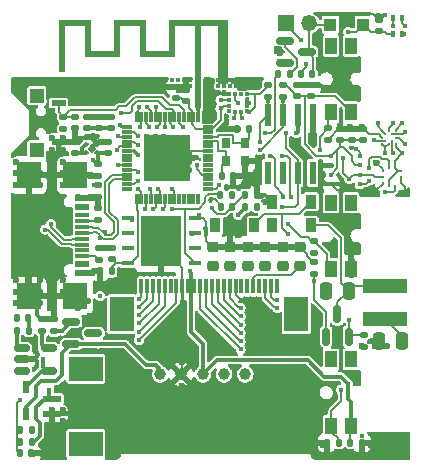
<source format=gbr>
%TF.GenerationSoftware,KiCad,Pcbnew,(6.99.0-1793-ga56955443f)*%
%TF.CreationDate,2022-12-11T18:47:06+00:00*%
%TF.ProjectId,Watchy-MrT-ESP32-S3-V1,57617463-6879-42d4-9d72-542d45535033,rev?*%
%TF.SameCoordinates,Original*%
%TF.FileFunction,Copper,L1,Top*%
%TF.FilePolarity,Positive*%
%FSLAX46Y46*%
G04 Gerber Fmt 4.6, Leading zero omitted, Abs format (unit mm)*
G04 Created by KiCad (PCBNEW (6.99.0-1793-ga56955443f)) date 2022-12-11 18:47:06*
%MOMM*%
%LPD*%
G01*
G04 APERTURE LIST*
G04 Aperture macros list*
%AMRoundRect*
0 Rectangle with rounded corners*
0 $1 Rounding radius*
0 $2 $3 $4 $5 $6 $7 $8 $9 X,Y pos of 4 corners*
0 Add a 4 corners polygon primitive as box body*
4,1,4,$2,$3,$4,$5,$6,$7,$8,$9,$2,$3,0*
0 Add four circle primitives for the rounded corners*
1,1,$1+$1,$2,$3*
1,1,$1+$1,$4,$5*
1,1,$1+$1,$6,$7*
1,1,$1+$1,$8,$9*
0 Add four rect primitives between the rounded corners*
20,1,$1+$1,$2,$3,$4,$5,0*
20,1,$1+$1,$4,$5,$6,$7,0*
20,1,$1+$1,$6,$7,$8,$9,0*
20,1,$1+$1,$8,$9,$2,$3,0*%
%AMRotRect*
0 Rectangle, with rotation*
0 The origin of the aperture is its center*
0 $1 length*
0 $2 width*
0 $3 Rotation angle, in degrees counterclockwise*
0 Add horizontal line*
21,1,$1,$2,0,0,$3*%
%AMFreePoly0*
4,1,14,0.120035,0.130035,0.120050,0.130000,0.120050,-0.130000,0.120035,-0.130035,0.120000,-0.130050,-0.120000,-0.130050,-0.120035,-0.130035,-0.270035,0.019965,-0.270050,0.020000,-0.270050,0.130000,-0.270035,0.130035,-0.270000,0.130050,0.120000,0.130050,0.120035,0.130035,0.120035,0.130035,$1*%
%AMFreePoly1*
4,1,14,0.120035,0.130035,0.120050,0.130000,0.120050,-0.130000,0.120035,-0.130035,0.120000,-0.130050,-0.270000,-0.130050,-0.270035,-0.130035,-0.270050,-0.130000,-0.270050,-0.020000,-0.270035,-0.019965,-0.120035,0.130035,-0.120000,0.130050,0.120000,0.130050,0.120035,0.130035,0.120035,0.130035,$1*%
%AMFreePoly2*
4,1,14,0.120035,0.130035,0.270035,-0.019965,0.270050,-0.020000,0.270050,-0.130000,0.270035,-0.130035,0.270000,-0.130050,-0.120000,-0.130050,-0.120035,-0.130035,-0.120050,-0.130000,-0.120050,0.130000,-0.120035,0.130035,-0.120000,0.130050,0.120000,0.130050,0.120035,0.130035,0.120035,0.130035,$1*%
%AMFreePoly3*
4,1,14,0.270035,0.130035,0.270050,0.130000,0.270050,0.020000,0.270035,0.019965,0.120035,-0.130035,0.120000,-0.130050,-0.120000,-0.130050,-0.120035,-0.130035,-0.120050,-0.130000,-0.120050,0.130000,-0.120035,0.130035,-0.120000,0.130050,0.270000,0.130050,0.270035,0.130035,0.270035,0.130035,$1*%
G04 Aperture macros list end*
%TA.AperFunction,SMDPad,CuDef*%
%ADD10FreePoly0,180.000000*%
%TD*%
%TA.AperFunction,SMDPad,CuDef*%
%ADD11FreePoly1,180.000000*%
%TD*%
%TA.AperFunction,SMDPad,CuDef*%
%ADD12FreePoly2,180.000000*%
%TD*%
%TA.AperFunction,SMDPad,CuDef*%
%ADD13FreePoly3,180.000000*%
%TD*%
%TA.AperFunction,SMDPad,CuDef*%
%ADD14RotRect,0.520000X0.520000X135.000000*%
%TD*%
%TA.AperFunction,SMDPad,CuDef*%
%ADD15R,0.400000X0.400000*%
%TD*%
%TA.AperFunction,SMDPad,CuDef*%
%ADD16R,1.150000X0.600000*%
%TD*%
%TA.AperFunction,SMDPad,CuDef*%
%ADD17R,1.150000X0.300000*%
%TD*%
%TA.AperFunction,SMDPad,CuDef*%
%ADD18R,2.000000X2.180000*%
%TD*%
%TA.AperFunction,SMDPad,CuDef*%
%ADD19R,0.250000X0.275000*%
%TD*%
%TA.AperFunction,SMDPad,CuDef*%
%ADD20R,0.275000X0.250000*%
%TD*%
%TA.AperFunction,SMDPad,CuDef*%
%ADD21R,1.050000X0.450000*%
%TD*%
%TA.AperFunction,SMDPad,CuDef*%
%ADD22R,3.450000X4.350000*%
%TD*%
%TA.AperFunction,SMDPad,CuDef*%
%ADD23R,0.500000X1.100000*%
%TD*%
%TA.AperFunction,SMDPad,CuDef*%
%ADD24RoundRect,0.135000X0.135000X0.185000X-0.135000X0.185000X-0.135000X-0.185000X0.135000X-0.185000X0*%
%TD*%
%TA.AperFunction,SMDPad,CuDef*%
%ADD25RoundRect,0.150000X-0.587500X-0.150000X0.587500X-0.150000X0.587500X0.150000X-0.587500X0.150000X0*%
%TD*%
%TA.AperFunction,SMDPad,CuDef*%
%ADD26R,1.100000X1.100000*%
%TD*%
%TA.AperFunction,SMDPad,CuDef*%
%ADD27RoundRect,0.140000X-0.140000X-0.170000X0.140000X-0.170000X0.140000X0.170000X-0.140000X0.170000X0*%
%TD*%
%TA.AperFunction,SMDPad,CuDef*%
%ADD28O,1.350000X1.350000*%
%TD*%
%TA.AperFunction,SMDPad,CuDef*%
%ADD29R,1.350000X1.350000*%
%TD*%
%TA.AperFunction,SMDPad,CuDef*%
%ADD30R,1.600000X0.500000*%
%TD*%
%TA.AperFunction,SMDPad,CuDef*%
%ADD31R,2.900000X2.100000*%
%TD*%
%TA.AperFunction,SMDPad,CuDef*%
%ADD32RoundRect,0.140000X0.170000X-0.140000X0.170000X0.140000X-0.170000X0.140000X-0.170000X-0.140000X0*%
%TD*%
%TA.AperFunction,SMDPad,CuDef*%
%ADD33R,0.533400X1.981200*%
%TD*%
%TA.AperFunction,SMDPad,CuDef*%
%ADD34C,0.200000*%
%TD*%
%TA.AperFunction,SMDPad,CuDef*%
%ADD35R,0.375000X0.350000*%
%TD*%
%TA.AperFunction,SMDPad,CuDef*%
%ADD36R,0.350000X0.375000*%
%TD*%
%TA.AperFunction,SMDPad,CuDef*%
%ADD37R,0.300000X1.300000*%
%TD*%
%TA.AperFunction,SMDPad,CuDef*%
%ADD38R,2.000000X3.000000*%
%TD*%
%TA.AperFunction,SMDPad,CuDef*%
%ADD39RoundRect,0.135000X-0.135000X-0.185000X0.135000X-0.185000X0.135000X0.185000X-0.135000X0.185000X0*%
%TD*%
%TA.AperFunction,SMDPad,CuDef*%
%ADD40RoundRect,0.150000X0.150000X-0.587500X0.150000X0.587500X-0.150000X0.587500X-0.150000X-0.587500X0*%
%TD*%
%TA.AperFunction,SMDPad,CuDef*%
%ADD41RoundRect,0.135000X0.185000X-0.135000X0.185000X0.135000X-0.185000X0.135000X-0.185000X-0.135000X0*%
%TD*%
%TA.AperFunction,SMDPad,CuDef*%
%ADD42RoundRect,0.250000X0.250000X0.475000X-0.250000X0.475000X-0.250000X-0.475000X0.250000X-0.475000X0*%
%TD*%
%TA.AperFunction,SMDPad,CuDef*%
%ADD43RoundRect,0.150000X-0.512500X-0.150000X0.512500X-0.150000X0.512500X0.150000X-0.512500X0.150000X0*%
%TD*%
%TA.AperFunction,SMDPad,CuDef*%
%ADD44RoundRect,0.225000X0.250000X-0.225000X0.250000X0.225000X-0.250000X0.225000X-0.250000X-0.225000X0*%
%TD*%
%TA.AperFunction,SMDPad,CuDef*%
%ADD45RoundRect,0.250000X-0.250000X-0.475000X0.250000X-0.475000X0.250000X0.475000X-0.250000X0.475000X0*%
%TD*%
%TA.AperFunction,SMDPad,CuDef*%
%ADD46RoundRect,0.006600X-0.103400X0.398400X-0.103400X-0.398400X0.103400X-0.398400X0.103400X0.398400X0*%
%TD*%
%TA.AperFunction,SMDPad,CuDef*%
%ADD47RoundRect,0.022000X-0.383000X0.088000X-0.383000X-0.088000X0.383000X-0.088000X0.383000X0.088000X0*%
%TD*%
%TA.AperFunction,SMDPad,CuDef*%
%ADD48R,4.000000X4.000000*%
%TD*%
%TA.AperFunction,SMDPad,CuDef*%
%ADD49R,1.000000X1.400000*%
%TD*%
%TA.AperFunction,SMDPad,CuDef*%
%ADD50R,0.900000X1.200000*%
%TD*%
%TA.AperFunction,SMDPad,CuDef*%
%ADD51C,1.000000*%
%TD*%
%TA.AperFunction,SMDPad,CuDef*%
%ADD52RoundRect,0.135000X-0.185000X0.135000X-0.185000X-0.135000X0.185000X-0.135000X0.185000X0.135000X0*%
%TD*%
%TA.AperFunction,SMDPad,CuDef*%
%ADD53R,0.650000X0.850000*%
%TD*%
%TA.AperFunction,SMDPad,CuDef*%
%ADD54RoundRect,0.140000X-0.170000X0.140000X-0.170000X-0.140000X0.170000X-0.140000X0.170000X0.140000X0*%
%TD*%
%TA.AperFunction,SMDPad,CuDef*%
%ADD55RoundRect,0.147500X0.147500X0.172500X-0.147500X0.172500X-0.147500X-0.172500X0.147500X-0.172500X0*%
%TD*%
%TA.AperFunction,SMDPad,CuDef*%
%ADD56R,1.200000X1.200000*%
%TD*%
%TA.AperFunction,SMDPad,CuDef*%
%ADD57R,1.200000X0.500000*%
%TD*%
%TA.AperFunction,SMDPad,CuDef*%
%ADD58R,0.400000X0.500000*%
%TD*%
%TA.AperFunction,SMDPad,CuDef*%
%ADD59RoundRect,0.140000X0.140000X0.170000X-0.140000X0.170000X-0.140000X-0.170000X0.140000X-0.170000X0*%
%TD*%
%TA.AperFunction,SMDPad,CuDef*%
%ADD60R,0.500000X0.500000*%
%TD*%
%TA.AperFunction,SMDPad,CuDef*%
%ADD61R,0.900000X0.500000*%
%TD*%
%TA.AperFunction,SMDPad,CuDef*%
%ADD62R,3.700000X1.200000*%
%TD*%
%TA.AperFunction,ViaPad*%
%ADD63C,0.450000*%
%TD*%
%TA.AperFunction,ViaPad*%
%ADD64C,0.600000*%
%TD*%
%TA.AperFunction,Conductor*%
%ADD65C,0.150000*%
%TD*%
%TA.AperFunction,Conductor*%
%ADD66C,0.300000*%
%TD*%
%TA.AperFunction,Conductor*%
%ADD67C,0.220000*%
%TD*%
%TA.AperFunction,Conductor*%
%ADD68C,0.500000*%
%TD*%
G04 APERTURE END LIST*
%TO.C,AE1*%
G36*
X114095000Y-60440000D02*
G01*
X113595000Y-60440000D01*
X113595000Y-56500000D01*
X114095000Y-56500000D01*
X114095000Y-60440000D01*
G37*
G36*
X116295000Y-56500000D02*
G01*
X113595000Y-56500000D01*
X113595000Y-56000000D01*
X116295000Y-56000000D01*
X116295000Y-56500000D01*
G37*
G36*
X116295000Y-59140000D02*
G01*
X115795000Y-59140000D01*
X115795000Y-56500000D01*
X116295000Y-56500000D01*
X116295000Y-59140000D01*
G37*
G36*
X118295000Y-59140000D02*
G01*
X116295000Y-59140000D01*
X116295000Y-58640000D01*
X118295000Y-58640000D01*
X118295000Y-59140000D01*
G37*
G36*
X118795000Y-59140000D02*
G01*
X118295000Y-59140000D01*
X118295000Y-56500000D01*
X118795000Y-56500000D01*
X118795000Y-59140000D01*
G37*
G36*
X120995000Y-56500000D02*
G01*
X118295000Y-56500000D01*
X118295000Y-56000000D01*
X120995000Y-56000000D01*
X120995000Y-56500000D01*
G37*
G36*
X120995000Y-59140000D02*
G01*
X120495000Y-59140000D01*
X120495000Y-56500000D01*
X120995000Y-56500000D01*
X120995000Y-59140000D01*
G37*
G36*
X122945000Y-59140000D02*
G01*
X120945000Y-59140000D01*
X120945000Y-58640000D01*
X122945000Y-58640000D01*
X122945000Y-59140000D01*
G37*
G36*
X123445000Y-59140000D02*
G01*
X122945000Y-59140000D01*
X122945000Y-56500000D01*
X123445000Y-56500000D01*
X123445000Y-59140000D01*
G37*
G36*
X125645000Y-61400000D02*
G01*
X125145000Y-61400000D01*
X125145000Y-56500000D01*
X125645000Y-56500000D01*
X125645000Y-61400000D01*
G37*
G36*
X127945000Y-56500000D02*
G01*
X122945000Y-56500000D01*
X122945000Y-56000000D01*
X127945000Y-56000000D01*
X127945000Y-56500000D01*
G37*
G36*
X127945000Y-61400000D02*
G01*
X127045000Y-61400000D01*
X127045000Y-56500000D01*
X127945000Y-56500000D01*
X127945000Y-61400000D01*
G37*
%TD*%
D10*
%TO.P,U3,4,IN*%
%TO.N,VCC*%
X115920000Y-67225000D03*
D11*
%TO.P,U3,3,EN*%
X115920000Y-66575000D03*
D12*
%TO.P,U3,2,GND*%
%TO.N,GND*%
X116880000Y-66575000D03*
D13*
%TO.P,U3,1,OUT*%
%TO.N,+3V3*%
X116880000Y-67225000D03*
D14*
%TO.P,U3,5,EXP*%
%TO.N,GND*%
X116399999Y-66899999D03*
%TD*%
D15*
%TO.P,U4,1,GND*%
%TO.N,GND*%
X139064999Y-67499999D03*
%TO.P,U4,2,CSB*%
%TO.N,+3V3*%
X139064999Y-68299999D03*
%TO.P,U4,3,SDI*%
%TO.N,I2C_SDA*%
X139064999Y-69099999D03*
%TO.P,U4,4,SCK*%
%TO.N,I2C_SCL*%
X139064999Y-69899999D03*
%TO.P,U4,5,SDO*%
%TO.N,GND*%
X136664999Y-69899999D03*
%TO.P,U4,6,VDDIO*%
%TO.N,+3V3*%
X136664999Y-69099999D03*
%TO.P,U4,7,GND*%
%TO.N,GND*%
X136664999Y-68299999D03*
%TO.P,U4,8,VDD*%
%TO.N,+3V3*%
X136664999Y-67499999D03*
%TD*%
D16*
%TO.P,J2,A1/B12,GND*%
%TO.N,GND*%
X115564999Y-71069999D03*
%TO.P,J2,A4/B9,VBUS*%
%TO.N,VBUS*%
X115564999Y-71869999D03*
%TO.P,J2,B4/A9,VBUS*%
X115564999Y-76669999D03*
%TO.P,J2,B1/A12,GND*%
%TO.N,GND*%
X115564999Y-77469999D03*
D17*
%TO.P,J2,B8,SBU2*%
%TO.N,unconnected-(J2-SBU2)*%
X115564999Y-72519999D03*
%TO.P,J2,B5,CC2*%
%TO.N,/Power_Managment_Sheet/CC2*%
X115564999Y-76019999D03*
%TO.P,J2,A5,CC1*%
%TO.N,/Power_Managment_Sheet/CC1*%
X115564999Y-73019999D03*
%TO.P,J2,A8,SBU1*%
%TO.N,unconnected-(J2-SBU1)*%
X115564999Y-75519999D03*
%TO.P,J2,B7,DN2*%
%TO.N,USB_N*%
X115564999Y-73519999D03*
%TO.P,J2,B6,DP2*%
%TO.N,USB_P*%
X115564999Y-75019999D03*
%TO.P,J2,A6,DP1*%
X115564999Y-74019999D03*
%TO.P,J2,A7,DN1*%
%TO.N,USB_N*%
X115564999Y-74519999D03*
D18*
%TO.P,J2,S1,GND*%
%TO.N,GND*%
X114989999Y-69159999D03*
%TO.P,J2,S2,GND*%
X114989999Y-79379999D03*
%TO.P,J2,S3,GND*%
X111059999Y-69159999D03*
%TO.P,J2,S4,GND*%
X111059999Y-79379999D03*
%TD*%
D19*
%TO.P,IC2,1,VDDIO*%
%TO.N,+3V3*%
X142049999Y-68536999D03*
%TO.P,IC2,2,SCK*%
%TO.N,I2C_SCL*%
X141549999Y-68536999D03*
D20*
%TO.P,IC2,3,VSS_1*%
%TO.N,GND*%
X141037999Y-68799999D03*
%TO.P,IC2,4,SDI*%
%TO.N,I2C_SDA*%
X141037999Y-69299999D03*
%TO.P,IC2,5,SDO*%
%TO.N,GND*%
X141037999Y-69799999D03*
D19*
%TO.P,IC2,6,CSB*%
%TO.N,+3V3*%
X141549999Y-70062999D03*
%TO.P,IC2,7,INT*%
%TO.N,BMP_INT*%
X142049999Y-70062999D03*
D20*
%TO.P,IC2,8,VSS_2*%
%TO.N,GND*%
X142561999Y-69799999D03*
%TO.P,IC2,9,VSS_3*%
X142561999Y-69299999D03*
%TO.P,IC2,10,VDD*%
%TO.N,+3V3*%
X142561999Y-68799999D03*
%TD*%
D21*
%TO.P,IC1,1,~{CS}*%
%TO.N,/MCU_Sheet/SPICS0*%
X125149999Y-76604999D03*
%TO.P,IC1,2,DO_(IO1)*%
%TO.N,/MCU_Sheet/SPIQ*%
X125149999Y-75334999D03*
%TO.P,IC1,3,~{WP_(IO2})*%
%TO.N,/MCU_Sheet/SPIWP*%
X125149999Y-74064999D03*
%TO.P,IC1,4,GND_1*%
%TO.N,GND*%
X125149999Y-72794999D03*
%TO.P,IC1,5,DI_(IO0)*%
%TO.N,/MCU_Sheet/SPID*%
X119449999Y-72794999D03*
%TO.P,IC1,6,CLK*%
%TO.N,/MCU_Sheet/SPICLK*%
X119449999Y-74064999D03*
%TO.P,IC1,7,~{HOLD_OR_}/RESET_(IO3)*%
%TO.N,/MCU_Sheet/SPIHD*%
X119449999Y-75334999D03*
%TO.P,IC1,8,VCC*%
%TO.N,VDD_SPI*%
X119449999Y-76604999D03*
D22*
%TO.P,IC1,9,GND_2*%
%TO.N,GND*%
X122299999Y-74699999D03*
%TD*%
D23*
%TO.P,D4,1*%
%TO.N,VCC*%
X110799999Y-89349999D03*
%TO.P,D4,2*%
%TO.N,VBUS*%
X110799999Y-87049999D03*
%TD*%
D24*
%TO.P,R11,1*%
%TO.N,Net-(Q3-B)*%
X133210000Y-60600000D03*
%TO.P,R11,2*%
%TO.N,VIB_PWM*%
X132190000Y-60600000D03*
%TD*%
D25*
%TO.P,Q3,1,B*%
%TO.N,Net-(Q3-B)*%
X132762500Y-57750000D03*
%TO.P,Q3,2,E*%
%TO.N,GND*%
X132762500Y-59650000D03*
%TO.P,Q3,3,C*%
%TO.N,Net-(D6-A)*%
X134637500Y-58700000D03*
%TD*%
D26*
%TO.P,D6,1,K*%
%TO.N,+3V3*%
X139399999Y-56399999D03*
%TO.P,D6,2,A*%
%TO.N,Net-(D6-A)*%
X136599999Y-56399999D03*
%TD*%
D27*
%TO.P,C19,1*%
%TO.N,+3V3*%
X134120000Y-60600000D03*
%TO.P,C19,2*%
%TO.N,Net-(D6-A)*%
X135080000Y-60600000D03*
%TD*%
D28*
%TO.P,M1,2,-*%
%TO.N,Net-(D6-A)*%
X134799999Y-56299999D03*
D29*
%TO.P,M1,1,+*%
%TO.N,+3V3*%
X132799999Y-56299999D03*
%TD*%
D30*
%TO.P,J3,1,Pin_1*%
%TO.N,+BATT*%
X113049999Y-88074999D03*
%TO.P,J3,2,Pin_2*%
%TO.N,GND*%
X113049999Y-89324999D03*
D31*
%TO.P,J3,*%
%TO.N,*%
X115899999Y-91874999D03*
X115899999Y-85542999D03*
%TD*%
D32*
%TO.P,C28,1*%
%TO.N,+3V3*%
X140700000Y-56980000D03*
%TO.P,C28,2*%
%TO.N,GND*%
X140700000Y-56020000D03*
%TD*%
D25*
%TO.P,Q2,1,G*%
%TO.N,VBUS*%
X114662500Y-81550000D03*
%TO.P,Q2,2,S*%
%TO.N,VCC*%
X114662500Y-83450000D03*
%TO.P,Q2,3,D*%
%TO.N,+BATT*%
X116537500Y-82500000D03*
%TD*%
D33*
%TO.P,U6,1,32KHZ*%
%TO.N,unconnected-(U6-32KHZ)*%
X131294999Y-68963799D03*
%TO.P,U6,2,VCC*%
%TO.N,GND*%
X132564999Y-68963799D03*
%TO.P,U6,3,~{INT}/SQW*%
%TO.N,RTC_INT*%
X133834999Y-68963799D03*
%TO.P,U6,4,~{RST}*%
%TO.N,unconnected-(U6-~{RST})*%
X135104999Y-68963799D03*
%TO.P,U6,5,GND*%
%TO.N,GND*%
X135104999Y-64036199D03*
%TO.P,U6,6,VBAT*%
%TO.N,+BATT*%
X133834999Y-64036199D03*
%TO.P,U6,7,SDA*%
%TO.N,I2C_SDA*%
X132564999Y-64036199D03*
%TO.P,U6,8,SCL*%
%TO.N,I2C_SCL*%
X131294999Y-64036199D03*
%TD*%
D34*
%TO.P,U7,A1,PS*%
%TO.N,+3V3*%
X140981750Y-65399000D03*
%TO.P,U7,A3,SCK*%
%TO.N,I2C_SCL*%
X141547750Y-65399000D03*
%TO.P,U7,A5,CSB*%
%TO.N,+3V3*%
X142113750Y-65399000D03*
%TO.P,U7,B2,VDDIO*%
X141264750Y-65682000D03*
%TO.P,U7,B4,SDI*%
%TO.N,I2C_SDA*%
X141830750Y-65682000D03*
%TO.P,U7,C1,SDO*%
%TO.N,GND*%
X140981750Y-65965000D03*
%TO.P,U7,C5,GND*%
X142113750Y-65965000D03*
%TO.P,U7,D2,INT*%
%TO.N,MAG_INT*%
X141264750Y-66248000D03*
%TO.P,U7,D4,DRDY*%
%TO.N,MAG_DRDY*%
X141830750Y-66248000D03*
%TO.P,U7,E1,GND*%
%TO.N,GND*%
X140981750Y-66531000D03*
%TO.P,U7,E3,GND*%
X141547750Y-66531000D03*
%TO.P,U7,E5,VDD*%
%TO.N,+3V3*%
X142113750Y-66531000D03*
%TD*%
D32*
%TO.P,C35,1*%
%TO.N,+3V3*%
X124350000Y-62880000D03*
%TO.P,C35,2*%
%TO.N,GND*%
X124350000Y-61920000D03*
%TD*%
D35*
%TO.P,U8,1,SDO*%
%TO.N,GND*%
X128037499Y-62249999D03*
%TO.P,U8,2,SDX*%
%TO.N,I2C_SDA*%
X128037499Y-62749999D03*
%TO.P,U8,3,VDDIO*%
%TO.N,+3V3*%
X128037499Y-63249999D03*
%TO.P,U8,4,NC*%
%TO.N,unconnected-(U8-NC)*%
X128037499Y-63749999D03*
D36*
%TO.P,U8,5,INT1*%
%TO.N,ACCEL_INT1*%
X128549999Y-63762499D03*
%TO.P,U8,6,INT2*%
%TO.N,ACCEL_INT2*%
X129049999Y-63762499D03*
D35*
%TO.P,U8,7,VDD*%
%TO.N,+3V3*%
X129562499Y-63749999D03*
%TO.P,U8,8,GNDIO*%
%TO.N,GND*%
X129562499Y-63249999D03*
%TO.P,U8,9,GND*%
X129562499Y-62749999D03*
%TO.P,U8,10,CSB*%
%TO.N,+3V3*%
X129562499Y-62249999D03*
D36*
%TO.P,U8,11,NC*%
%TO.N,unconnected-(U8-NC)_1*%
X129049999Y-62237499D03*
%TO.P,U8,12,SCX*%
%TO.N,I2C_SCL*%
X128549999Y-62237499D03*
%TD*%
D37*
%TO.P,J1,1,Pin_1*%
%TO.N,unconnected-(J1-Pin_1)*%
X132069999Y-78569999D03*
%TO.P,J1,2,Pin_2*%
%TO.N,/MCU_Sheet/GDR*%
X131569999Y-78569999D03*
%TO.P,J1,3,Pin_3*%
%TO.N,/MCU_Sheet/RESE*%
X131069999Y-78569999D03*
%TO.P,J1,4,Pin_4*%
%TO.N,unconnected-(J1-Pin_4)*%
X130569999Y-78569999D03*
%TO.P,J1,5,Pin_5*%
%TO.N,Net-(J1-Pin_5)*%
X130069999Y-78569999D03*
%TO.P,J1,6,Pin_6*%
%TO.N,unconnected-(J1-Pin_6)*%
X129569999Y-78569999D03*
%TO.P,J1,7,Pin_7*%
%TO.N,unconnected-(J1-Pin_7)*%
X129069999Y-78569999D03*
%TO.P,J1,8,Pin_8*%
%TO.N,GND*%
X128569999Y-78569999D03*
%TO.P,J1,9,Pin_9*%
%TO.N,D_BUSY*%
X128069999Y-78569999D03*
%TO.P,J1,10,Pin_10*%
%TO.N,D_RES*%
X127569999Y-78569999D03*
%TO.P,J1,11,Pin_11*%
%TO.N,D_DC*%
X127069999Y-78569999D03*
%TO.P,J1,12,Pin_12*%
%TO.N,D_SS*%
X126569999Y-78569999D03*
%TO.P,J1,13,Pin_13*%
%TO.N,D_SCK*%
X126069999Y-78569999D03*
%TO.P,J1,14,Pin_14*%
%TO.N,D_MOSI*%
X125569999Y-78569999D03*
%TO.P,J1,15,Pin_15*%
%TO.N,+3V3*%
X125069999Y-78569999D03*
%TO.P,J1,16,Pin_16*%
X124569999Y-78569999D03*
%TO.P,J1,17,Pin_17*%
%TO.N,GND*%
X124069999Y-78569999D03*
%TO.P,J1,18,Pin_18*%
%TO.N,Net-(J1-Pin_18)*%
X123569999Y-78569999D03*
%TO.P,J1,19,Pin_19*%
%TO.N,unconnected-(J1-Pin_19)*%
X123069999Y-78569999D03*
%TO.P,J1,20,Pin_20*%
%TO.N,Net-(J1-Pin_20)*%
X122569999Y-78569999D03*
%TO.P,J1,21,Pin_21*%
%TO.N,/MCU_Sheet/PREVGH*%
X122069999Y-78569999D03*
%TO.P,J1,22,Pin_22*%
%TO.N,Net-(J1-Pin_22)*%
X121569999Y-78569999D03*
%TO.P,J1,23,Pin_23*%
%TO.N,/MCU_Sheet/PREVGL*%
X121069999Y-78569999D03*
%TO.P,J1,24,Pin_24*%
%TO.N,Net-(J1-Pin_24)*%
X120569999Y-78569999D03*
D38*
%TO.P,J1,M*%
%TO.N,N/C*%
X118919999Y-80919999D03*
X133719999Y-80919999D03*
%TD*%
D39*
%TO.P,R10,1*%
%TO.N,BAT_ADC*%
X110290000Y-90700000D03*
%TO.P,R10,2*%
%TO.N,GND*%
X111310000Y-90700000D03*
%TD*%
D40*
%TO.P,Q1,1,G*%
%TO.N,/MCU_Sheet/GDR*%
X136250000Y-82812500D03*
%TO.P,Q1,2,S*%
%TO.N,/MCU_Sheet/RESE*%
X138150000Y-82812500D03*
%TO.P,Q1,3,D*%
%TO.N,Net-(D3-A)*%
X137200000Y-80937500D03*
%TD*%
D41*
%TO.P,R6,1*%
%TO.N,VBUS*%
X113200000Y-82360000D03*
%TO.P,R6,2*%
%TO.N,GND*%
X113200000Y-81340000D03*
%TD*%
D32*
%TO.P,C27,1*%
%TO.N,+3V3*%
X137400000Y-66180000D03*
%TO.P,C27,2*%
%TO.N,GND*%
X137400000Y-65220000D03*
%TD*%
D42*
%TO.P,C8,1*%
%TO.N,+3V3*%
X142650000Y-83175000D03*
%TO.P,C8,2*%
%TO.N,GND*%
X140750000Y-83175000D03*
%TD*%
D32*
%TO.P,C30,1*%
%TO.N,+3V3*%
X117000000Y-65180000D03*
%TO.P,C30,2*%
%TO.N,GND*%
X117000000Y-64220000D03*
%TD*%
D43*
%TO.P,U2,1,STAT*%
%TO.N,Net-(U2-STAT)*%
X110462500Y-83800000D03*
%TO.P,U2,2,VSS*%
%TO.N,GND*%
X110462500Y-84750000D03*
%TO.P,U2,3,VBAT*%
%TO.N,+BATT*%
X110462500Y-85700000D03*
%TO.P,U2,4,VDD*%
%TO.N,VBUS*%
X112737500Y-85700000D03*
%TO.P,U2,5,PROG*%
%TO.N,Net-(U2-PROG)*%
X112737500Y-83800000D03*
%TD*%
D27*
%TO.P,C1,1*%
%TO.N,GND*%
X128720000Y-65200000D03*
%TO.P,C1,2*%
%TO.N,/MCU_Sheet/XTAL_P*%
X129680000Y-65200000D03*
%TD*%
D41*
%TO.P,R3,1*%
%TO.N,/MCU_Sheet/GDR*%
X135200000Y-77535000D03*
%TO.P,R3,2*%
%TO.N,GND*%
X135200000Y-76515000D03*
%TD*%
D44*
%TO.P,C16,1*%
%TO.N,Net-(J1-Pin_24)*%
X126650000Y-76800000D03*
%TO.P,C16,2*%
%TO.N,GND*%
X126650000Y-75250000D03*
%TD*%
D39*
%TO.P,R17,1*%
%TO.N,+BATT*%
X129390000Y-71800000D03*
%TO.P,R17,2*%
%TO.N,RTC_INT*%
X130410000Y-71800000D03*
%TD*%
D44*
%TO.P,C10,1*%
%TO.N,/MCU_Sheet/PREVGH*%
X129600000Y-76800000D03*
%TO.P,C10,2*%
%TO.N,GND*%
X129600000Y-75250000D03*
%TD*%
D32*
%TO.P,C17,1*%
%TO.N,+3V3*%
X133800000Y-62480000D03*
%TO.P,C17,2*%
%TO.N,GND*%
X133800000Y-61520000D03*
%TD*%
D45*
%TO.P,C9,1*%
%TO.N,Net-(D1-K)*%
X136250000Y-78950000D03*
%TO.P,C9,2*%
%TO.N,Net-(D3-A)*%
X138150000Y-78950000D03*
%TD*%
D46*
%TO.P,U1,1,LNA_IN*%
%TO.N,/MCU_Sheet/LNA_IN*%
X125400000Y-64255000D03*
%TO.P,U1,2,VDD3P3*%
%TO.N,+3V3*%
X125000000Y-64255000D03*
%TO.P,U1,3,VDD3P3*%
X124600000Y-64255000D03*
%TO.P,U1,4,CHIP_PU*%
%TO.N,/MCU_Sheet/CHIP_PU*%
X124200000Y-64255000D03*
%TO.P,U1,5,GPIO0*%
%TO.N,BTN2*%
X123800000Y-64255000D03*
%TO.P,U1,6,GPIO1*%
%TO.N,BAT_ADC*%
X123400000Y-64255000D03*
%TO.P,U1,7,GPIO2*%
%TO.N,BTN1*%
X123000000Y-64255000D03*
%TO.P,U1,8,GPIO3*%
%TO.N,BTN3*%
X122600000Y-64255000D03*
%TO.P,U1,9,GPIO4*%
%TO.N,I2C_SDA*%
X122200000Y-64255000D03*
%TO.P,U1,10,GPIO5*%
%TO.N,I2C_SCL*%
X121800000Y-64255000D03*
%TO.P,U1,11,GPIO6*%
%TO.N,VIB_PWM*%
X121400000Y-64255000D03*
%TO.P,U1,12,GPIO7*%
%TO.N,ACCEL_INT1*%
X121000000Y-64255000D03*
%TO.P,U1,13,GPIO8*%
%TO.N,ACCEL_INT2*%
X120600000Y-64255000D03*
%TO.P,U1,14,GPIO9*%
%TO.N,RTC_INT*%
X120200000Y-64255000D03*
D47*
%TO.P,U1,15,GPIO10*%
%TO.N,D_SS*%
X119355000Y-65100000D03*
%TO.P,U1,16,GPIO11*%
%TO.N,D_MOSI*%
X119355000Y-65500000D03*
%TO.P,U1,17,GPIO12*%
%TO.N,D_SCK*%
X119355000Y-65900000D03*
%TO.P,U1,18,GPIO13*%
%TO.N,D_BUSY*%
X119355000Y-66300000D03*
%TO.P,U1,19,GPIO14*%
%TO.N,D_DC*%
X119355000Y-66700000D03*
%TO.P,U1,20,VDD3P3_RTC*%
%TO.N,+3V3*%
X119355000Y-67100000D03*
%TO.P,U1,21,XTAL_32K_P*%
%TO.N,unconnected-(U1-XTAL_32K_P)*%
X119355000Y-67500000D03*
%TO.P,U1,22,XTAL_32K_N*%
%TO.N,unconnected-(U1-XTAL_32K_N)*%
X119355000Y-67900000D03*
%TO.P,U1,23,GPIO17*%
%TO.N,D_RES*%
X119355000Y-68300000D03*
%TO.P,U1,24,GPIO18*%
%TO.N,MAG_INT*%
X119355000Y-68700000D03*
%TO.P,U1,25,GPIO19*%
%TO.N,USB_N*%
X119355000Y-69100000D03*
%TO.P,U1,26,GPIO20*%
%TO.N,USB_P*%
X119355000Y-69500000D03*
%TO.P,U1,27,GPIO21*%
%TO.N,MAG_DRDY*%
X119355000Y-69900000D03*
%TO.P,U1,28,SPICS1*%
%TO.N,unconnected-(U1-SPICS1)*%
X119355000Y-70300000D03*
D46*
%TO.P,U1,29,VDD_SPI*%
%TO.N,VDD_SPI*%
X120200000Y-71145000D03*
%TO.P,U1,30,SPIHD*%
%TO.N,/MCU_Sheet/SPIHD*%
X120600000Y-71145000D03*
%TO.P,U1,31,SPIWP*%
%TO.N,/MCU_Sheet/SPIWP*%
X121000000Y-71145000D03*
%TO.P,U1,32,SPICS0*%
%TO.N,/MCU_Sheet/SPICS0*%
X121400000Y-71145000D03*
%TO.P,U1,33,SPICLK*%
%TO.N,/MCU_Sheet/SPICLK*%
X121800000Y-71145000D03*
%TO.P,U1,34,SPIQ*%
%TO.N,/MCU_Sheet/SPIQ*%
X122200000Y-71145000D03*
%TO.P,U1,35,SPID*%
%TO.N,/MCU_Sheet/SPID*%
X122600000Y-71145000D03*
%TO.P,U1,36,SPICLK_N*%
%TO.N,/MCU_Sheet/SPICLK_N*%
X123000000Y-71145000D03*
%TO.P,U1,37,SPICLK_P*%
%TO.N,/MCU_Sheet/SPICLK_P*%
X123400000Y-71145000D03*
%TO.P,U1,38,GPIO33*%
%TO.N,unconnected-(U1-GPIO33)*%
X123800000Y-71145000D03*
%TO.P,U1,39,GPIO34*%
%TO.N,unconnected-(U1-GPIO34)*%
X124200000Y-71145000D03*
%TO.P,U1,40,GPIO35*%
%TO.N,unconnected-(U1-GPIO35)*%
X124600000Y-71145000D03*
%TO.P,U1,41,GPIO36*%
%TO.N,unconnected-(U1-GPIO36)*%
X125000000Y-71145000D03*
%TO.P,U1,42,GPIO37*%
%TO.N,unconnected-(U1-GPIO37)*%
X125400000Y-71145000D03*
D47*
%TO.P,U1,43,GPIO38*%
%TO.N,BMP_INT*%
X126245000Y-70300000D03*
%TO.P,U1,44,MTCK*%
%TO.N,/MCU_Sheet/MTCK*%
X126245000Y-69900000D03*
%TO.P,U1,45,MTDO*%
%TO.N,/MCU_Sheet/MTDO*%
X126245000Y-69500000D03*
%TO.P,U1,46,VDD3P3_CPU*%
%TO.N,+3V3*%
X126245000Y-69100000D03*
%TO.P,U1,47,MTDI*%
%TO.N,/MCU_Sheet/MTDI*%
X126245000Y-68700000D03*
%TO.P,U1,48,MTMS*%
%TO.N,/MCU_Sheet/MTMS*%
X126245000Y-68300000D03*
%TO.P,U1,49,U0TXD*%
%TO.N,/MCU_Sheet/U0TXD*%
X126245000Y-67900000D03*
%TO.P,U1,50,U0RXD*%
%TO.N,/MCU_Sheet/U0RXD*%
X126245000Y-67500000D03*
%TO.P,U1,51,GPIO45*%
%TO.N,GND*%
X126245000Y-67100000D03*
%TO.P,U1,52,GPIO46*%
%TO.N,/MCU_Sheet/IO46*%
X126245000Y-66700000D03*
%TO.P,U1,53,XTAL_N*%
%TO.N,/MCU_Sheet/XTAL_N*%
X126245000Y-66300000D03*
%TO.P,U1,54,XTAL_P*%
%TO.N,/MCU_Sheet/XTAL_P*%
X126245000Y-65900000D03*
%TO.P,U1,55,VDDA1*%
%TO.N,+3V3*%
X126245000Y-65500000D03*
%TO.P,U1,56,VDDA2*%
X126245000Y-65100000D03*
D48*
%TO.P,U1,57,GND*%
%TO.N,GND*%
X122799999Y-67699999D03*
%TD*%
D49*
%TO.P,SW2,*%
%TO.N,*%
X138349999Y-71474999D03*
X136649999Y-71474999D03*
%TO.P,SW2,1*%
%TO.N,GND*%
X138349999Y-77074999D03*
%TO.P,SW2,2*%
%TO.N,BTN2*%
X136649999Y-77074999D03*
%TD*%
D50*
%TO.P,D2,1,K*%
%TO.N,GND*%
X131649999Y-71399999D03*
%TO.P,D2,2,A*%
%TO.N,Net-(D1-K)*%
X134949999Y-71399999D03*
%TD*%
D51*
%TO.P,GND,1,1*%
%TO.N,GND*%
X123950000Y-86000000D03*
%TD*%
D44*
%TO.P,C15,1*%
%TO.N,Net-(J1-Pin_22)*%
X128125000Y-76800000D03*
%TO.P,C15,2*%
%TO.N,GND*%
X128125000Y-75250000D03*
%TD*%
D27*
%TO.P,C18,1*%
%TO.N,BAT_ADC*%
X110320000Y-92700000D03*
%TO.P,C18,2*%
%TO.N,GND*%
X111280000Y-92700000D03*
%TD*%
D52*
%TO.P,R18,1*%
%TO.N,+3V3*%
X132550000Y-61490000D03*
%TO.P,R18,2*%
%TO.N,I2C_SDA*%
X132550000Y-62510000D03*
%TD*%
D53*
%TO.P,Y1,1,1*%
%TO.N,/MCU_Sheet/XTAL_N*%
X127724999Y-67974999D03*
%TO.P,Y1,2,2*%
%TO.N,GND*%
X129374999Y-67974999D03*
%TO.P,Y1,3,3*%
%TO.N,/MCU_Sheet/XTAL_P*%
X129374999Y-66424999D03*
%TO.P,Y1,4*%
%TO.N,N/C*%
X127724999Y-66424999D03*
%TD*%
D50*
%TO.P,D1,1,K*%
%TO.N,Net-(D1-K)*%
X130149999Y-73399999D03*
%TO.P,D1,2,A*%
%TO.N,/MCU_Sheet/PREVGL*%
X126849999Y-73399999D03*
%TD*%
D41*
%TO.P,R13,1*%
%TO.N,/Power_Managment_Sheet/CC2*%
X117025000Y-76335000D03*
%TO.P,R13,2*%
%TO.N,GND*%
X117025000Y-75315000D03*
%TD*%
D44*
%TO.P,C12,1*%
%TO.N,Net-(J1-Pin_5)*%
X134025000Y-76800000D03*
%TO.P,C12,2*%
%TO.N,GND*%
X134025000Y-75250000D03*
%TD*%
D32*
%TO.P,C3,1*%
%TO.N,GND*%
X115000000Y-65180000D03*
%TO.P,C3,2*%
%TO.N,/MCU_Sheet/CHIP_PU*%
X115000000Y-64220000D03*
%TD*%
D41*
%TO.P,R7,1*%
%TO.N,Net-(U2-PROG)*%
X112200000Y-82360000D03*
%TO.P,R7,2*%
%TO.N,GND*%
X112200000Y-81340000D03*
%TD*%
D32*
%TO.P,C32,1*%
%TO.N,+3V3*%
X123500000Y-62630000D03*
%TO.P,C32,2*%
%TO.N,GND*%
X123500000Y-61670000D03*
%TD*%
D49*
%TO.P,SW1,*%
%TO.N,*%
X138349999Y-58199999D03*
X136649999Y-58199999D03*
%TO.P,SW1,1*%
%TO.N,+3V3*%
X138349999Y-63799999D03*
%TO.P,SW1,2*%
%TO.N,BTN1*%
X136649999Y-63799999D03*
%TD*%
D24*
%TO.P,R8,1*%
%TO.N,Net-(D5-K)*%
X111060000Y-82300000D03*
%TO.P,R8,2*%
%TO.N,Net-(U2-STAT)*%
X110040000Y-82300000D03*
%TD*%
D44*
%TO.P,C13,1*%
%TO.N,Net-(J1-Pin_18)*%
X132550000Y-76800000D03*
%TO.P,C13,2*%
%TO.N,GND*%
X132550000Y-75250000D03*
%TD*%
D54*
%TO.P,C22,1*%
%TO.N,GND*%
X117800000Y-66320000D03*
%TO.P,C22,2*%
%TO.N,+3V3*%
X117800000Y-67280000D03*
%TD*%
D41*
%TO.P,R15,1*%
%TO.N,+3V3*%
X135200000Y-75710000D03*
%TO.P,R15,2*%
%TO.N,BTN2*%
X135200000Y-74690000D03*
%TD*%
D51*
%TO.P,VCC,1,1*%
%TO.N,VCC*%
X122200000Y-86000000D03*
%TD*%
D27*
%TO.P,C11,1*%
%TO.N,+3V3*%
X138300000Y-91800000D03*
%TO.P,C11,2*%
%TO.N,GND*%
X139260000Y-91800000D03*
%TD*%
D52*
%TO.P,R19,1*%
%TO.N,+3V3*%
X131300000Y-61490000D03*
%TO.P,R19,2*%
%TO.N,I2C_SCL*%
X131300000Y-62510000D03*
%TD*%
D32*
%TO.P,C29,1*%
%TO.N,+3V3*%
X118000000Y-65180000D03*
%TO.P,C29,2*%
%TO.N,GND*%
X118000000Y-64220000D03*
%TD*%
D49*
%TO.P,SW3,*%
%TO.N,*%
X138349999Y-84749999D03*
X136649999Y-84749999D03*
%TO.P,SW3,1*%
%TO.N,+3V3*%
X138349999Y-90349999D03*
%TO.P,SW3,2*%
%TO.N,BTN3*%
X136649999Y-90349999D03*
%TD*%
D51*
%TO.P,SDA,1,1*%
%TO.N,I2C_SDA*%
X127600000Y-86000000D03*
%TD*%
D44*
%TO.P,C14,1*%
%TO.N,Net-(J1-Pin_20)*%
X131075000Y-76800000D03*
%TO.P,C14,2*%
%TO.N,GND*%
X131075000Y-75250000D03*
%TD*%
D55*
%TO.P,D5,1,K*%
%TO.N,Net-(D5-K)*%
X111035000Y-81250000D03*
%TO.P,D5,2,A*%
%TO.N,VBUS*%
X110065000Y-81250000D03*
%TD*%
D24*
%TO.P,R9,1*%
%TO.N,+BATT*%
X111310000Y-91700000D03*
%TO.P,R9,2*%
%TO.N,BAT_ADC*%
X110290000Y-91700000D03*
%TD*%
D51*
%TO.P,3V3,1,1*%
%TO.N,+3V3*%
X125800000Y-86000000D03*
%TD*%
D54*
%TO.P,C21,1*%
%TO.N,GND*%
X115000000Y-66320000D03*
%TO.P,C21,2*%
%TO.N,VCC*%
X115000000Y-67280000D03*
%TD*%
D56*
%TO.P,SW4,*%
%TO.N,*%
X111741749Y-66985999D03*
X111741749Y-62413999D03*
D57*
%TO.P,SW4,1,1*%
%TO.N,GND*%
X113583249Y-66374999D03*
%TO.P,SW4,2,2*%
%TO.N,/MCU_Sheet/CHIP_PU*%
X113583249Y-63024999D03*
%TD*%
D54*
%TO.P,C31,1*%
%TO.N,+3V3*%
X116900000Y-68220000D03*
%TO.P,C31,2*%
%TO.N,GND*%
X116900000Y-69180000D03*
%TD*%
D58*
%TO.P,U9,1,SDA/RH*%
%TO.N,I2C_SDA*%
X142699999Y-55799999D03*
%TO.P,U9,2,SCL/T*%
%TO.N,I2C_SCL*%
X141899999Y-55799999D03*
%TO.P,U9,3,VDD*%
%TO.N,+3V3*%
X141899999Y-57199999D03*
%TO.P,U9,4,VSS*%
%TO.N,GND*%
X142699999Y-57199999D03*
%TD*%
D32*
%TO.P,C4,1*%
%TO.N,+3V3*%
X135000000Y-62480000D03*
%TO.P,C4,2*%
%TO.N,GND*%
X135000000Y-61520000D03*
%TD*%
D50*
%TO.P,D3,1,K*%
%TO.N,/MCU_Sheet/PREVGH*%
X131649999Y-73399999D03*
%TO.P,D3,2,A*%
%TO.N,Net-(D3-A)*%
X134949999Y-73399999D03*
%TD*%
D41*
%TO.P,R14,1*%
%TO.N,GND*%
X136400000Y-66210000D03*
%TO.P,R14,2*%
%TO.N,BTN1*%
X136400000Y-65190000D03*
%TD*%
D59*
%TO.P,C5,1*%
%TO.N,/MCU_Sheet/SPICLK_P*%
X128300000Y-71800000D03*
%TO.P,C5,2*%
%TO.N,GND*%
X127340000Y-71800000D03*
%TD*%
D32*
%TO.P,C26,1*%
%TO.N,+3V3*%
X139400000Y-66180000D03*
%TO.P,C26,2*%
%TO.N,GND*%
X139400000Y-65220000D03*
%TD*%
D51*
%TO.P,SCL,1,1*%
%TO.N,I2C_SCL*%
X129400000Y-86000000D03*
%TD*%
D60*
%TO.P,AE1,1,FEED*%
%TO.N,/MCU_Sheet/LNA_IN*%
X125394999Y-61149999D03*
D61*
%TO.P,AE1,2,PCB_Trace*%
%TO.N,GND*%
X127494999Y-61149999D03*
%TD*%
D24*
%TO.P,R4,1*%
%TO.N,VDD_SPI*%
X128310000Y-70800000D03*
%TO.P,R4,2*%
%TO.N,/MCU_Sheet/SPICS0*%
X127290000Y-70800000D03*
%TD*%
D59*
%TO.P,C2,1*%
%TO.N,GND*%
X128380000Y-69200000D03*
%TO.P,C2,2*%
%TO.N,/MCU_Sheet/XTAL_N*%
X127420000Y-69200000D03*
%TD*%
%TO.P,C7,1*%
%TO.N,VDD_SPI*%
X118080000Y-77300000D03*
%TO.P,C7,2*%
%TO.N,GND*%
X117120000Y-77300000D03*
%TD*%
D32*
%TO.P,C25,1*%
%TO.N,+3V3*%
X138400000Y-66180000D03*
%TO.P,C25,2*%
%TO.N,GND*%
X138400000Y-65220000D03*
%TD*%
D39*
%TO.P,R2,1*%
%TO.N,/MCU_Sheet/SPICLK_P*%
X129390000Y-70800000D03*
%TO.P,R2,2*%
%TO.N,GND*%
X130410000Y-70800000D03*
%TD*%
D41*
%TO.P,R1,1*%
%TO.N,+3V3*%
X114000000Y-65210000D03*
%TO.P,R1,2*%
%TO.N,/MCU_Sheet/CHIP_PU*%
X114000000Y-64190000D03*
%TD*%
D54*
%TO.P,C33,1*%
%TO.N,+3V3*%
X116900000Y-70020000D03*
%TO.P,C33,2*%
%TO.N,GND*%
X116900000Y-70980000D03*
%TD*%
D41*
%TO.P,R12,1*%
%TO.N,/Power_Managment_Sheet/CC1*%
X116900000Y-72935000D03*
%TO.P,R12,2*%
%TO.N,GND*%
X116900000Y-71915000D03*
%TD*%
D62*
%TO.P,L2,1,1*%
%TO.N,Net-(D3-A)*%
X141199999Y-78499999D03*
%TO.P,L2,2,2*%
%TO.N,+3V3*%
X141199999Y-81299999D03*
%TD*%
D32*
%TO.P,C6,1*%
%TO.N,VDD_SPI*%
X118100000Y-76280000D03*
%TO.P,C6,2*%
%TO.N,GND*%
X118100000Y-75320000D03*
%TD*%
D41*
%TO.P,R5,1*%
%TO.N,GND*%
X139450000Y-83660000D03*
%TO.P,R5,2*%
%TO.N,/MCU_Sheet/RESE*%
X139450000Y-82640000D03*
%TD*%
D39*
%TO.P,R16,1*%
%TO.N,GND*%
X136290000Y-91800000D03*
%TO.P,R16,2*%
%TO.N,BTN3*%
X137310000Y-91800000D03*
%TD*%
D32*
%TO.P,C34,1*%
%TO.N,+3V3*%
X116000000Y-65180000D03*
%TO.P,C34,2*%
%TO.N,GND*%
X116000000Y-64220000D03*
%TD*%
D63*
%TO.N,GND*%
X142900000Y-66500000D03*
X141200000Y-67300000D03*
X136300000Y-61900000D03*
X135400000Y-61600000D03*
X126400000Y-84500000D03*
X116200000Y-81000000D03*
X139300000Y-91200000D03*
X140100000Y-91200000D03*
X140900000Y-91200000D03*
X141700000Y-91200000D03*
X142600000Y-91200000D03*
X142600000Y-92800000D03*
X141700000Y-92800000D03*
X140900000Y-92800000D03*
X140000000Y-92800000D03*
X139100000Y-92800000D03*
X138200000Y-92800000D03*
X137300000Y-92800000D03*
X136400000Y-92800000D03*
X135500000Y-92800000D03*
X136000000Y-69000000D03*
X140600000Y-55600000D03*
X141200000Y-55600000D03*
X114000000Y-72200000D03*
X113600000Y-72900000D03*
X114400000Y-72900000D03*
X115200000Y-70900000D03*
X116800000Y-71000000D03*
%TO.N,VCC*%
X116900000Y-83400000D03*
X117100000Y-79400000D03*
X115000000Y-67300000D03*
%TO.N,I2C_SDA*%
X127600000Y-86000000D03*
%TO.N,I2C_SCL*%
X129400000Y-86000000D03*
%TO.N,GND*%
X114000000Y-91100000D03*
X114000000Y-92000000D03*
X111300000Y-90700000D03*
X113800000Y-92800000D03*
X113000000Y-92800000D03*
X112200000Y-92800000D03*
X111400000Y-92800000D03*
X110700000Y-83000000D03*
X111600000Y-83400000D03*
X111600000Y-84100000D03*
X111500000Y-84700000D03*
X110800000Y-84700000D03*
X110100000Y-84700000D03*
D64*
X116000000Y-64200000D03*
X117300000Y-64200000D03*
X114000000Y-87000000D03*
X123000000Y-85000000D03*
X125000000Y-85000000D03*
X124000000Y-85000000D03*
X124000000Y-86000000D03*
X136000000Y-89000000D03*
X143000000Y-92000000D03*
X142000000Y-92000000D03*
X141000000Y-92000000D03*
X140000000Y-92000000D03*
X119000000Y-90000000D03*
X119000000Y-89000000D03*
X119000000Y-88000000D03*
X120000000Y-88000000D03*
X120000000Y-89000000D03*
X120000000Y-90000000D03*
X121000000Y-90000000D03*
X121000000Y-89000000D03*
X121000000Y-88000000D03*
X122000000Y-88000000D03*
X122000000Y-89000000D03*
X122000000Y-90000000D03*
X123000000Y-90000000D03*
X123000000Y-89000000D03*
X123000000Y-88000000D03*
X124000000Y-88000000D03*
X124000000Y-89000000D03*
X124000000Y-90000000D03*
X126000000Y-90000000D03*
X125000000Y-88000000D03*
X125000000Y-89000000D03*
X125000000Y-90000000D03*
X126000000Y-89000000D03*
X126000000Y-88000000D03*
X127000000Y-88000000D03*
X127000000Y-89000000D03*
X127000000Y-90000000D03*
X128000000Y-90000000D03*
X128000000Y-89000000D03*
X128000000Y-88000000D03*
X129000000Y-88000000D03*
X129000000Y-89000000D03*
X129000000Y-90000000D03*
X130000000Y-90000000D03*
X130000000Y-89000000D03*
X130000000Y-88000000D03*
X131000000Y-88000000D03*
X131000000Y-89000000D03*
X131000000Y-90000000D03*
X133000000Y-90000000D03*
X132000000Y-88000000D03*
X132000000Y-89000000D03*
X132000000Y-90000000D03*
X133000000Y-89000000D03*
X133000000Y-88000000D03*
X134000000Y-88000000D03*
X134000000Y-89000000D03*
X134000000Y-90000000D03*
X134000000Y-91000000D03*
X133000000Y-91000000D03*
X132000000Y-91000000D03*
X131000000Y-91000000D03*
X130000000Y-91000000D03*
X129000000Y-91000000D03*
X128000000Y-91000000D03*
X127000000Y-91000000D03*
X126000000Y-91000000D03*
X125000000Y-91000000D03*
X124000000Y-91000000D03*
X123000000Y-91000000D03*
X122000000Y-91000000D03*
X121000000Y-91000000D03*
X120000000Y-91000000D03*
X119000000Y-91000000D03*
X118000000Y-91000000D03*
X113000000Y-92000000D03*
X113000000Y-91000000D03*
X113000000Y-90000000D03*
X113000000Y-89000000D03*
X114000000Y-89000000D03*
X114000000Y-90000000D03*
X115000000Y-90000000D03*
X116000000Y-90000000D03*
X117000000Y-90000000D03*
X118000000Y-90000000D03*
X118000000Y-89000000D03*
X117000000Y-89000000D03*
X116000000Y-89000000D03*
X115000000Y-89000000D03*
X115000000Y-88000000D03*
X116000000Y-88000000D03*
X117000000Y-88000000D03*
X118000000Y-88000000D03*
X120000000Y-87000000D03*
X119000000Y-87000000D03*
X118000000Y-87000000D03*
X118000000Y-85000000D03*
X118000000Y-86000000D03*
X119000000Y-86000000D03*
X120000000Y-86000000D03*
X121000000Y-86000000D03*
X121000000Y-87000000D03*
X122000000Y-87000000D03*
X123000000Y-87000000D03*
X124000000Y-87000000D03*
X125000000Y-87000000D03*
X126000000Y-87000000D03*
X127000000Y-87000000D03*
X128000000Y-87000000D03*
X129000000Y-87000000D03*
X130000000Y-87000000D03*
X131000000Y-87000000D03*
X131000000Y-86000000D03*
X132000000Y-86000000D03*
X132000000Y-87000000D03*
X133000000Y-87000000D03*
X133000000Y-86000000D03*
X134000000Y-86000000D03*
X134000000Y-87000000D03*
X135000000Y-87000000D03*
X135000000Y-88000000D03*
X135000000Y-89000000D03*
X135000000Y-90000000D03*
X135000000Y-91000000D03*
X136000000Y-92000000D03*
X135000000Y-92000000D03*
X134000000Y-92000000D03*
X133000000Y-92000000D03*
X132000000Y-92000000D03*
X131000000Y-92000000D03*
X130000000Y-92000000D03*
X129000000Y-92000000D03*
X128000000Y-92000000D03*
X127000000Y-92000000D03*
X126000000Y-92000000D03*
X125000000Y-92000000D03*
X124000000Y-92000000D03*
X123000000Y-92000000D03*
X122000000Y-92000000D03*
X121000000Y-92000000D03*
X120000000Y-92000000D03*
X119000000Y-92000000D03*
X118000000Y-92000000D03*
X114000000Y-79000000D03*
X114000000Y-78000000D03*
X114000000Y-76000000D03*
X115000000Y-66000000D03*
X114000000Y-66000000D03*
X114000000Y-67000000D03*
X113000000Y-67000000D03*
X113000000Y-66000000D03*
X113000000Y-65000000D03*
X113000000Y-64000000D03*
X110000000Y-68000000D03*
X115000000Y-69000000D03*
X114000000Y-68000000D03*
X114000000Y-69000000D03*
X114000000Y-70000000D03*
X112000000Y-70000000D03*
X111000000Y-70000000D03*
X110000000Y-70000000D03*
X110000000Y-69000000D03*
X111000000Y-69000000D03*
X112000000Y-69000000D03*
X113000000Y-68000000D03*
X113000000Y-69000000D03*
X113000000Y-70000000D03*
X113000000Y-71000000D03*
X110000000Y-71000000D03*
X111000000Y-71000000D03*
X112000000Y-71000000D03*
X112000000Y-72000000D03*
X111000000Y-72000000D03*
X110000000Y-72000000D03*
X110000000Y-73000000D03*
X111000000Y-73000000D03*
X111000000Y-74000000D03*
X110000000Y-74000000D03*
X110000000Y-75000000D03*
X111000000Y-75000000D03*
X112000000Y-75000000D03*
X112000000Y-76000000D03*
X111000000Y-76000000D03*
X110000000Y-76000000D03*
X110000000Y-77000000D03*
X111000000Y-77000000D03*
X112000000Y-77000000D03*
X112000000Y-78000000D03*
X111000000Y-78000000D03*
X110000000Y-78000000D03*
X110000000Y-79000000D03*
X111000000Y-79000000D03*
X112000000Y-79000000D03*
X112000000Y-80000000D03*
X111000000Y-80000000D03*
X110000000Y-80000000D03*
X117100000Y-75300000D03*
X115200000Y-80400000D03*
X116100000Y-79800000D03*
X117100000Y-78300000D03*
X117100000Y-77300000D03*
X136200000Y-72800000D03*
X136800000Y-75200000D03*
X132100000Y-75200000D03*
X133100000Y-75200000D03*
X128800000Y-74200000D03*
X128800000Y-75200000D03*
X127900000Y-75200000D03*
X129800000Y-75200000D03*
X135400000Y-81300000D03*
X135100000Y-83000000D03*
X135100000Y-84000000D03*
X134200000Y-84000000D03*
X134200000Y-83000000D03*
X133300000Y-83000000D03*
X133300000Y-84000000D03*
X132300000Y-84000000D03*
X132300000Y-83000000D03*
X131300000Y-81000000D03*
X131300000Y-82000000D03*
X131300000Y-83000000D03*
X131300000Y-84000000D03*
X130300000Y-84000000D03*
X130300000Y-83000000D03*
X130300000Y-82000000D03*
X130300000Y-81000000D03*
X130300000Y-80000000D03*
X137200000Y-82400000D03*
X139300000Y-83600000D03*
X140400000Y-83600000D03*
X141400000Y-83600000D03*
X138400000Y-77600000D03*
X138400000Y-76400000D03*
X138400000Y-75300000D03*
X138000000Y-73900000D03*
X137300000Y-72900000D03*
X138600000Y-72900000D03*
D63*
X134500000Y-67600000D03*
X126500000Y-71200000D03*
D64*
X130700000Y-70900000D03*
X131600000Y-71100000D03*
X132600000Y-69000000D03*
X139300000Y-65100000D03*
X138300000Y-65100000D03*
X137400000Y-65100000D03*
X135100000Y-64500000D03*
X135100000Y-63400000D03*
X135100000Y-65600000D03*
X138700000Y-62000000D03*
X137600000Y-62000000D03*
X137600000Y-60800000D03*
X136500000Y-59600000D03*
X137600000Y-59600000D03*
X138700000Y-59600000D03*
X132300000Y-58800000D03*
X132300000Y-59600000D03*
X133100000Y-59600000D03*
D63*
X138000000Y-55600000D03*
X142800000Y-57200000D03*
%TO.N,+3V3*%
X125300000Y-68300000D03*
%TO.N,GND*%
X136000000Y-68400000D03*
%TO.N,Net-(D1-K)*%
X133000000Y-74100000D03*
X136200000Y-78500000D03*
%TO.N,+3V3*%
X142700000Y-82700000D03*
X138100000Y-86800000D03*
X135200000Y-75700000D03*
X124700000Y-77300000D03*
%TO.N,BAT_ADC*%
X110300000Y-88200000D03*
%TO.N,+BATT*%
X133700000Y-65600000D03*
X128800000Y-72500000D03*
%TO.N,VBUS*%
X115300000Y-71900000D03*
X115300000Y-76700000D03*
%TO.N,+BATT*%
X112800000Y-87300000D03*
X116100000Y-82500000D03*
X110900000Y-85700000D03*
%TO.N,VBUS*%
X112300000Y-84700000D03*
X110100000Y-81300000D03*
X113900000Y-82300000D03*
%TO.N,BTN3*%
X137500000Y-87300000D03*
%TO.N,BTN2*%
X133000000Y-73300000D03*
%TO.N,BTN3*%
X133300000Y-71000000D03*
%TO.N,BTN2*%
X132600000Y-71000000D03*
%TO.N,RTC_INT*%
X132524502Y-71800000D03*
X130400000Y-71800000D03*
%TO.N,GND*%
X126100000Y-62600000D03*
X126600000Y-63100000D03*
X126600000Y-62600000D03*
%TO.N,I2C_SCL*%
X141900000Y-56500000D03*
%TO.N,I2C_SDA*%
X142900000Y-56500000D03*
%TO.N,+3V3*%
X131300000Y-61500000D03*
X132500000Y-61500000D03*
X138100000Y-57000000D03*
X134100000Y-57700000D03*
X134500000Y-59700000D03*
%TO.N,GND*%
X138800000Y-66900000D03*
%TO.N,/MCU_Sheet/PREVGH*%
X131600000Y-73700000D03*
%TO.N,/MCU_Sheet/RESE*%
X138200000Y-81400000D03*
%TO.N,/MCU_Sheet/GDR*%
X135200000Y-78100000D03*
%TO.N,/MCU_Sheet/RESE*%
X132100000Y-80400000D03*
%TO.N,/MCU_Sheet/GDR*%
X132100000Y-79700000D03*
%TO.N,I2C_SDA*%
X137700000Y-67700000D03*
%TO.N,BTN1*%
X135700000Y-67000500D03*
%TO.N,GND*%
X119200000Y-62600000D03*
X119700000Y-62100000D03*
%TO.N,RTC_INT*%
X132803200Y-65603200D03*
%TO.N,VIB_PWM*%
X131100000Y-65600000D03*
%TO.N,BAT_ADC*%
X118908281Y-63882865D03*
%TO.N,I2C_SCL*%
X130600000Y-66300000D03*
%TO.N,I2C_SDA*%
X130600000Y-67000000D03*
%TO.N,BTN2*%
X131506409Y-67506409D03*
%TO.N,BTN3*%
X132500000Y-67500000D03*
%TO.N,BMP_INT*%
X127200000Y-70000000D03*
%TO.N,RTC_INT*%
X120400000Y-63400000D03*
%TO.N,ACCEL_INT2*%
X120500000Y-65100000D03*
%TO.N,ACCEL_INT1*%
X121200000Y-65100000D03*
%TO.N,VIB_PWM*%
X121100000Y-63400000D03*
%TO.N,I2C_SCL*%
X121800000Y-63400000D03*
%TO.N,I2C_SDA*%
X121900000Y-65100000D03*
%TO.N,BTN3*%
X122600000Y-65100000D03*
%TO.N,BTN1*%
X123300000Y-65100000D03*
%TO.N,BTN2*%
X124100000Y-65100000D03*
%TO.N,I2C_SDA*%
X138200000Y-69450981D03*
%TO.N,+3V3*%
X139400000Y-66200000D03*
X142700000Y-67300000D03*
%TO.N,MAG_DRDY*%
X141900000Y-67300000D03*
%TO.N,+3V3*%
X140600000Y-64700000D03*
%TO.N,MAG_INT*%
X140300000Y-66200000D03*
%TO.N,I2C_SCL*%
X141900000Y-64700000D03*
%TO.N,+3V3*%
X142700000Y-64700000D03*
%TO.N,I2C_SDA*%
X142900000Y-65500000D03*
%TO.N,GND*%
X142900000Y-70600000D03*
%TO.N,BMP_INT*%
X141200000Y-70600000D03*
D64*
%TO.N,GND*%
X121600000Y-76600000D03*
D63*
X117200000Y-61600000D03*
X116200000Y-62100000D03*
X123200000Y-61600000D03*
D64*
X123900000Y-66600000D03*
X121600000Y-75200000D03*
D63*
X115700000Y-61100000D03*
X118700000Y-61600000D03*
X116200000Y-63100000D03*
D64*
X122300000Y-76600000D03*
D63*
X114700000Y-61100000D03*
D64*
X120900000Y-76600000D03*
D63*
X120700000Y-61100000D03*
D64*
X123200000Y-66600000D03*
D63*
X121200000Y-61100000D03*
X114700000Y-62600000D03*
X117200000Y-61100000D03*
X127100000Y-61600000D03*
X127100000Y-61100000D03*
X119200000Y-62100000D03*
X126600000Y-61100000D03*
X127100000Y-62100000D03*
X129100000Y-61100000D03*
X116200000Y-61100000D03*
X119200000Y-61600000D03*
D64*
X123000000Y-75900000D03*
X123700000Y-74500000D03*
D63*
X117700000Y-63100000D03*
X116700000Y-62600000D03*
X128600000Y-61600000D03*
X117700000Y-61600000D03*
D64*
X123700000Y-76600000D03*
D63*
X110200000Y-61600000D03*
X121700000Y-61100000D03*
X114200000Y-61600000D03*
X128100000Y-61100000D03*
D64*
X121600000Y-73800000D03*
X123900000Y-67300000D03*
D63*
X123700000Y-61100000D03*
X115700000Y-63100000D03*
D64*
X122500000Y-66600000D03*
D63*
X114200000Y-62100000D03*
X110100000Y-62100000D03*
D64*
X121800000Y-68700000D03*
X122300000Y-73100000D03*
D63*
X129100000Y-61600000D03*
D64*
X121600000Y-74500000D03*
D63*
X110700000Y-62100000D03*
D64*
X124600000Y-68700000D03*
X123200000Y-68700000D03*
D63*
X118200000Y-61100000D03*
D64*
X122300000Y-73800000D03*
X121100000Y-65900000D03*
D63*
X122700000Y-61100000D03*
D64*
X122500000Y-65900000D03*
D63*
X130100000Y-61600000D03*
X118700000Y-62600000D03*
X130600000Y-61100000D03*
X118200000Y-62100000D03*
D64*
X122300000Y-74500000D03*
X123700000Y-73800000D03*
D63*
X130100000Y-61100000D03*
X116200000Y-61600000D03*
X113700000Y-62100000D03*
X117200000Y-62100000D03*
X113700000Y-61100000D03*
X126100000Y-62100000D03*
D64*
X122500000Y-68000000D03*
D63*
X111700000Y-61100000D03*
X119700000Y-61600000D03*
X110200000Y-61100000D03*
X114700000Y-63100000D03*
D64*
X121600000Y-73100000D03*
D63*
X129700000Y-63000000D03*
D64*
X122300000Y-75900000D03*
D63*
X119700000Y-61100000D03*
X129000000Y-79700000D03*
X112200000Y-61100000D03*
X123200000Y-61100000D03*
X116200000Y-62600000D03*
X115700000Y-61600000D03*
D64*
X123900000Y-68000000D03*
D63*
X124200000Y-61600000D03*
D64*
X123700000Y-75200000D03*
D63*
X125500000Y-72500000D03*
X110700000Y-62600000D03*
X127400000Y-65200000D03*
X115200000Y-62100000D03*
X113200000Y-62100000D03*
X129600000Y-61600000D03*
X124200000Y-61100000D03*
X126100000Y-61100000D03*
X118200000Y-62600000D03*
X122200000Y-61100000D03*
D64*
X121600000Y-75900000D03*
D63*
X117200000Y-63100000D03*
X116700000Y-62100000D03*
D64*
X124600000Y-67300000D03*
X121800000Y-68000000D03*
X121100000Y-68000000D03*
D63*
X124700000Y-61600000D03*
D64*
X121800000Y-65900000D03*
X123200000Y-68000000D03*
D63*
X118200000Y-61600000D03*
D64*
X122500000Y-67300000D03*
D63*
X111200000Y-61100000D03*
X115700000Y-62600000D03*
X126100000Y-61600000D03*
X115200000Y-62600000D03*
D64*
X123900000Y-68700000D03*
D63*
X117700000Y-62100000D03*
X120200000Y-61600000D03*
D64*
X123700000Y-75900000D03*
D63*
X114700000Y-61600000D03*
D64*
X121100000Y-67300000D03*
D63*
X112710000Y-61600000D03*
X110700000Y-61600000D03*
X127600000Y-62100000D03*
X117700000Y-62600000D03*
X140500000Y-68099500D03*
X128900000Y-65200000D03*
X117200000Y-62600000D03*
X118200000Y-63100000D03*
X119200000Y-61100000D03*
X128100000Y-61600000D03*
X124700000Y-61100000D03*
X115200000Y-61100000D03*
D64*
X122300000Y-75200000D03*
D63*
X127900000Y-65200000D03*
X126600000Y-62100000D03*
X114700000Y-62100000D03*
X115700000Y-62100000D03*
D64*
X121800000Y-67300000D03*
D63*
X113700000Y-61600000D03*
D64*
X124600000Y-68000000D03*
D63*
X110700000Y-61100000D03*
X118700000Y-61100000D03*
X112700000Y-61100000D03*
D64*
X123700000Y-73100000D03*
X121100000Y-66600000D03*
D63*
X127600000Y-61100000D03*
X128400000Y-65200000D03*
X128600000Y-61100000D03*
D64*
X123000000Y-73800000D03*
X123000000Y-74500000D03*
D63*
X116700000Y-61100000D03*
D64*
X123200000Y-67300000D03*
D63*
X113200000Y-61600000D03*
D64*
X123000000Y-75200000D03*
D63*
X126600000Y-61600000D03*
X127600000Y-61600000D03*
X118700000Y-62100000D03*
X129600000Y-61100000D03*
X123700000Y-61600000D03*
X116700000Y-63100000D03*
D64*
X121100000Y-68700000D03*
D63*
X115200000Y-61600000D03*
X116700000Y-61600000D03*
X114200000Y-61100000D03*
X113200000Y-61100000D03*
X115200000Y-63100000D03*
D64*
X123000000Y-76600000D03*
X122500000Y-68700000D03*
D63*
X120200000Y-61100000D03*
D64*
X123000000Y-73100000D03*
D63*
X117700000Y-61100000D03*
D64*
X121800000Y-66600000D03*
D63*
%TO.N,/MCU_Sheet/SPICLK_P*%
X126600000Y-71900000D03*
X123200000Y-70300000D03*
%TO.N,VDD_SPI*%
X119700000Y-76600000D03*
X128300000Y-70800000D03*
%TO.N,+3V3*%
X116500000Y-67900000D03*
X116600000Y-70000000D03*
X117000000Y-65200000D03*
X114000000Y-65200000D03*
X129700000Y-63800000D03*
X127300000Y-63500000D03*
X120300000Y-67400000D03*
%TO.N,/MCU_Sheet/PREVGH*%
X129400000Y-76800000D03*
X120400000Y-81700000D03*
%TO.N,Net-(J1-Pin_18)*%
X132400000Y-76800000D03*
X120400000Y-83100000D03*
%TO.N,Net-(J1-Pin_20)*%
X130900000Y-76800000D03*
X120400000Y-82400000D03*
%TO.N,Net-(J1-Pin_22)*%
X120400000Y-81000000D03*
X127900000Y-76800000D03*
%TO.N,Net-(J1-Pin_24)*%
X126400000Y-76800000D03*
X120400000Y-79600000D03*
%TO.N,/MCU_Sheet/PREVGL*%
X126900000Y-73700000D03*
X120400000Y-80300000D03*
%TO.N,/MCU_Sheet/SPICS0*%
X123200000Y-72000000D03*
X121300000Y-70300000D03*
%TO.N,/MCU_Sheet/SPID*%
X122400000Y-72000000D03*
X119800000Y-72900000D03*
%TO.N,/MCU_Sheet/SPIWP*%
X124900000Y-74100000D03*
X120896800Y-72003200D03*
%TO.N,/MCU_Sheet/SPIQ*%
X124900000Y-75300000D03*
X122000000Y-70300000D03*
%TO.N,/MCU_Sheet/SPICLK*%
X119800000Y-74000000D03*
X121600000Y-72000000D03*
%TO.N,/MCU_Sheet/SPIHD*%
X120300000Y-70300000D03*
X119800000Y-75300000D03*
%TO.N,I2C_SCL*%
X131300000Y-62900000D03*
X139900000Y-69600000D03*
X128800000Y-63000000D03*
X139900000Y-68500000D03*
%TO.N,I2C_SDA*%
X132600000Y-62900000D03*
X127300000Y-62800000D03*
%TO.N,D_BUSY*%
X129000000Y-80400000D03*
X120300000Y-66600000D03*
%TO.N,D_RES*%
X118616000Y-68300000D03*
X129000000Y-81100000D03*
%TO.N,D_DC*%
X129000000Y-81800000D03*
X118525732Y-66997604D03*
%TO.N,D_MOSI*%
X120300000Y-65800000D03*
X129000000Y-83900000D03*
%TO.N,D_SCK*%
X118584073Y-65809077D03*
X129000000Y-83200000D03*
%TO.N,D_SS*%
X129000000Y-82500000D03*
X118800000Y-64900000D03*
%TO.N,MAG_INT*%
X120300000Y-68900000D03*
%TO.N,MAG_DRDY*%
X120300000Y-69600000D03*
%TO.N,ACCEL_INT1*%
X128400000Y-64300000D03*
%TO.N,ACCEL_INT2*%
X129100000Y-64300000D03*
%TO.N,USB_N*%
X117529808Y-73993517D03*
X112924320Y-73286401D03*
%TO.N,USB_P*%
X117070188Y-74453137D03*
X112464700Y-73746021D03*
%TD*%
D65*
%TO.N,GND*%
X142431520Y-66031520D02*
X142200000Y-66031520D01*
X142900000Y-66500000D02*
X142431520Y-66031520D01*
X141200000Y-67300000D02*
X141200000Y-67200000D01*
X141200000Y-66749250D02*
X141200000Y-67300000D01*
X135900000Y-69100000D02*
X135900000Y-69500000D01*
X136000000Y-69000000D02*
X135900000Y-69100000D01*
X135900000Y-68900000D02*
X136000000Y-69000000D01*
X141000000Y-55700000D02*
X141050000Y-55750000D01*
X140800000Y-55700000D02*
X141000000Y-55700000D01*
X141050000Y-55750000D02*
X141200000Y-55600000D01*
X140700000Y-55800000D02*
X140800000Y-55700000D01*
X140700000Y-56020000D02*
X140700000Y-55800000D01*
X140600000Y-55600000D02*
X141200000Y-55600000D01*
X140700000Y-56020000D02*
X140280000Y-55600000D01*
X140280000Y-55600000D02*
X140180000Y-55500000D01*
X140600000Y-55600000D02*
X140280000Y-55600000D01*
X140600000Y-55920000D02*
X140600000Y-55600000D01*
D66*
%TO.N,VCC*%
X115000000Y-67300000D02*
X115580000Y-67280000D01*
%TO.N,GND*%
X111800000Y-80200000D02*
X112000000Y-80000000D01*
X112140000Y-81340000D02*
X111800000Y-81000000D01*
X112200000Y-81340000D02*
X112140000Y-81340000D01*
X111800000Y-81000000D02*
X111800000Y-80200000D01*
D65*
X112700000Y-63700000D02*
X113000000Y-64000000D01*
X112700000Y-62509228D02*
X112700000Y-63700000D01*
X113109228Y-62100000D02*
X112700000Y-62509228D01*
X113200000Y-62100000D02*
X113109228Y-62100000D01*
D66*
X117080000Y-66320000D02*
X117800000Y-66320000D01*
X116880000Y-66575000D02*
X116880000Y-66520000D01*
X116880000Y-66520000D02*
X117080000Y-66320000D01*
X116625000Y-66575000D02*
X116880000Y-66575000D01*
X116400000Y-66900000D02*
X116400000Y-66800000D01*
X116400000Y-66800000D02*
X116625000Y-66575000D01*
X116880000Y-66480000D02*
X116880000Y-66575000D01*
X116400000Y-66000000D02*
X116880000Y-66480000D01*
X115000000Y-66000000D02*
X116400000Y-66000000D01*
D65*
X124070000Y-85070000D02*
X124070000Y-85880000D01*
X124000000Y-85000000D02*
X124070000Y-85070000D01*
X124070000Y-84930000D02*
X124000000Y-85000000D01*
X124000000Y-86000000D02*
X123950000Y-86000000D01*
X124000000Y-85950000D02*
X124000000Y-86000000D01*
X134600000Y-75825000D02*
X134025000Y-75250000D01*
X134600000Y-76009148D02*
X134600000Y-75825000D01*
X135105852Y-76515000D02*
X134600000Y-76009148D01*
X135200000Y-76515000D02*
X135105852Y-76515000D01*
X126100000Y-73100000D02*
X126100000Y-74700000D01*
X126100000Y-74700000D02*
X126650000Y-75250000D01*
X125184022Y-72800000D02*
X125800000Y-72800000D01*
X125800000Y-72800000D02*
X126100000Y-73100000D01*
X125179022Y-72795000D02*
X125184022Y-72800000D01*
X125150000Y-72795000D02*
X125179022Y-72795000D01*
%TO.N,/MCU_Sheet/SPICS0*%
X127190489Y-70700489D02*
X127290000Y-70800000D01*
X126000489Y-70993095D02*
X126293095Y-70700489D01*
X126000489Y-71406905D02*
X126000489Y-70993095D01*
X125444363Y-72000000D02*
X126018974Y-71425389D01*
X126018974Y-71425389D02*
X126000489Y-71406905D01*
X126293095Y-70700489D02*
X127190489Y-70700489D01*
X124300000Y-72000000D02*
X125444363Y-72000000D01*
%TO.N,GND*%
X126790852Y-71200000D02*
X126500000Y-71200000D01*
X127340000Y-71749148D02*
X126790852Y-71200000D01*
X127340000Y-71800000D02*
X127340000Y-71749148D01*
D66*
X130600000Y-70800000D02*
X130410000Y-70800000D01*
X130700000Y-70900000D02*
X130600000Y-70800000D01*
X130800000Y-70800000D02*
X130700000Y-70900000D01*
X131350000Y-71100000D02*
X131050000Y-70800000D01*
X131600000Y-71100000D02*
X131350000Y-71100000D01*
X131600000Y-71350000D02*
X131600000Y-71100000D01*
X130410000Y-70210000D02*
X130410000Y-70800000D01*
X129375000Y-69175000D02*
X130410000Y-70210000D01*
X129375000Y-69175000D02*
X129375000Y-67975000D01*
X129400000Y-69200000D02*
X129375000Y-69175000D01*
X128380000Y-69200000D02*
X129400000Y-69200000D01*
X131050000Y-70800000D02*
X130800000Y-70800000D01*
X131650000Y-71400000D02*
X131600000Y-71350000D01*
D65*
X139300000Y-65100000D02*
X139400000Y-65220000D01*
X138420000Y-65220000D02*
X139300000Y-65100000D01*
X138300000Y-65100000D02*
X138420000Y-65220000D01*
X138180000Y-65220000D02*
X138300000Y-65100000D01*
X137400000Y-65100000D02*
X137400000Y-65220000D01*
X138100000Y-55500000D02*
X138000000Y-55600000D01*
X140180000Y-55500000D02*
X138100000Y-55500000D01*
X140700000Y-56020000D02*
X140600000Y-55920000D01*
%TO.N,+3V3*%
X125300000Y-68645342D02*
X125300000Y-68300000D01*
X125754658Y-69100000D02*
X125300000Y-68645342D01*
X126245000Y-69100000D02*
X125754658Y-69100000D01*
%TO.N,/MCU_Sheet/GDR*%
X136250000Y-80750000D02*
X136250000Y-82812500D01*
X135200000Y-78100000D02*
X135200000Y-79700000D01*
X135200000Y-79700000D02*
X136250000Y-80750000D01*
%TO.N,GND*%
X136000000Y-68400000D02*
X135900000Y-68500000D01*
X136300000Y-69900000D02*
X136665000Y-69900000D01*
X135900000Y-69500000D02*
X136300000Y-69900000D01*
X136100000Y-68300000D02*
X136000000Y-68400000D01*
X135900000Y-68500000D02*
X135900000Y-68900000D01*
X136665000Y-68300000D02*
X136100000Y-68300000D01*
%TO.N,Net-(D1-K)*%
X132500000Y-73600000D02*
X132500000Y-72500000D01*
X133000000Y-74100000D02*
X132500000Y-73600000D01*
X132500000Y-72500000D02*
X132600000Y-72400000D01*
X131000000Y-72400000D02*
X132600000Y-72400000D01*
X132600000Y-72400000D02*
X133950000Y-72400000D01*
D66*
%TO.N,+3V3*%
X136100000Y-86200000D02*
X137500000Y-86200000D01*
X127000000Y-84800000D02*
X134700000Y-84800000D01*
X134700000Y-84800000D02*
X136100000Y-86200000D01*
X137500000Y-86200000D02*
X138100000Y-86800000D01*
X138100000Y-86800000D02*
X138100000Y-88100000D01*
X125800000Y-86000000D02*
X127000000Y-84800000D01*
X138100000Y-88100000D02*
X138350000Y-88350000D01*
X138350000Y-88350000D02*
X138350000Y-90350000D01*
D65*
%TO.N,BTN3*%
X136650000Y-89150000D02*
X136650000Y-90350000D01*
X137500000Y-88300000D02*
X136650000Y-89150000D01*
X137500000Y-87300000D02*
X137500000Y-88300000D01*
D66*
%TO.N,+3V3*%
X125800000Y-83400000D02*
X125800000Y-86000000D01*
X124800000Y-78300000D02*
X124800000Y-82400000D01*
X124800000Y-78300000D02*
X124800000Y-78540000D01*
X124800000Y-82400000D02*
X125800000Y-83400000D01*
X124800000Y-77400000D02*
X124800000Y-78300000D01*
D65*
X124770000Y-78570000D02*
X125070000Y-78570000D01*
X124570000Y-78570000D02*
X124770000Y-78570000D01*
D66*
X124700000Y-77300000D02*
X124800000Y-77400000D01*
X124800000Y-78540000D02*
X124770000Y-78570000D01*
D65*
%TO.N,BAT_ADC*%
X110100000Y-91300000D02*
X110100000Y-92480000D01*
X110100000Y-91300000D02*
X110100000Y-91510000D01*
X110100000Y-92480000D02*
X110320000Y-92700000D01*
X110100000Y-90300000D02*
X110100000Y-91300000D01*
X110100000Y-91510000D02*
X110290000Y-91700000D01*
X110100000Y-90300000D02*
X110100000Y-90510000D01*
X110100000Y-88400000D02*
X110100000Y-90300000D01*
X110100000Y-90510000D02*
X110290000Y-90700000D01*
X110300000Y-88200000D02*
X110100000Y-88400000D01*
D66*
%TO.N,+BATT*%
X133835000Y-65465000D02*
X133700000Y-65600000D01*
X133835000Y-64036200D02*
X133835000Y-65465000D01*
X129390000Y-71910000D02*
X128800000Y-72500000D01*
X129390000Y-71800000D02*
X129390000Y-71910000D01*
X112425000Y-88075000D02*
X113050000Y-88075000D01*
X111700000Y-88800000D02*
X112425000Y-88075000D01*
X111700000Y-89800000D02*
X111700000Y-88800000D01*
X112000000Y-90100000D02*
X111700000Y-89800000D01*
X112000000Y-91200000D02*
X112000000Y-90100000D01*
X111500000Y-91700000D02*
X112000000Y-91200000D01*
X111310000Y-91700000D02*
X111500000Y-91700000D01*
%TO.N,VCC*%
X113900000Y-84212500D02*
X114662500Y-83450000D01*
X113900000Y-86100000D02*
X113900000Y-84212500D01*
X112100000Y-86600000D02*
X113400000Y-86600000D01*
X113400000Y-86600000D02*
X113900000Y-86100000D01*
X111700000Y-87000000D02*
X112100000Y-86600000D01*
X111700000Y-87900000D02*
X111700000Y-87000000D01*
X110800000Y-88800000D02*
X111700000Y-87900000D01*
X110800000Y-89350000D02*
X110800000Y-88800000D01*
%TO.N,+BATT*%
X112800000Y-87825000D02*
X113050000Y-88075000D01*
X112800000Y-87300000D02*
X112800000Y-87825000D01*
%TO.N,VBUS*%
X112150000Y-85700000D02*
X110800000Y-87050000D01*
X112737500Y-85700000D02*
X112150000Y-85700000D01*
%TO.N,+BATT*%
X110900000Y-85700000D02*
X110462500Y-85700000D01*
%TO.N,VBUS*%
X112600000Y-85700000D02*
X112300000Y-85400000D01*
X112300000Y-85400000D02*
X112300000Y-84700000D01*
X112737500Y-85700000D02*
X112600000Y-85700000D01*
X113912500Y-82300000D02*
X114662500Y-81550000D01*
X113900000Y-82300000D02*
X113912500Y-82300000D01*
X113900000Y-82312500D02*
X113900000Y-82300000D01*
X113200000Y-82360000D02*
X113852500Y-82360000D01*
X113852500Y-82360000D02*
X113900000Y-82312500D01*
%TO.N,VCC*%
X122200000Y-85600000D02*
X122200000Y-86000000D01*
X121800000Y-85200000D02*
X122200000Y-85600000D01*
X119250000Y-83450000D02*
X121000000Y-85200000D01*
X121000000Y-85200000D02*
X121800000Y-85200000D01*
X114662500Y-83450000D02*
X119250000Y-83450000D01*
D65*
%TO.N,+3V3*%
X138300000Y-90400000D02*
X138350000Y-90350000D01*
X138300000Y-91800000D02*
X138300000Y-90400000D01*
%TO.N,BTN3*%
X137310000Y-91510000D02*
X137310000Y-91800000D01*
X136650000Y-90850000D02*
X137310000Y-91510000D01*
X136650000Y-90350000D02*
X136650000Y-90850000D01*
%TO.N,BTN2*%
X134700000Y-74400000D02*
X134100000Y-74400000D01*
X134100000Y-74400000D02*
X133000000Y-73300000D01*
X134990000Y-74690000D02*
X134700000Y-74400000D01*
X135200000Y-74690000D02*
X134990000Y-74690000D01*
%TO.N,RTC_INT*%
X133835000Y-71565000D02*
X133835000Y-68963800D01*
X133600000Y-71800000D02*
X133835000Y-71565000D01*
X132524502Y-71800000D02*
X133600000Y-71800000D01*
%TO.N,BTN3*%
X133200000Y-70900000D02*
X133300000Y-71000000D01*
X132900000Y-67500000D02*
X133200000Y-67800000D01*
X133200000Y-67800000D02*
X133200000Y-70900000D01*
X132500000Y-67500000D02*
X132900000Y-67500000D01*
%TO.N,BTN2*%
X132600000Y-70800000D02*
X132600000Y-71000000D01*
X131900000Y-70100000D02*
X132600000Y-70800000D01*
X131900000Y-67762478D02*
X131900000Y-70100000D01*
X131643931Y-67506409D02*
X131900000Y-67762478D01*
X131506409Y-67506409D02*
X131643931Y-67506409D01*
%TO.N,GND*%
X137400000Y-65220000D02*
X138180000Y-65220000D01*
X136410000Y-66210000D02*
X137400000Y-65100000D01*
X136400000Y-66210000D02*
X136410000Y-66210000D01*
%TO.N,/MCU_Sheet/SPICLK_P*%
X129300000Y-70800000D02*
X129390000Y-70800000D01*
X128300000Y-71800000D02*
X129300000Y-70800000D01*
%TO.N,I2C_SCL*%
X141900000Y-55800000D02*
X141900000Y-56500000D01*
%TO.N,I2C_SDA*%
X142700000Y-56300000D02*
X142900000Y-56500000D01*
X142700000Y-55800000D02*
X142700000Y-56300000D01*
%TO.N,+3V3*%
X131300000Y-61500000D02*
X131300000Y-61490000D01*
X132560000Y-61490000D02*
X132810000Y-61490000D01*
X132500000Y-61500000D02*
X132560000Y-61490000D01*
X132540000Y-61490000D02*
X132500000Y-61500000D01*
X138800000Y-57000000D02*
X138100000Y-57000000D01*
X139400000Y-56400000D02*
X138800000Y-57000000D01*
X134100000Y-57700000D02*
X132800000Y-56400000D01*
X132800000Y-56400000D02*
X132800000Y-56300000D01*
X134500000Y-60000000D02*
X134500000Y-59700000D01*
X134120000Y-60380000D02*
X134500000Y-60000000D01*
X134120000Y-60600000D02*
X134120000Y-60380000D01*
%TO.N,GND*%
X139065000Y-67165000D02*
X138800000Y-66900000D01*
X139065000Y-67500000D02*
X139065000Y-67165000D01*
X137165000Y-70400000D02*
X136665000Y-69900000D01*
X140500000Y-70400000D02*
X137165000Y-70400000D01*
X141038000Y-69800000D02*
X141038000Y-69862000D01*
X141038000Y-69862000D02*
X140500000Y-70400000D01*
%TO.N,/MCU_Sheet/RESE*%
X138200000Y-82762500D02*
X138150000Y-82812500D01*
X138200000Y-81400000D02*
X138200000Y-82762500D01*
%TO.N,/MCU_Sheet/GDR*%
X135200000Y-77535000D02*
X135200000Y-78100000D01*
%TO.N,/MCU_Sheet/RESE*%
X131800000Y-80300000D02*
X132100000Y-80400000D01*
X131070000Y-79570000D02*
X131800000Y-80300000D01*
X131070000Y-78570000D02*
X131070000Y-79570000D01*
%TO.N,/MCU_Sheet/GDR*%
X131850978Y-79700000D02*
X132100000Y-79700000D01*
X131570000Y-79419022D02*
X131850978Y-79700000D01*
X131570000Y-78570000D02*
X131570000Y-79419022D01*
%TO.N,+3V3*%
X140200000Y-57000000D02*
X141200000Y-57000000D01*
X140200000Y-57000000D02*
X140680000Y-57000000D01*
X140000000Y-57000000D02*
X140200000Y-57000000D01*
X141200000Y-57000000D02*
X141400000Y-57200000D01*
X141400000Y-57200000D02*
X141900000Y-57200000D01*
X140680000Y-57000000D02*
X140700000Y-56980000D01*
X139400000Y-56400000D02*
X140000000Y-57000000D01*
%TO.N,I2C_SDA*%
X138550981Y-69100000D02*
X139065000Y-69100000D01*
X138200000Y-69450981D02*
X138550981Y-69100000D01*
X138200000Y-69450981D02*
X137700000Y-68950981D01*
X137700000Y-68950981D02*
X137700000Y-67700000D01*
%TO.N,+3V3*%
X137665000Y-66765000D02*
X137400000Y-66765000D01*
X138400000Y-67500000D02*
X137665000Y-66765000D01*
X138400000Y-67985000D02*
X138400000Y-67500000D01*
X138715000Y-68300000D02*
X138400000Y-67985000D01*
X139065000Y-68300000D02*
X138715000Y-68300000D01*
X136665000Y-69100000D02*
X137200000Y-68565000D01*
X137200000Y-68565000D02*
X137200000Y-67000000D01*
X137182500Y-66982500D02*
X137200000Y-67000000D01*
%TO.N,BTN1*%
X135700000Y-65890000D02*
X136400000Y-65190000D01*
X135700000Y-67000500D02*
X135700000Y-65890000D01*
%TO.N,+3V3*%
X134420000Y-66526416D02*
X134420000Y-62480000D01*
X135393584Y-67500000D02*
X134420000Y-66526416D01*
X136665000Y-67500000D02*
X135393584Y-67500000D01*
%TO.N,RTC_INT*%
X133835000Y-67835000D02*
X133835000Y-68963800D01*
X132803200Y-66803200D02*
X133835000Y-67835000D01*
X132803200Y-65603200D02*
X132803200Y-66803200D01*
%TO.N,I2C_SCL*%
X130600000Y-64731200D02*
X131295000Y-64036200D01*
X130600000Y-66300000D02*
X130600000Y-64731200D01*
%TO.N,VIB_PWM*%
X131900000Y-60890000D02*
X132190000Y-60600000D01*
X131900000Y-65300000D02*
X131900000Y-60890000D01*
X131600000Y-65600000D02*
X131900000Y-65300000D01*
X131100000Y-65600000D02*
X131600000Y-65600000D01*
%TO.N,/MCU_Sheet/CHIP_PU*%
X114590489Y-63599511D02*
X114000000Y-64190000D01*
X118406905Y-63599511D02*
X114590489Y-63599511D01*
X118706416Y-63300000D02*
X118406905Y-63599511D01*
X119299288Y-63300000D02*
X118706416Y-63300000D01*
X120048318Y-62550970D02*
X119299288Y-63300000D01*
X122357384Y-62550969D02*
X120048318Y-62550970D01*
X123758301Y-63184520D02*
X122990936Y-63184520D01*
X122990936Y-63184520D02*
X122357384Y-62550969D01*
X124200000Y-63626219D02*
X123758301Y-63184520D01*
X124200000Y-64255000D02*
X124200000Y-63626219D01*
%TO.N,BAT_ADC*%
X123400000Y-63755637D02*
X123400000Y-64255000D01*
X120193095Y-62900489D02*
X122006905Y-62900489D01*
X122681896Y-63575480D02*
X123219843Y-63575480D01*
X119800000Y-63293584D02*
X120193095Y-62900489D01*
X123219843Y-63575480D02*
X123400000Y-63755637D01*
X119800000Y-63700000D02*
X119800000Y-63293584D01*
X119617135Y-63882865D02*
X119800000Y-63700000D01*
X122006905Y-62900489D02*
X122681896Y-63575480D01*
X118908281Y-63882865D02*
X119617135Y-63882865D01*
%TO.N,I2C_SDA*%
X132600000Y-64071200D02*
X132565000Y-64036200D01*
X132600000Y-65100000D02*
X132600000Y-64071200D01*
X130700000Y-67000000D02*
X132600000Y-65100000D01*
X130600000Y-67000000D02*
X130700000Y-67000000D01*
%TO.N,Net-(D6-A)*%
X135100000Y-59162500D02*
X134637500Y-58700000D01*
X135080000Y-60600000D02*
X135100000Y-60580000D01*
X135100000Y-60580000D02*
X135100000Y-59162500D01*
%TO.N,Net-(Q3-B)*%
X133800000Y-59300000D02*
X133800000Y-60010000D01*
X132762500Y-58262500D02*
X133800000Y-59300000D01*
X132762500Y-57750000D02*
X132762500Y-58262500D01*
X133800000Y-60010000D02*
X133210000Y-60600000D01*
%TO.N,Net-(D6-A)*%
X134800000Y-58537500D02*
X134637500Y-58700000D01*
X134800000Y-56300000D02*
X134800000Y-58537500D01*
X134900000Y-56400000D02*
X134800000Y-56300000D01*
X136600000Y-56400000D02*
X134900000Y-56400000D01*
%TO.N,BMP_INT*%
X127200000Y-70000000D02*
X127190852Y-70000000D01*
X126890852Y-70300000D02*
X127190852Y-70000000D01*
X126245000Y-70300000D02*
X126890852Y-70300000D01*
%TO.N,RTC_INT*%
X120400000Y-63400000D02*
X120500000Y-63455637D01*
X120500000Y-63400000D02*
X120400000Y-63400000D01*
X120200000Y-63755637D02*
X120500000Y-63455637D01*
X120200000Y-64255000D02*
X120200000Y-63755637D01*
%TO.N,ACCEL_INT2*%
X120600000Y-65000000D02*
X120500000Y-65100000D01*
X120600000Y-64255000D02*
X120600000Y-65000000D01*
X120500000Y-65100000D02*
X120600000Y-65100000D01*
%TO.N,ACCEL_INT1*%
X121200000Y-65100000D02*
X121300000Y-65100000D01*
X121300000Y-65054363D02*
X121200000Y-65100000D01*
X121000000Y-64754363D02*
X121300000Y-65054363D01*
X121000000Y-64255000D02*
X121000000Y-64754363D01*
%TO.N,VIB_PWM*%
X121100000Y-63406416D02*
X121100000Y-63400000D01*
X121400000Y-63706416D02*
X121100000Y-63406416D01*
X121400000Y-64255000D02*
X121400000Y-63706416D01*
%TO.N,I2C_SCL*%
X121800000Y-64255000D02*
X121800000Y-63400000D01*
%TO.N,I2C_SDA*%
X121900000Y-65093584D02*
X121900000Y-65100000D01*
X122200000Y-64793584D02*
X121900000Y-65093584D01*
X122200000Y-64255000D02*
X122200000Y-64793584D01*
%TO.N,BTN3*%
X122600000Y-65000000D02*
X122600000Y-65100000D01*
X122600000Y-64255000D02*
X122600000Y-65000000D01*
%TO.N,BTN1*%
X123300000Y-65054363D02*
X123300000Y-65100000D01*
X123000000Y-64754363D02*
X123300000Y-65054363D01*
X123000000Y-64255000D02*
X123000000Y-64754363D01*
%TO.N,BTN2*%
X123800000Y-64754363D02*
X124100000Y-65054363D01*
X123800000Y-64255000D02*
X123800000Y-64754363D01*
%TO.N,+3V3*%
X134420000Y-62480000D02*
X135000000Y-62480000D01*
X133800000Y-62480000D02*
X134420000Y-62480000D01*
%TO.N,BMP_INT*%
X141900000Y-70600000D02*
X142050000Y-70450000D01*
X141200000Y-70600000D02*
X141900000Y-70600000D01*
X142050000Y-70450000D02*
X142050000Y-70063000D01*
%TO.N,+3V3*%
X139400000Y-66200000D02*
X139400000Y-66180000D01*
%TO.N,GND*%
X142562000Y-69800000D02*
X142562000Y-69300000D01*
X142900000Y-70600000D02*
X142900000Y-70138000D01*
X142900000Y-70138000D02*
X142562000Y-69800000D01*
X141038000Y-68637500D02*
X140500000Y-68099500D01*
X141038000Y-68800000D02*
X141038000Y-68637500D01*
%TO.N,I2C_SCL*%
X139900000Y-67800000D02*
X139900000Y-68500000D01*
X140793584Y-67600000D02*
X140100000Y-67600000D01*
X140100000Y-67600000D02*
X139900000Y-67800000D01*
X141550000Y-67950000D02*
X141399511Y-67799511D01*
X140993095Y-67799511D02*
X140793584Y-67600000D01*
X141550000Y-68537000D02*
X141550000Y-67950000D01*
X141399511Y-67799511D02*
X140993095Y-67799511D01*
%TO.N,+3V3*%
X142050000Y-67950000D02*
X142700000Y-67300000D01*
X142050000Y-68537000D02*
X142050000Y-67950000D01*
%TO.N,GND*%
X141400000Y-66600000D02*
X141481230Y-66600000D01*
X141250750Y-66749250D02*
X141400000Y-66600000D01*
X141200000Y-66749250D02*
X141250750Y-66749250D01*
X141048270Y-66597520D02*
X140981750Y-66597520D01*
X141200000Y-66749250D02*
X141048270Y-66597520D01*
%TO.N,+3V3*%
X142180270Y-66780270D02*
X142180270Y-66531000D01*
X142700000Y-67300000D02*
X142180270Y-66780270D01*
%TO.N,MAG_DRDY*%
X141830750Y-67230750D02*
X141830750Y-66248000D01*
X141900000Y-67300000D02*
X141830750Y-67230750D01*
%TO.N,MAG_INT*%
X140348000Y-66248000D02*
X141264750Y-66248000D01*
X140300000Y-66200000D02*
X140348000Y-66248000D01*
%TO.N,+3V3*%
X140600000Y-65017250D02*
X140981750Y-65399000D01*
X140600000Y-64700000D02*
X140600000Y-65017250D01*
%TO.N,I2C_SCL*%
X141900000Y-64800000D02*
X141547750Y-65152250D01*
X141900000Y-64700000D02*
X141900000Y-64800000D01*
X141547750Y-65152250D02*
X141547750Y-65399000D01*
%TO.N,+3V3*%
X142693584Y-64700000D02*
X142113750Y-65279834D01*
X142700000Y-64700000D02*
X142693584Y-64700000D01*
X142113750Y-65279834D02*
X142113750Y-65332480D01*
%TO.N,I2C_SDA*%
X142900000Y-65500000D02*
X142718000Y-65682000D01*
X142718000Y-65682000D02*
X141830750Y-65682000D01*
%TO.N,+3V3*%
X140981750Y-65399000D02*
X141264750Y-65682000D01*
%TO.N,GND*%
X139880489Y-65700489D02*
X140702009Y-65700489D01*
X139400000Y-65220000D02*
X139880489Y-65700489D01*
X140702009Y-65700489D02*
X140900000Y-65898480D01*
%TO.N,+3V3*%
X141550000Y-69550000D02*
X142300000Y-68800000D01*
X141550000Y-70063000D02*
X141550000Y-69550000D01*
%TO.N,GND*%
X129562500Y-62862500D02*
X129700000Y-63000000D01*
X125500000Y-72600000D02*
X125500000Y-72500000D01*
X124070000Y-76970000D02*
X123700000Y-76600000D01*
X124070000Y-78570000D02*
X124070000Y-76970000D01*
X124070000Y-85880000D02*
X124000000Y-85950000D01*
X124070000Y-78570000D02*
X124070000Y-84930000D01*
X129562500Y-62750000D02*
X129562500Y-62862500D01*
X126245000Y-67100000D02*
X124100000Y-67100000D01*
X128570000Y-79270000D02*
X129000000Y-79700000D01*
X125305000Y-72795000D02*
X125500000Y-72600000D01*
X124100000Y-67100000D02*
X123900000Y-67300000D01*
X129700000Y-63000000D02*
X129562500Y-63137500D01*
X127750000Y-62250000D02*
X127600000Y-62100000D01*
X128037500Y-62250000D02*
X127750000Y-62250000D01*
X129562500Y-63137500D02*
X129562500Y-63250000D01*
X128570000Y-78570000D02*
X128570000Y-79270000D01*
X125150000Y-72795000D02*
X125305000Y-72795000D01*
%TO.N,/MCU_Sheet/CHIP_PU*%
X114030000Y-64220000D02*
X114000000Y-64190000D01*
X113583250Y-63783250D02*
X113583250Y-63025000D01*
X113990000Y-64190000D02*
X113583250Y-63783250D01*
X115000000Y-64220000D02*
X114030000Y-64220000D01*
X114000000Y-64190000D02*
X113990000Y-64190000D01*
D67*
%TO.N,/MCU_Sheet/LNA_IN*%
X125400000Y-64255000D02*
X125400000Y-63600000D01*
D66*
X125400000Y-63600000D02*
X125400000Y-63594178D01*
D68*
X125400000Y-63400000D02*
X125400000Y-61400000D01*
D65*
%TO.N,/MCU_Sheet/SPICLK_P*%
X123400000Y-70500000D02*
X123200000Y-70300000D01*
X126600000Y-72000000D02*
X127000000Y-72400000D01*
X127700000Y-72400000D02*
X128300000Y-71800000D01*
X127000000Y-72400000D02*
X127700000Y-72400000D01*
X123400000Y-71145000D02*
X123400000Y-70500000D01*
X126600000Y-71900000D02*
X126600000Y-72000000D01*
%TO.N,VDD_SPI*%
X120200000Y-72100000D02*
X120300489Y-72200489D01*
X120300489Y-72200489D02*
X120300489Y-75999511D01*
X119450000Y-76605000D02*
X118425000Y-76605000D01*
X118425000Y-76605000D02*
X118100000Y-76280000D01*
X120300489Y-75999511D02*
X119700000Y-76600000D01*
X118080000Y-76950000D02*
X118425000Y-76605000D01*
X120200000Y-71145000D02*
X120200000Y-72100000D01*
X119700000Y-76600000D02*
X119455000Y-76600000D01*
X118080000Y-77300000D02*
X118080000Y-76950000D01*
X119455000Y-76600000D02*
X119450000Y-76605000D01*
D66*
%TO.N,+3V3*%
X116000000Y-65180000D02*
X118000000Y-65180000D01*
D65*
X119862511Y-67100000D02*
X119900000Y-67062511D01*
X138400000Y-66180000D02*
X139400000Y-66200000D01*
X137400000Y-66180000D02*
X138400000Y-66180000D01*
X142650000Y-83175000D02*
X142650000Y-82750000D01*
X124600000Y-63500000D02*
X124600000Y-63130000D01*
X137400000Y-66765000D02*
X137400000Y-66180000D01*
X135000000Y-62480000D02*
X137030000Y-62480000D01*
D66*
X116900000Y-68220000D02*
X116900000Y-67261992D01*
D65*
X132810000Y-61490000D02*
X133800000Y-62480000D01*
X124845000Y-64845000D02*
X125255000Y-65255000D01*
D66*
X116900000Y-67261992D02*
X116908496Y-67253496D01*
X116620000Y-70020000D02*
X116600000Y-70000000D01*
D65*
X142300000Y-68800000D02*
X142562000Y-68800000D01*
X124845000Y-63745000D02*
X124600000Y-63500000D01*
X124180000Y-62880000D02*
X123930000Y-62630000D01*
X129612500Y-63700000D02*
X129700000Y-63800000D01*
X124350000Y-62880000D02*
X124180000Y-62880000D01*
X128037500Y-63250000D02*
X127550000Y-63250000D01*
X130199511Y-63400489D02*
X130199511Y-62300489D01*
X127300000Y-63500000D02*
X127300000Y-64500000D01*
D66*
X116935000Y-67280000D02*
X116908496Y-67253496D01*
D65*
X130199511Y-62300489D02*
X130250000Y-62250000D01*
X130250000Y-62250000D02*
X130650000Y-62250000D01*
X132550000Y-61490000D02*
X132540000Y-61490000D01*
D66*
X116820000Y-68220000D02*
X116500000Y-67900000D01*
D65*
X137030000Y-62480000D02*
X138350000Y-63800000D01*
X125255000Y-65255000D02*
X126055000Y-65255000D01*
X126055000Y-65255000D02*
X126245000Y-65255000D01*
X129900000Y-63700000D02*
X130199511Y-63400489D01*
D66*
X116900000Y-68220000D02*
X116820000Y-68220000D01*
D65*
X119962511Y-67062511D02*
X120000000Y-67100000D01*
D66*
X120300000Y-67400000D02*
X120000000Y-67100000D01*
D65*
X131300000Y-61600000D02*
X131300000Y-61500000D01*
X130650000Y-62250000D02*
X131300000Y-61600000D01*
X123930000Y-62630000D02*
X123500000Y-62630000D01*
X127550000Y-63250000D02*
X127300000Y-63500000D01*
X137182500Y-66982500D02*
X137400000Y-66765000D01*
X124600000Y-63130000D02*
X124350000Y-62880000D01*
X119900000Y-67062511D02*
X119962511Y-67062511D01*
X142650000Y-82750000D02*
X141200000Y-81300000D01*
X126545000Y-65255000D02*
X126055000Y-65255000D01*
X119355000Y-67100000D02*
X119862511Y-67100000D01*
D66*
X116900000Y-70020000D02*
X116620000Y-70020000D01*
D65*
X129562500Y-63750000D02*
X129612500Y-63700000D01*
D66*
X117800000Y-67280000D02*
X116935000Y-67280000D01*
D65*
X126245000Y-65500000D02*
X126245000Y-65255000D01*
X136665000Y-67500000D02*
X137182500Y-66982500D01*
X124845000Y-64255000D02*
X124845000Y-64845000D01*
X129562500Y-62250000D02*
X130250000Y-62250000D01*
X142050000Y-68550000D02*
X142300000Y-68800000D01*
X126245000Y-65255000D02*
X126245000Y-65100000D01*
X124845000Y-64255000D02*
X124600000Y-64255000D01*
X129700000Y-63800000D02*
X129900000Y-63700000D01*
X142050000Y-68537000D02*
X142050000Y-68550000D01*
X127300000Y-64500000D02*
X126545000Y-65255000D01*
X125000000Y-64255000D02*
X124845000Y-64255000D01*
X124845000Y-64255000D02*
X124845000Y-63745000D01*
%TO.N,Net-(D1-K)*%
X130150000Y-73250000D02*
X131000000Y-72400000D01*
X130150000Y-73400000D02*
X130150000Y-73250000D01*
X133950000Y-72400000D02*
X134950000Y-71400000D01*
%TO.N,Net-(D3-A)*%
X137500000Y-74500000D02*
X137500000Y-78300000D01*
X138150000Y-78950000D02*
X138600000Y-78500000D01*
X137200000Y-79900000D02*
X138150000Y-78950000D01*
X137200000Y-80937500D02*
X137200000Y-79900000D01*
X137500000Y-78300000D02*
X138150000Y-78950000D01*
X138600000Y-78500000D02*
X141200000Y-78500000D01*
X136400000Y-73400000D02*
X137500000Y-74500000D01*
X134950000Y-73400000D02*
X136400000Y-73400000D01*
%TO.N,/MCU_Sheet/PREVGH*%
X120506416Y-81600000D02*
X120400000Y-81700000D01*
X122070000Y-78570000D02*
X122070000Y-80036416D01*
X120400000Y-81700000D02*
X120400000Y-81600000D01*
X122070000Y-80036416D02*
X120506416Y-81600000D01*
%TO.N,Net-(J1-Pin_5)*%
X130070000Y-77830000D02*
X130070000Y-78570000D01*
X134025000Y-76800000D02*
X133225000Y-77600000D01*
X133225000Y-77600000D02*
X130300000Y-77600000D01*
X130300000Y-77600000D02*
X130070000Y-77830000D01*
%TO.N,Net-(J1-Pin_18)*%
X123570000Y-79936416D02*
X120506416Y-83000000D01*
X120400000Y-83100000D02*
X120400000Y-83000000D01*
X120506416Y-83000000D02*
X120400000Y-83100000D01*
X123570000Y-78570000D02*
X123570000Y-79936416D01*
%TO.N,Net-(J1-Pin_20)*%
X122570000Y-78570000D02*
X122570000Y-80236416D01*
X122570000Y-80236416D02*
X120506416Y-82300000D01*
X120400000Y-82400000D02*
X120400000Y-82300000D01*
X120506416Y-82300000D02*
X120400000Y-82400000D01*
%TO.N,Net-(J1-Pin_22)*%
X121570000Y-78570000D02*
X121570000Y-79836416D01*
X120506416Y-80900000D02*
X120400000Y-81000000D01*
X121570000Y-79836416D02*
X120506416Y-80900000D01*
X120400000Y-81000000D02*
X120400000Y-80900000D01*
%TO.N,Net-(J1-Pin_24)*%
X120400000Y-79600000D02*
X120570000Y-79430000D01*
X120570000Y-78570000D02*
X120570000Y-79430000D01*
D66*
%TO.N,+BATT*%
X110881427Y-85700000D02*
X110900000Y-85700000D01*
%TO.N,VCC*%
X115838008Y-66600000D02*
X115891504Y-66546504D01*
X115580000Y-67280000D02*
X115865000Y-67280000D01*
X115580000Y-67280000D02*
X115580000Y-66820000D01*
X115580000Y-66820000D02*
X115800000Y-66600000D01*
X115000000Y-67280000D02*
X115000000Y-67300000D01*
X115800000Y-66600000D02*
X115838008Y-66600000D01*
X115865000Y-67280000D02*
X115891504Y-67253496D01*
D65*
%TO.N,/MCU_Sheet/PREVGL*%
X121070000Y-79636416D02*
X120506416Y-80200000D01*
X121070000Y-78570000D02*
X121070000Y-79636416D01*
X120400000Y-80300000D02*
X120400000Y-80200000D01*
X120506416Y-80200000D02*
X120400000Y-80300000D01*
D66*
%TO.N,Net-(D5-K)*%
X111060000Y-82300000D02*
X111060000Y-81275000D01*
X111060000Y-81275000D02*
X111035000Y-81250000D01*
%TO.N,Net-(U2-PROG)*%
X112500000Y-83800000D02*
X112200000Y-83500000D01*
X112200000Y-83500000D02*
X112200000Y-82360000D01*
X112737500Y-83800000D02*
X112500000Y-83800000D01*
D65*
%TO.N,/MCU_Sheet/SPICS0*%
X124299511Y-72000489D02*
X124300000Y-72000000D01*
X123200000Y-72000000D02*
X124300000Y-72000000D01*
X121300000Y-70300000D02*
X121400000Y-70400000D01*
X124299511Y-75754511D02*
X124299511Y-72000489D01*
X125150000Y-76605000D02*
X124299511Y-75754511D01*
X121400000Y-70400000D02*
X121400000Y-71145000D01*
%TO.N,/MCU_Sheet/SPID*%
X122600000Y-71145000D02*
X122600000Y-71800000D01*
X122600000Y-71800000D02*
X122400000Y-72000000D01*
%TO.N,/MCU_Sheet/SPIWP*%
X120896800Y-72003200D02*
X121000000Y-71900000D01*
X121000000Y-71900000D02*
X121000000Y-71145000D01*
%TO.N,/MCU_Sheet/SPIQ*%
X122200000Y-70500000D02*
X122000000Y-70300000D01*
X122200000Y-71145000D02*
X122200000Y-70500000D01*
%TO.N,/MCU_Sheet/SPICLK*%
X121800000Y-71800000D02*
X121600000Y-72000000D01*
X121800000Y-71145000D02*
X121800000Y-71800000D01*
%TO.N,/MCU_Sheet/SPIHD*%
X120600000Y-70600000D02*
X120300000Y-70300000D01*
X120600000Y-71145000D02*
X120600000Y-70600000D01*
%TO.N,I2C_SCL*%
X131300000Y-62510000D02*
X131295000Y-62515000D01*
X131295000Y-62515000D02*
X131295000Y-62895000D01*
X131300000Y-62900000D02*
X131295000Y-62905000D01*
X131295000Y-62905000D02*
X131295000Y-64036200D01*
X128550000Y-62750000D02*
X128800000Y-63000000D01*
X139065000Y-69900000D02*
X139600000Y-69900000D01*
X139600000Y-69900000D02*
X139900000Y-69600000D01*
X131295000Y-62895000D02*
X131300000Y-62900000D01*
X128550000Y-62237500D02*
X128550000Y-62750000D01*
%TO.N,I2C_SDA*%
X140400000Y-69300000D02*
X140200000Y-69100000D01*
X132600000Y-62900000D02*
X132565000Y-62935000D01*
X140200000Y-69100000D02*
X139065000Y-69100000D01*
X127350000Y-62750000D02*
X127300000Y-62800000D01*
X132565000Y-62865000D02*
X132600000Y-62900000D01*
X141038000Y-69300000D02*
X140400000Y-69300000D01*
X132550000Y-62510000D02*
X132565000Y-62525000D01*
X132565000Y-62935000D02*
X132565000Y-64036200D01*
X132565000Y-62525000D02*
X132565000Y-62865000D01*
X128037500Y-62750000D02*
X127350000Y-62750000D01*
%TO.N,D_BUSY*%
X128070000Y-78570000D02*
X128070000Y-79570000D01*
X128800000Y-80300000D02*
X129000000Y-80400000D01*
X128070000Y-79570000D02*
X128800000Y-80300000D01*
X120000000Y-66300000D02*
X119355000Y-66300000D01*
X120300000Y-66600000D02*
X120000000Y-66300000D01*
%TO.N,D_RES*%
X118616000Y-68300000D02*
X119355000Y-68300000D01*
X127570000Y-78570000D02*
X127570000Y-79676416D01*
X127570000Y-79676416D02*
X128893584Y-81000000D01*
X128893584Y-81000000D02*
X129000000Y-81100000D01*
X129000000Y-81100000D02*
X129000000Y-81000000D01*
%TO.N,D_DC*%
X118525732Y-66997604D02*
X118823336Y-66700000D01*
X127070000Y-79876416D02*
X128993584Y-81800000D01*
X118823336Y-66700000D02*
X119355000Y-66700000D01*
X128993584Y-81800000D02*
X129000000Y-81800000D01*
X127070000Y-78570000D02*
X127070000Y-79876416D01*
%TO.N,D_MOSI*%
X128993584Y-83900000D02*
X129000000Y-83900000D01*
X125570000Y-78570000D02*
X125570000Y-80476416D01*
X125570000Y-80476416D02*
X128993584Y-83900000D01*
X120300000Y-65800000D02*
X120000000Y-65500000D01*
X120000000Y-65500000D02*
X119355000Y-65500000D01*
%TO.N,D_SCK*%
X128893584Y-83100000D02*
X129000000Y-83200000D01*
X129000000Y-83200000D02*
X129000000Y-83100000D01*
X118674996Y-65900000D02*
X118584073Y-65809077D01*
X119355000Y-65900000D02*
X118674996Y-65900000D01*
X126070000Y-80276416D02*
X128893584Y-83100000D01*
X126070000Y-78570000D02*
X126070000Y-80276416D01*
%TO.N,D_SS*%
X129000000Y-82500000D02*
X128993584Y-82500000D01*
X118900000Y-65100000D02*
X118800000Y-64900000D01*
X126570000Y-80076416D02*
X128993584Y-82500000D01*
X126570000Y-78570000D02*
X126570000Y-80076416D01*
X118800000Y-64900000D02*
X118800000Y-65000000D01*
X119355000Y-65100000D02*
X118900000Y-65100000D01*
%TO.N,/MCU_Sheet/RESE*%
X139450000Y-82640000D02*
X138322500Y-82640000D01*
X138322500Y-82640000D02*
X138150000Y-82812500D01*
%TO.N,/Power_Managment_Sheet/CC2*%
X115565000Y-76020000D02*
X116710000Y-76020000D01*
X116710000Y-76020000D02*
X117025000Y-76335000D01*
%TO.N,/Power_Managment_Sheet/CC1*%
X116815000Y-73020000D02*
X116900000Y-72935000D01*
X115565000Y-73020000D02*
X116815000Y-73020000D01*
D66*
%TO.N,Net-(U2-STAT)*%
X110300000Y-83800000D02*
X110040000Y-83540000D01*
X110040000Y-83540000D02*
X110040000Y-82300000D01*
X110462500Y-83800000D02*
X110300000Y-83800000D01*
D65*
%TO.N,BTN1*%
X136400000Y-64050000D02*
X136650000Y-63800000D01*
X136400000Y-65190000D02*
X136400000Y-64050000D01*
%TO.N,BTN2*%
X136300000Y-75790000D02*
X135200000Y-74690000D01*
X136300000Y-76725000D02*
X136300000Y-75790000D01*
X136650000Y-77075000D02*
X136300000Y-76725000D01*
%TO.N,MAG_INT*%
X119355000Y-68700000D02*
X120100000Y-68700000D01*
X120100000Y-68700000D02*
X120300000Y-68900000D01*
%TO.N,MAG_DRDY*%
X120000000Y-69900000D02*
X120300000Y-69600000D01*
X119355000Y-69900000D02*
X120000000Y-69900000D01*
%TO.N,ACCEL_INT1*%
X128550000Y-64150000D02*
X128400000Y-64300000D01*
X128550000Y-63762500D02*
X128550000Y-64150000D01*
%TO.N,ACCEL_INT2*%
X129050000Y-64250000D02*
X129100000Y-64300000D01*
X129050000Y-63762500D02*
X129050000Y-64250000D01*
%TO.N,/MCU_Sheet/XTAL_P*%
X129680000Y-66120000D02*
X129375000Y-66425000D01*
X126750822Y-65915480D02*
X126760342Y-65925000D01*
X126760342Y-65925000D02*
X127125489Y-65925000D01*
X129680000Y-65200000D02*
X129680000Y-66120000D01*
X127125489Y-65725489D02*
X128324511Y-65725489D01*
X126245000Y-65900000D02*
X126260480Y-65915480D01*
X127125489Y-65925000D02*
X127125489Y-65725489D01*
X126260480Y-65915480D02*
X126750822Y-65915480D01*
X128324511Y-65725489D02*
X128324511Y-66425000D01*
X128324511Y-66425000D02*
X129375000Y-66425000D01*
%TO.N,/MCU_Sheet/XTAL_N*%
X127420000Y-69200000D02*
X127420000Y-68280000D01*
X126260480Y-66284520D02*
X126750822Y-66284520D01*
X127125489Y-66275000D02*
X127125489Y-67124511D01*
X126750822Y-66284520D02*
X126760342Y-66275000D01*
X126760342Y-66275000D02*
X127125489Y-66275000D01*
X126245000Y-66300000D02*
X126260480Y-66284520D01*
X127420000Y-68280000D02*
X127725000Y-67975000D01*
X127125489Y-67124511D02*
X127725000Y-67124511D01*
X127725000Y-67124511D02*
X127725000Y-67975000D01*
%TO.N,USB_N*%
X112924320Y-73286401D02*
X112924320Y-73498533D01*
X117525000Y-72372488D02*
X118254360Y-73101848D01*
X114702499Y-74520000D02*
X115565000Y-74520000D01*
X118849178Y-69115480D02*
X118839658Y-69125000D01*
X117549159Y-74225000D02*
X117529808Y-74205649D01*
X118254360Y-73101848D02*
X118254360Y-73998152D01*
X117529808Y-74205649D02*
X117529808Y-73993517D01*
X116919159Y-73595000D02*
X116502501Y-73595000D01*
X118839658Y-69125000D02*
X118127512Y-69125000D01*
X114627499Y-74595000D02*
X114702499Y-74520000D01*
X117529808Y-73993517D02*
X117317676Y-73993517D01*
X119355000Y-69100000D02*
X119339520Y-69115480D01*
X112924320Y-73498533D02*
X114020787Y-74595000D01*
X116502501Y-73595000D02*
X116427501Y-73520000D01*
X118254360Y-73998152D02*
X118027512Y-74225000D01*
X116427501Y-73520000D02*
X115565000Y-73520000D01*
X117317676Y-73993517D02*
X116919159Y-73595000D01*
X117525000Y-69727512D02*
X117525000Y-72372488D01*
X119339520Y-69115480D02*
X118849178Y-69115480D01*
X114020787Y-74595000D02*
X114627499Y-74595000D01*
X118127512Y-69125000D02*
X117525000Y-69727512D01*
X118027512Y-74225000D02*
X117549159Y-74225000D01*
%TO.N,USB_P*%
X118272488Y-69475000D02*
X117875000Y-69872488D01*
X117875000Y-69872488D02*
X117875000Y-72227512D01*
X118849178Y-69484520D02*
X118839658Y-69475000D01*
X113875811Y-74945000D02*
X114627499Y-74945000D01*
X118172488Y-74575000D02*
X117404183Y-74575000D01*
X119339520Y-69484520D02*
X118849178Y-69484520D01*
X112676832Y-73746021D02*
X113875811Y-74945000D01*
X117404183Y-74575000D02*
X117282320Y-74453137D01*
X116427501Y-74020000D02*
X115565000Y-74020000D01*
X116774183Y-73945000D02*
X116502501Y-73945000D01*
X117282320Y-74453137D02*
X117070188Y-74453137D01*
X118604360Y-72956872D02*
X118604360Y-74143128D01*
X116502501Y-73945000D02*
X116427501Y-74020000D01*
X117070188Y-74453137D02*
X117070188Y-74241005D01*
X112464700Y-73746021D02*
X112676832Y-73746021D01*
X114702499Y-75020000D02*
X115565000Y-75020000D01*
X117070188Y-74241005D02*
X116774183Y-73945000D01*
X117875000Y-72227512D02*
X118604360Y-72956872D01*
X119355000Y-69500000D02*
X119339520Y-69484520D01*
X118604360Y-74143128D02*
X118172488Y-74575000D01*
X114627499Y-74945000D02*
X114702499Y-75020000D01*
X118839658Y-69475000D02*
X118272488Y-69475000D01*
%TD*%
%TA.AperFunction,Conductor*%
%TO.N,GND*%
G36*
X124161621Y-78440002D02*
G01*
X124208114Y-78493658D01*
X124219500Y-78546000D01*
X124219500Y-79239748D01*
X124219833Y-79241422D01*
X124220000Y-79244826D01*
X124220000Y-79709885D01*
X124224475Y-79725124D01*
X124225865Y-79726329D01*
X124233548Y-79728000D01*
X124265223Y-79728000D01*
X124271941Y-79727640D01*
X124310032Y-79723545D01*
X124379901Y-79736151D01*
X124431862Y-79784530D01*
X124449500Y-79848823D01*
X124449500Y-82350582D01*
X124447194Y-82372818D01*
X124447100Y-82375096D01*
X124444957Y-82385315D01*
X124448666Y-82415066D01*
X124449202Y-82420240D01*
X124449500Y-82423835D01*
X124449500Y-82429040D01*
X124452665Y-82448005D01*
X124453411Y-82453129D01*
X124458033Y-82490207D01*
X124459427Y-82501393D01*
X124462686Y-82508060D01*
X124463908Y-82515381D01*
X124468876Y-82524561D01*
X124468878Y-82524567D01*
X124487057Y-82558158D01*
X124489442Y-82562791D01*
X124506215Y-82597102D01*
X124506217Y-82597104D01*
X124510802Y-82606484D01*
X124516051Y-82611733D01*
X124519582Y-82618258D01*
X124527263Y-82625329D01*
X124555374Y-82651207D01*
X124559131Y-82654813D01*
X125412595Y-83508277D01*
X125446621Y-83570589D01*
X125449500Y-83597372D01*
X125449500Y-85319497D01*
X125429498Y-85387618D01*
X125399017Y-85419119D01*
X125399148Y-85419266D01*
X125271817Y-85532071D01*
X125267488Y-85538343D01*
X125267486Y-85538345D01*
X125196429Y-85641288D01*
X125175182Y-85672070D01*
X125168303Y-85690208D01*
X125155528Y-85723893D01*
X125112670Y-85780495D01*
X125046014Y-85804939D01*
X124976724Y-85789467D01*
X124926798Y-85738990D01*
X124917142Y-85715789D01*
X124887573Y-85618313D01*
X124882859Y-85606931D01*
X124828498Y-85505230D01*
X124818615Y-85495169D01*
X124811436Y-85497774D01*
X124322022Y-85987188D01*
X124314408Y-86001132D01*
X124314539Y-86002965D01*
X124318790Y-86009580D01*
X124807146Y-86497936D01*
X124819526Y-86504696D01*
X124825639Y-86500120D01*
X124882859Y-86393069D01*
X124887573Y-86381687D01*
X124917142Y-86284211D01*
X124956057Y-86224830D01*
X125020898Y-86195914D01*
X125091079Y-86206645D01*
X125144318Y-86253615D01*
X125155528Y-86276107D01*
X125175182Y-86327930D01*
X125179514Y-86334206D01*
X125265712Y-86459084D01*
X125271817Y-86467929D01*
X125279644Y-86474863D01*
X125366923Y-86552185D01*
X125399148Y-86580734D01*
X125549775Y-86659790D01*
X125714944Y-86700500D01*
X125885056Y-86700500D01*
X126050225Y-86659790D01*
X126200852Y-86580734D01*
X126233078Y-86552185D01*
X126320356Y-86474863D01*
X126328183Y-86467929D01*
X126334289Y-86459084D01*
X126420486Y-86334206D01*
X126424818Y-86327930D01*
X126453002Y-86253615D01*
X126482437Y-86176001D01*
X126482438Y-86175996D01*
X126485140Y-86168872D01*
X126505645Y-86000000D01*
X126491167Y-85880760D01*
X126490306Y-85873673D01*
X126501951Y-85803638D01*
X126526292Y-85769390D01*
X126780301Y-85515381D01*
X126842613Y-85481355D01*
X126913428Y-85486420D01*
X126970264Y-85528967D01*
X126995075Y-85595487D01*
X126980964Y-85663030D01*
X126979511Y-85665799D01*
X126975182Y-85672070D01*
X126972481Y-85679193D01*
X126972479Y-85679196D01*
X126917563Y-85823999D01*
X126917562Y-85824004D01*
X126914860Y-85831128D01*
X126894355Y-86000000D01*
X126914860Y-86168872D01*
X126917562Y-86175996D01*
X126917563Y-86176001D01*
X126946998Y-86253615D01*
X126975182Y-86327930D01*
X126979514Y-86334206D01*
X127065712Y-86459084D01*
X127071817Y-86467929D01*
X127079644Y-86474863D01*
X127166923Y-86552185D01*
X127199148Y-86580734D01*
X127349775Y-86659790D01*
X127514944Y-86700500D01*
X127685056Y-86700500D01*
X127850225Y-86659790D01*
X128000852Y-86580734D01*
X128033078Y-86552185D01*
X128120356Y-86474863D01*
X128128183Y-86467929D01*
X128134289Y-86459084D01*
X128220486Y-86334206D01*
X128224818Y-86327930D01*
X128253002Y-86253615D01*
X128282437Y-86176001D01*
X128282438Y-86175996D01*
X128285140Y-86168872D01*
X128305645Y-86000000D01*
X128285140Y-85831128D01*
X128282438Y-85824004D01*
X128282437Y-85823999D01*
X128227522Y-85679200D01*
X128224818Y-85672070D01*
X128203571Y-85641288D01*
X128132514Y-85538345D01*
X128132512Y-85538343D01*
X128128183Y-85532071D01*
X128089470Y-85497774D01*
X128006555Y-85424318D01*
X128006553Y-85424317D01*
X128000852Y-85419266D01*
X127941408Y-85388067D01*
X127890386Y-85338699D01*
X127874154Y-85269583D01*
X127897866Y-85202663D01*
X127953993Y-85159186D01*
X127999964Y-85150500D01*
X129000036Y-85150500D01*
X129068157Y-85170502D01*
X129114650Y-85224158D01*
X129124754Y-85294432D01*
X129095260Y-85359012D01*
X129058592Y-85388067D01*
X128999148Y-85419266D01*
X128993447Y-85424317D01*
X128993445Y-85424318D01*
X128910530Y-85497774D01*
X128871817Y-85532071D01*
X128867488Y-85538343D01*
X128867486Y-85538345D01*
X128796429Y-85641288D01*
X128775182Y-85672070D01*
X128772478Y-85679200D01*
X128717563Y-85823999D01*
X128717562Y-85824004D01*
X128714860Y-85831128D01*
X128694355Y-86000000D01*
X128714860Y-86168872D01*
X128717562Y-86175996D01*
X128717563Y-86176001D01*
X128746998Y-86253615D01*
X128775182Y-86327930D01*
X128779514Y-86334206D01*
X128865712Y-86459084D01*
X128871817Y-86467929D01*
X128879644Y-86474863D01*
X128966923Y-86552185D01*
X128999148Y-86580734D01*
X129149775Y-86659790D01*
X129314944Y-86700500D01*
X129485056Y-86700500D01*
X129650225Y-86659790D01*
X129800852Y-86580734D01*
X129833078Y-86552185D01*
X129920356Y-86474863D01*
X129928183Y-86467929D01*
X129934289Y-86459084D01*
X130020486Y-86334206D01*
X130024818Y-86327930D01*
X130053002Y-86253615D01*
X130082437Y-86176001D01*
X130082438Y-86175996D01*
X130085140Y-86168872D01*
X130105645Y-86000000D01*
X130085140Y-85831128D01*
X130082438Y-85824004D01*
X130082437Y-85823999D01*
X130027522Y-85679200D01*
X130024818Y-85672070D01*
X130003571Y-85641288D01*
X129932514Y-85538345D01*
X129932512Y-85538343D01*
X129928183Y-85532071D01*
X129889470Y-85497774D01*
X129806555Y-85424318D01*
X129806553Y-85424317D01*
X129800852Y-85419266D01*
X129741408Y-85388067D01*
X129690386Y-85338699D01*
X129674154Y-85269583D01*
X129697866Y-85202663D01*
X129753993Y-85159186D01*
X129799964Y-85150500D01*
X134502628Y-85150500D01*
X134570749Y-85170502D01*
X134591723Y-85187405D01*
X135817214Y-86412896D01*
X135831301Y-86430242D01*
X135832851Y-86431925D01*
X135838563Y-86440669D01*
X135846804Y-86447083D01*
X135862223Y-86459084D01*
X135866271Y-86462371D01*
X135869004Y-86464686D01*
X135872693Y-86468375D01*
X135888343Y-86479549D01*
X135892488Y-86482640D01*
X135930874Y-86512517D01*
X135937893Y-86514927D01*
X135943934Y-86519240D01*
X135953939Y-86522219D01*
X135953940Y-86522219D01*
X135990543Y-86533116D01*
X135995502Y-86534705D01*
X136027755Y-86545777D01*
X136041512Y-86550500D01*
X136048935Y-86550500D01*
X136056046Y-86552617D01*
X136104620Y-86550608D01*
X136109827Y-86550500D01*
X137302628Y-86550500D01*
X137370749Y-86570502D01*
X137391723Y-86587405D01*
X137474930Y-86670612D01*
X137508956Y-86732924D01*
X137503891Y-86803739D01*
X137461344Y-86860575D01*
X137405546Y-86884156D01*
X137376665Y-86888730D01*
X137376663Y-86888731D01*
X137366874Y-86890281D01*
X137246780Y-86951472D01*
X137151472Y-87046780D01*
X137090281Y-87166874D01*
X137088731Y-87176663D01*
X137088730Y-87176665D01*
X137071205Y-87287313D01*
X137069196Y-87300000D01*
X137090281Y-87433126D01*
X137151472Y-87553220D01*
X137187595Y-87589343D01*
X137221621Y-87651655D01*
X137224500Y-87678438D01*
X137224500Y-88133694D01*
X137204498Y-88201815D01*
X137187595Y-88222789D01*
X136483156Y-88927228D01*
X136464064Y-88942898D01*
X136451376Y-88951376D01*
X136390485Y-89042505D01*
X136390485Y-89042506D01*
X136369103Y-89150000D01*
X136371524Y-89162171D01*
X136372079Y-89164961D01*
X136374500Y-89189543D01*
X136374500Y-89323500D01*
X136354498Y-89391621D01*
X136300842Y-89438114D01*
X136248500Y-89449500D01*
X136130252Y-89449500D01*
X136124184Y-89450707D01*
X136083939Y-89458712D01*
X136083938Y-89458712D01*
X136071769Y-89461133D01*
X136005448Y-89505448D01*
X135961133Y-89571769D01*
X135949500Y-89630252D01*
X135949500Y-90917633D01*
X135929498Y-90985754D01*
X135887640Y-91026086D01*
X135764592Y-91098857D01*
X135752159Y-91108501D01*
X135648501Y-91212159D01*
X135638854Y-91224595D01*
X135564230Y-91350778D01*
X135557981Y-91365217D01*
X135516662Y-91507436D01*
X135514363Y-91520023D01*
X135513740Y-91527943D01*
X135516910Y-91543030D01*
X135528374Y-91546000D01*
X136418000Y-91546000D01*
X136486121Y-91566002D01*
X136532614Y-91619658D01*
X136544000Y-91672000D01*
X136544000Y-92601900D01*
X136547973Y-92615431D01*
X136555871Y-92616566D01*
X136674783Y-92582019D01*
X136689222Y-92575770D01*
X136815405Y-92501146D01*
X136827841Y-92491499D01*
X136931497Y-92387843D01*
X136941148Y-92375402D01*
X136944481Y-92369766D01*
X136996374Y-92321313D01*
X137066224Y-92308608D01*
X137081631Y-92311645D01*
X137086827Y-92314068D01*
X137135684Y-92320500D01*
X137484316Y-92320500D01*
X137533173Y-92314068D01*
X137541979Y-92309962D01*
X137630411Y-92268725D01*
X137630412Y-92268725D01*
X137640404Y-92264065D01*
X137717370Y-92187099D01*
X137779683Y-92153074D01*
X137850498Y-92158140D01*
X137895560Y-92187100D01*
X137961684Y-92253224D01*
X137971676Y-92257883D01*
X137971677Y-92257884D01*
X137994926Y-92268725D01*
X138070513Y-92303972D01*
X138120099Y-92310500D01*
X138300000Y-92310500D01*
X138479900Y-92310499D01*
X138483988Y-92309961D01*
X138487969Y-92309700D01*
X138557252Y-92325204D01*
X138595769Y-92358203D01*
X138609519Y-92375929D01*
X138714074Y-92480484D01*
X138726501Y-92490124D01*
X138853780Y-92565396D01*
X138868216Y-92571643D01*
X138988605Y-92606619D01*
X139002705Y-92606579D01*
X139006000Y-92599309D01*
X139006000Y-92593558D01*
X139514000Y-92593558D01*
X139517973Y-92607089D01*
X139525871Y-92608224D01*
X139651784Y-92571643D01*
X139666220Y-92565396D01*
X139793499Y-92490124D01*
X139805926Y-92480484D01*
X139910484Y-92375926D01*
X139920124Y-92363499D01*
X139995396Y-92236220D01*
X140001643Y-92221784D01*
X140043312Y-92078359D01*
X140044768Y-92070391D01*
X140041948Y-92056969D01*
X140030487Y-92054000D01*
X139532115Y-92054000D01*
X139516876Y-92058475D01*
X139515671Y-92059865D01*
X139514000Y-92067548D01*
X139514000Y-92593558D01*
X139006000Y-92593558D01*
X139006000Y-91672000D01*
X139026002Y-91603879D01*
X139079658Y-91557386D01*
X139132000Y-91546000D01*
X140028424Y-91546000D01*
X140043219Y-91541656D01*
X140045063Y-91531225D01*
X140043312Y-91521641D01*
X140001643Y-91378216D01*
X139995396Y-91363780D01*
X139920124Y-91236501D01*
X139910484Y-91224074D01*
X139805926Y-91119516D01*
X139793500Y-91109876D01*
X139752203Y-91085454D01*
X139703751Y-91033561D01*
X139691045Y-90963711D01*
X139718120Y-90898080D01*
X139776380Y-90857505D01*
X139816342Y-90851000D01*
X143223000Y-90851000D01*
X143291121Y-90871002D01*
X143337614Y-90924658D01*
X143349000Y-90977000D01*
X143349000Y-93123000D01*
X143328998Y-93191121D01*
X143275342Y-93237614D01*
X143223000Y-93249000D01*
X135407079Y-93249000D01*
X135392972Y-93248208D01*
X135384202Y-93247220D01*
X135348456Y-93243192D01*
X135346121Y-93242906D01*
X135305918Y-93237614D01*
X135296784Y-93236411D01*
X135271618Y-93230420D01*
X135228774Y-93215428D01*
X135222190Y-93212915D01*
X135212809Y-93209030D01*
X135180706Y-93195731D01*
X135161894Y-93186012D01*
X135157858Y-93183476D01*
X135122785Y-93161438D01*
X135113154Y-93154739D01*
X135078136Y-93127869D01*
X135065756Y-93117011D01*
X135032989Y-93084244D01*
X135022131Y-93071864D01*
X134995261Y-93036846D01*
X134988562Y-93027215D01*
X134963988Y-92988106D01*
X134954269Y-92969294D01*
X134937088Y-92927818D01*
X134934567Y-92921213D01*
X134930609Y-92909901D01*
X134919580Y-92878382D01*
X134913588Y-92853215D01*
X134907096Y-92803900D01*
X134906810Y-92801562D01*
X134901719Y-92756376D01*
X134901018Y-92750156D01*
X134901082Y-92750000D01*
X134901000Y-92749802D01*
X134901000Y-92749000D01*
X118899000Y-92749000D01*
X118899000Y-92749802D01*
X118898918Y-92750000D01*
X118898982Y-92750156D01*
X118897175Y-92766193D01*
X118893190Y-92801562D01*
X118892904Y-92803900D01*
X118886412Y-92853215D01*
X118880420Y-92878382D01*
X118869391Y-92909901D01*
X118865433Y-92921213D01*
X118862912Y-92927818D01*
X118845731Y-92969294D01*
X118836012Y-92988106D01*
X118811438Y-93027215D01*
X118804739Y-93036846D01*
X118777869Y-93071864D01*
X118767011Y-93084244D01*
X118734244Y-93117011D01*
X118721864Y-93127869D01*
X118686846Y-93154739D01*
X118677215Y-93161438D01*
X118642142Y-93183476D01*
X118638106Y-93186012D01*
X118619294Y-93195731D01*
X118587191Y-93209030D01*
X118577810Y-93212915D01*
X118571226Y-93215428D01*
X118528382Y-93230420D01*
X118503216Y-93236411D01*
X118494082Y-93237614D01*
X118453879Y-93242906D01*
X118451544Y-93243192D01*
X118415798Y-93247220D01*
X118407028Y-93248208D01*
X118392921Y-93249000D01*
X117610379Y-93249000D01*
X117542258Y-93228998D01*
X117495765Y-93175342D01*
X117485661Y-93105068D01*
X117505614Y-93052998D01*
X117531973Y-93013550D01*
X117531975Y-93013546D01*
X117538867Y-93003231D01*
X117543815Y-92978359D01*
X117549293Y-92950816D01*
X117550500Y-92944748D01*
X117550500Y-92070003D01*
X135513579Y-92070003D01*
X135514363Y-92079977D01*
X135516662Y-92092564D01*
X135557981Y-92234783D01*
X135564230Y-92249222D01*
X135638854Y-92375405D01*
X135648501Y-92387841D01*
X135752159Y-92491499D01*
X135764595Y-92501146D01*
X135890778Y-92575770D01*
X135905217Y-92582019D01*
X136018605Y-92614961D01*
X136032705Y-92614921D01*
X136036000Y-92607651D01*
X136036000Y-92072115D01*
X136031525Y-92056876D01*
X136030135Y-92055671D01*
X136022452Y-92054000D01*
X135530434Y-92054000D01*
X135515639Y-92058344D01*
X135513579Y-92070003D01*
X117550500Y-92070003D01*
X117550500Y-90805252D01*
X117538867Y-90746769D01*
X117494552Y-90680448D01*
X117428231Y-90636133D01*
X117416062Y-90633712D01*
X117416061Y-90633712D01*
X117375816Y-90625707D01*
X117369748Y-90624500D01*
X114430252Y-90624500D01*
X114424184Y-90625707D01*
X114383939Y-90633712D01*
X114383938Y-90633712D01*
X114371769Y-90636133D01*
X114305448Y-90680448D01*
X114261133Y-90746769D01*
X114249500Y-90805252D01*
X114249500Y-92944748D01*
X114250707Y-92950816D01*
X114256186Y-92978359D01*
X114261133Y-93003231D01*
X114268025Y-93013546D01*
X114268027Y-93013550D01*
X114294386Y-93052998D01*
X114315601Y-93120750D01*
X114296818Y-93189217D01*
X114244001Y-93236661D01*
X114189621Y-93249000D01*
X112152500Y-93249000D01*
X112084379Y-93228998D01*
X112037886Y-93175342D01*
X112027782Y-93105068D01*
X112031503Y-93087847D01*
X112063312Y-92978359D01*
X112064768Y-92970391D01*
X112061948Y-92956969D01*
X112050487Y-92954000D01*
X111152000Y-92954000D01*
X111083879Y-92933998D01*
X111037386Y-92880342D01*
X111026000Y-92828000D01*
X111026000Y-92572000D01*
X111046002Y-92503879D01*
X111099658Y-92457386D01*
X111152000Y-92446000D01*
X112048424Y-92446000D01*
X112063219Y-92441656D01*
X112065063Y-92431225D01*
X112063312Y-92421641D01*
X112021643Y-92278216D01*
X112015396Y-92263780D01*
X111940124Y-92136501D01*
X111930484Y-92124074D01*
X111840141Y-92033731D01*
X111806115Y-91971419D01*
X111811180Y-91900604D01*
X111840141Y-91855541D01*
X112212894Y-91482788D01*
X112230245Y-91468698D01*
X112231931Y-91467146D01*
X112240669Y-91461437D01*
X112259096Y-91437762D01*
X112262381Y-91433717D01*
X112264691Y-91430990D01*
X112268375Y-91427306D01*
X112271398Y-91423072D01*
X112271405Y-91423064D01*
X112279526Y-91411690D01*
X112282635Y-91407521D01*
X112306104Y-91377367D01*
X112306106Y-91377363D01*
X112312517Y-91369126D01*
X112314927Y-91362107D01*
X112319240Y-91356066D01*
X112325233Y-91335935D01*
X112333116Y-91309457D01*
X112334705Y-91304498D01*
X112347109Y-91268365D01*
X112350500Y-91258488D01*
X112350500Y-91251065D01*
X112352617Y-91243954D01*
X112351817Y-91224595D01*
X112350608Y-91195370D01*
X112350500Y-91190164D01*
X112350500Y-90209000D01*
X112370502Y-90140879D01*
X112424158Y-90094386D01*
X112476500Y-90083000D01*
X112781885Y-90083000D01*
X112797124Y-90078525D01*
X112798329Y-90077135D01*
X112800000Y-90069452D01*
X112800000Y-90064885D01*
X113300000Y-90064885D01*
X113304475Y-90080124D01*
X113305865Y-90081329D01*
X113313548Y-90083000D01*
X113895223Y-90083000D01*
X113901938Y-90082640D01*
X113951257Y-90077338D01*
X113966478Y-90073741D01*
X114087520Y-90028595D01*
X114103176Y-90020046D01*
X114205693Y-89943302D01*
X114218302Y-89930693D01*
X114295046Y-89828176D01*
X114303595Y-89812520D01*
X114348741Y-89691478D01*
X114352338Y-89676257D01*
X114357640Y-89626938D01*
X114358000Y-89620223D01*
X114358000Y-89593115D01*
X114353525Y-89577876D01*
X114352135Y-89576671D01*
X114344452Y-89575000D01*
X113318115Y-89575000D01*
X113302876Y-89579475D01*
X113301671Y-89580865D01*
X113300000Y-89588548D01*
X113300000Y-90064885D01*
X112800000Y-90064885D01*
X112800000Y-89201000D01*
X112820002Y-89132879D01*
X112873658Y-89086386D01*
X112926000Y-89075000D01*
X114339885Y-89075000D01*
X114355124Y-89070525D01*
X114356329Y-89069135D01*
X114358000Y-89061452D01*
X114358000Y-89029777D01*
X114357640Y-89023062D01*
X114352338Y-88973743D01*
X114348741Y-88958522D01*
X114303595Y-88837480D01*
X114295046Y-88821824D01*
X114218302Y-88719307D01*
X114205693Y-88706698D01*
X114103176Y-88629954D01*
X114087522Y-88621406D01*
X114081081Y-88619004D01*
X114024246Y-88576457D01*
X113999435Y-88509936D01*
X114014527Y-88440562D01*
X114020349Y-88430946D01*
X114031973Y-88413550D01*
X114031975Y-88413546D01*
X114038867Y-88403231D01*
X114041603Y-88389479D01*
X114049293Y-88350816D01*
X114050500Y-88344748D01*
X114050500Y-87805252D01*
X114038867Y-87746769D01*
X113994552Y-87680448D01*
X113928231Y-87636133D01*
X113916062Y-87633712D01*
X113916061Y-87633712D01*
X113875816Y-87625707D01*
X113869748Y-87624500D01*
X113317823Y-87624500D01*
X113249702Y-87604498D01*
X113235338Y-87587921D01*
X135695619Y-87587921D01*
X135697371Y-87596351D01*
X135697371Y-87596354D01*
X135718746Y-87699216D01*
X135726408Y-87736085D01*
X135796029Y-87870447D01*
X135899320Y-87981044D01*
X135954813Y-88014790D01*
X136021255Y-88055195D01*
X136021258Y-88055196D01*
X136028618Y-88059672D01*
X136174335Y-88100500D01*
X136287658Y-88100500D01*
X136341350Y-88093120D01*
X136391374Y-88086245D01*
X136391377Y-88086244D01*
X136399920Y-88085070D01*
X136462146Y-88058041D01*
X136530813Y-88028215D01*
X136530816Y-88028213D01*
X136538720Y-88024780D01*
X136545404Y-88019342D01*
X136545406Y-88019341D01*
X136637481Y-87944432D01*
X136656108Y-87929278D01*
X136743377Y-87805647D01*
X136747239Y-87794782D01*
X136791168Y-87671177D01*
X136791168Y-87671176D01*
X136794054Y-87663056D01*
X136804381Y-87512079D01*
X136791783Y-87451452D01*
X136775345Y-87372349D01*
X136775344Y-87372346D01*
X136773592Y-87363915D01*
X136703971Y-87229553D01*
X136645433Y-87166874D01*
X136606563Y-87125255D01*
X136600680Y-87118956D01*
X136510186Y-87063925D01*
X136478745Y-87044805D01*
X136478742Y-87044804D01*
X136471382Y-87040328D01*
X136325665Y-86999500D01*
X136212342Y-86999500D01*
X136165058Y-87005999D01*
X136108626Y-87013755D01*
X136108623Y-87013756D01*
X136100080Y-87014930D01*
X136046961Y-87038003D01*
X135969187Y-87071785D01*
X135969184Y-87071787D01*
X135961280Y-87075220D01*
X135954596Y-87080658D01*
X135954594Y-87080659D01*
X135936743Y-87095182D01*
X135843892Y-87170722D01*
X135756623Y-87294353D01*
X135753739Y-87302469D01*
X135753737Y-87302472D01*
X135708832Y-87428823D01*
X135705946Y-87436944D01*
X135695619Y-87587921D01*
X113235338Y-87587921D01*
X113203209Y-87550842D01*
X113193105Y-87480568D01*
X113202336Y-87451452D01*
X113202153Y-87451393D01*
X113205219Y-87441959D01*
X113209719Y-87433126D01*
X113230804Y-87300000D01*
X113228795Y-87287313D01*
X113211270Y-87176665D01*
X113211269Y-87176663D01*
X113209719Y-87166874D01*
X113205218Y-87158041D01*
X113205217Y-87158037D01*
X113192818Y-87133702D01*
X113179714Y-87063925D01*
X113206415Y-86998140D01*
X113264443Y-86957235D01*
X113305085Y-86950500D01*
X113350582Y-86950500D01*
X113372818Y-86952806D01*
X113375096Y-86952900D01*
X113385315Y-86955043D01*
X113415082Y-86951332D01*
X113420240Y-86950798D01*
X113423835Y-86950500D01*
X113429040Y-86950500D01*
X113448005Y-86947335D01*
X113453116Y-86946591D01*
X113469948Y-86944493D01*
X113491031Y-86941865D01*
X113491033Y-86941864D01*
X113501393Y-86940573D01*
X113508060Y-86937314D01*
X113515381Y-86936092D01*
X113524561Y-86931124D01*
X113524567Y-86931122D01*
X113558158Y-86912943D01*
X113562791Y-86910558D01*
X113597102Y-86893785D01*
X113597104Y-86893783D01*
X113606484Y-86889198D01*
X113611733Y-86883949D01*
X113618258Y-86880418D01*
X113628285Y-86869526D01*
X123445304Y-86869526D01*
X123449880Y-86875639D01*
X123556931Y-86932859D01*
X123568313Y-86937573D01*
X123746468Y-86991616D01*
X123758562Y-86994022D01*
X123943837Y-87012270D01*
X123956163Y-87012270D01*
X124141438Y-86994022D01*
X124153532Y-86991616D01*
X124331687Y-86937573D01*
X124343069Y-86932859D01*
X124444770Y-86878498D01*
X124454831Y-86868615D01*
X124452226Y-86861436D01*
X123962812Y-86372022D01*
X123948868Y-86364408D01*
X123947035Y-86364539D01*
X123940420Y-86368790D01*
X123452064Y-86857146D01*
X123445304Y-86869526D01*
X113628285Y-86869526D01*
X113629124Y-86868615D01*
X113651196Y-86844638D01*
X113654801Y-86840881D01*
X113839435Y-86656247D01*
X114034404Y-86461277D01*
X114096717Y-86427252D01*
X114167532Y-86432316D01*
X114224368Y-86474863D01*
X114249179Y-86541383D01*
X114249500Y-86550372D01*
X114249500Y-86612748D01*
X114261133Y-86671231D01*
X114305448Y-86737552D01*
X114371769Y-86781867D01*
X114383938Y-86784288D01*
X114383939Y-86784288D01*
X114413697Y-86790207D01*
X114430252Y-86793500D01*
X117369748Y-86793500D01*
X117386303Y-86790207D01*
X117416061Y-86784288D01*
X117416062Y-86784288D01*
X117428231Y-86781867D01*
X117494552Y-86737552D01*
X117538867Y-86671231D01*
X117550500Y-86612748D01*
X117550500Y-84473252D01*
X117545789Y-84449566D01*
X117541288Y-84426939D01*
X117541288Y-84426938D01*
X117538867Y-84414769D01*
X117494552Y-84348448D01*
X117428231Y-84304133D01*
X117416062Y-84301712D01*
X117416061Y-84301712D01*
X117375816Y-84293707D01*
X117369748Y-84292500D01*
X114619872Y-84292500D01*
X114551751Y-84272498D01*
X114505258Y-84218842D01*
X114495154Y-84148568D01*
X114524648Y-84083988D01*
X114530777Y-84077405D01*
X114620777Y-83987405D01*
X114683089Y-83953379D01*
X114709872Y-83950500D01*
X115283260Y-83950500D01*
X115287767Y-83949843D01*
X115287772Y-83949843D01*
X115341711Y-83941984D01*
X115341713Y-83941983D01*
X115351393Y-83940573D01*
X115456483Y-83889198D01*
X115508276Y-83837405D01*
X115570588Y-83803379D01*
X115597371Y-83800500D01*
X116723565Y-83800500D01*
X116760156Y-83806296D01*
X116766874Y-83809719D01*
X116776665Y-83811270D01*
X116776666Y-83811270D01*
X116890207Y-83829253D01*
X116900000Y-83830804D01*
X116909793Y-83829253D01*
X117023334Y-83811270D01*
X117023335Y-83811270D01*
X117033126Y-83809719D01*
X117039844Y-83806296D01*
X117076435Y-83800500D01*
X119052628Y-83800500D01*
X119120749Y-83820502D01*
X119141723Y-83837405D01*
X120717210Y-85412891D01*
X120731306Y-85430249D01*
X120732854Y-85431930D01*
X120738563Y-85440669D01*
X120747084Y-85447301D01*
X120762238Y-85459096D01*
X120766283Y-85462381D01*
X120769010Y-85464691D01*
X120772694Y-85468375D01*
X120776928Y-85471398D01*
X120776936Y-85471405D01*
X120788310Y-85479526D01*
X120792479Y-85482635D01*
X120822633Y-85506104D01*
X120822637Y-85506106D01*
X120830874Y-85512517D01*
X120837893Y-85514927D01*
X120843934Y-85519240D01*
X120853939Y-85522219D01*
X120853940Y-85522219D01*
X120890543Y-85533116D01*
X120895502Y-85534705D01*
X120927755Y-85545777D01*
X120941512Y-85550500D01*
X120948935Y-85550500D01*
X120956046Y-85552617D01*
X120966474Y-85552186D01*
X120966476Y-85552186D01*
X121004630Y-85550608D01*
X121009836Y-85550500D01*
X121438745Y-85550500D01*
X121506866Y-85570502D01*
X121553359Y-85624158D01*
X121563463Y-85694432D01*
X121556557Y-85721179D01*
X121517564Y-85823996D01*
X121517563Y-85824002D01*
X121514860Y-85831128D01*
X121494355Y-86000000D01*
X121514860Y-86168872D01*
X121517562Y-86175996D01*
X121517563Y-86176001D01*
X121546998Y-86253615D01*
X121575182Y-86327930D01*
X121579514Y-86334206D01*
X121665712Y-86459084D01*
X121671817Y-86467929D01*
X121679644Y-86474863D01*
X121766923Y-86552185D01*
X121799148Y-86580734D01*
X121949775Y-86659790D01*
X122114944Y-86700500D01*
X122285056Y-86700500D01*
X122450225Y-86659790D01*
X122600852Y-86580734D01*
X122633078Y-86552185D01*
X122720356Y-86474863D01*
X122728183Y-86467929D01*
X122796641Y-86368751D01*
X122851799Y-86324053D01*
X122922368Y-86316270D01*
X122985942Y-86347875D01*
X123013777Y-86387850D01*
X123014224Y-86387611D01*
X123016248Y-86391398D01*
X123016746Y-86392113D01*
X123017144Y-86393074D01*
X123071502Y-86494770D01*
X123081385Y-86504831D01*
X123088564Y-86502226D01*
X123577978Y-86012812D01*
X123585592Y-85998868D01*
X123585461Y-85997035D01*
X123581210Y-85990420D01*
X123092854Y-85502064D01*
X123080474Y-85495304D01*
X123074361Y-85499880D01*
X123017144Y-85606926D01*
X123016746Y-85607887D01*
X123016403Y-85608313D01*
X123014224Y-85612389D01*
X123013451Y-85611976D01*
X122972198Y-85663169D01*
X122904835Y-85685591D01*
X122836044Y-85668034D01*
X122796640Y-85631248D01*
X122794383Y-85627978D01*
X122728183Y-85532071D01*
X122689470Y-85497774D01*
X122606555Y-85424318D01*
X122606553Y-85424317D01*
X122600852Y-85419266D01*
X122486049Y-85359012D01*
X122456978Y-85343754D01*
X122456976Y-85343753D01*
X122450225Y-85340210D01*
X122450236Y-85340189D01*
X122409592Y-85313910D01*
X122227067Y-85131385D01*
X123445169Y-85131385D01*
X123447774Y-85138564D01*
X123937188Y-85627978D01*
X123951132Y-85635592D01*
X123952965Y-85635461D01*
X123959580Y-85631210D01*
X124447936Y-85142854D01*
X124454696Y-85130474D01*
X124450120Y-85124361D01*
X124343069Y-85067141D01*
X124331687Y-85062427D01*
X124153532Y-85008384D01*
X124141438Y-85005978D01*
X123956163Y-84987730D01*
X123943837Y-84987730D01*
X123758562Y-85005978D01*
X123746468Y-85008384D01*
X123568313Y-85062427D01*
X123556931Y-85067141D01*
X123455230Y-85121502D01*
X123445169Y-85131385D01*
X122227067Y-85131385D01*
X122082786Y-84987104D01*
X122068699Y-84969758D01*
X122067149Y-84968075D01*
X122061437Y-84959331D01*
X122037774Y-84940913D01*
X122033729Y-84937629D01*
X122030996Y-84935314D01*
X122027307Y-84931625D01*
X122011657Y-84920451D01*
X122007502Y-84917352D01*
X121977363Y-84893894D01*
X121969126Y-84887483D01*
X121962107Y-84885073D01*
X121956066Y-84880760D01*
X121946060Y-84877781D01*
X121909457Y-84866884D01*
X121904498Y-84865295D01*
X121868365Y-84852891D01*
X121868366Y-84852891D01*
X121858488Y-84849500D01*
X121851065Y-84849500D01*
X121843954Y-84847383D01*
X121796349Y-84849352D01*
X121795380Y-84849392D01*
X121790173Y-84849500D01*
X121197371Y-84849500D01*
X121129250Y-84829498D01*
X121108276Y-84812595D01*
X119532786Y-83237105D01*
X119518694Y-83219752D01*
X119517147Y-83218071D01*
X119511437Y-83209331D01*
X119503199Y-83202919D01*
X119503198Y-83202918D01*
X119487777Y-83190916D01*
X119483729Y-83187629D01*
X119480996Y-83185314D01*
X119477307Y-83181625D01*
X119461657Y-83170451D01*
X119457502Y-83167352D01*
X119427363Y-83143894D01*
X119419126Y-83137483D01*
X119412107Y-83135073D01*
X119406066Y-83130760D01*
X119390383Y-83126091D01*
X119359457Y-83116884D01*
X119354498Y-83115295D01*
X119318365Y-83102891D01*
X119318366Y-83102891D01*
X119308488Y-83099500D01*
X119301065Y-83099500D01*
X119293954Y-83097383D01*
X119246349Y-83099352D01*
X119245380Y-83099392D01*
X119240173Y-83099500D01*
X117475371Y-83099500D01*
X117407250Y-83079498D01*
X117360757Y-83025842D01*
X117350653Y-82955568D01*
X117380147Y-82890988D01*
X117386276Y-82884405D01*
X117414198Y-82856483D01*
X117444728Y-82794032D01*
X117461275Y-82760185D01*
X117461275Y-82760184D01*
X117465573Y-82751393D01*
X117468976Y-82728038D01*
X117474843Y-82687772D01*
X117474843Y-82687767D01*
X117475500Y-82683260D01*
X117475500Y-82492377D01*
X117495502Y-82424256D01*
X117549158Y-82377763D01*
X117569821Y-82374792D01*
X117510988Y-82347923D01*
X117472604Y-82288197D01*
X117468816Y-82270865D01*
X117466984Y-82258289D01*
X117466983Y-82258287D01*
X117465573Y-82248607D01*
X117461253Y-82239769D01*
X117418786Y-82152902D01*
X117414198Y-82143517D01*
X117331483Y-82060802D01*
X117267650Y-82029596D01*
X117235185Y-82013725D01*
X117235184Y-82013725D01*
X117226393Y-82009427D01*
X117216713Y-82008017D01*
X117216711Y-82008016D01*
X117162772Y-82000157D01*
X117162767Y-82000157D01*
X117158260Y-81999500D01*
X115916740Y-81999500D01*
X115912233Y-82000157D01*
X115912228Y-82000157D01*
X115858289Y-82008016D01*
X115858287Y-82008017D01*
X115848607Y-82009427D01*
X115839816Y-82013725D01*
X115839815Y-82013725D01*
X115807350Y-82029596D01*
X115743517Y-82060802D01*
X115660802Y-82143517D01*
X115656214Y-82152902D01*
X115613748Y-82239769D01*
X115609427Y-82248607D01*
X115608017Y-82258287D01*
X115608016Y-82258289D01*
X115600541Y-82309596D01*
X115599500Y-82316740D01*
X115599500Y-82683260D01*
X115600157Y-82687767D01*
X115600157Y-82687772D01*
X115606024Y-82728038D01*
X115609427Y-82751393D01*
X115613725Y-82760184D01*
X115613725Y-82760185D01*
X115630272Y-82794032D01*
X115660802Y-82856483D01*
X115688724Y-82884405D01*
X115722750Y-82946717D01*
X115717685Y-83017532D01*
X115675138Y-83074368D01*
X115608618Y-83099179D01*
X115599629Y-83099500D01*
X115597371Y-83099500D01*
X115529250Y-83079498D01*
X115508276Y-83062595D01*
X115456483Y-83010802D01*
X115351393Y-82959427D01*
X115341713Y-82958017D01*
X115341711Y-82958016D01*
X115287772Y-82950157D01*
X115287767Y-82950157D01*
X115283260Y-82949500D01*
X114085669Y-82949500D01*
X114017548Y-82929498D01*
X114005278Y-82915338D01*
X113995036Y-82937765D01*
X113955150Y-82968450D01*
X113868517Y-83010802D01*
X113785802Y-83093517D01*
X113781214Y-83102902D01*
X113749707Y-83167352D01*
X113734427Y-83198607D01*
X113733017Y-83208287D01*
X113733016Y-83208289D01*
X113728111Y-83241959D01*
X113724500Y-83266740D01*
X113724500Y-83324629D01*
X113704498Y-83392750D01*
X113650842Y-83439243D01*
X113580568Y-83449347D01*
X113515988Y-83419853D01*
X113509405Y-83413724D01*
X113456483Y-83360802D01*
X113417939Y-83341959D01*
X113360185Y-83313725D01*
X113360184Y-83313725D01*
X113351393Y-83309427D01*
X113341713Y-83308017D01*
X113341711Y-83308016D01*
X113287772Y-83300157D01*
X113287767Y-83300157D01*
X113283260Y-83299500D01*
X112676500Y-83299500D01*
X112608379Y-83279498D01*
X112561886Y-83225842D01*
X112550500Y-83173500D01*
X112550500Y-82856159D01*
X112570502Y-82788038D01*
X112587405Y-82767064D01*
X112610905Y-82743564D01*
X112673217Y-82709538D01*
X112744032Y-82714603D01*
X112789095Y-82743564D01*
X112819596Y-82774065D01*
X112829588Y-82778725D01*
X112829589Y-82778725D01*
X112918022Y-82819962D01*
X112926827Y-82824068D01*
X112975684Y-82830500D01*
X113424316Y-82830500D01*
X113473173Y-82824068D01*
X113481979Y-82819962D01*
X113570411Y-82778725D01*
X113570412Y-82778725D01*
X113580404Y-82774065D01*
X113607064Y-82747405D01*
X113669376Y-82713379D01*
X113696159Y-82710500D01*
X113761887Y-82710500D01*
X113781597Y-82712051D01*
X113835903Y-82720652D01*
X113890207Y-82729253D01*
X113900000Y-82730804D01*
X113903309Y-82730280D01*
X113967933Y-82749255D01*
X113980203Y-82763415D01*
X113990445Y-82740988D01*
X114034257Y-82711940D01*
X114033126Y-82709719D01*
X114076816Y-82687458D01*
X114153220Y-82648528D01*
X114248528Y-82553220D01*
X114309719Y-82433126D01*
X114311270Y-82423334D01*
X114314335Y-82413900D01*
X114318552Y-82415270D01*
X114345192Y-82362990D01*
X114620777Y-82087405D01*
X114683089Y-82053379D01*
X114709872Y-82050500D01*
X115283260Y-82050500D01*
X115287767Y-82049843D01*
X115287772Y-82049843D01*
X115341711Y-82041984D01*
X115341713Y-82041983D01*
X115351393Y-82040573D01*
X115456483Y-81989198D01*
X115539198Y-81906483D01*
X115590573Y-81801393D01*
X115600500Y-81733260D01*
X115600500Y-81366740D01*
X115598531Y-81353220D01*
X115591984Y-81308289D01*
X115591983Y-81308287D01*
X115590573Y-81298607D01*
X115539198Y-81193517D01*
X115531811Y-81186130D01*
X115525748Y-81177638D01*
X115529049Y-81175281D01*
X115504750Y-81130783D01*
X115509815Y-81059968D01*
X115552362Y-81003132D01*
X115618882Y-80978321D01*
X115627871Y-80978000D01*
X116035223Y-80978000D01*
X116041938Y-80977640D01*
X116091257Y-80972338D01*
X116106478Y-80968741D01*
X116227520Y-80923595D01*
X116243176Y-80915046D01*
X116345693Y-80838302D01*
X116358302Y-80825693D01*
X116435046Y-80723176D01*
X116443595Y-80707520D01*
X116488741Y-80586478D01*
X116492338Y-80571257D01*
X116497640Y-80521938D01*
X116498000Y-80515223D01*
X116498000Y-79680582D01*
X116518002Y-79612461D01*
X116571658Y-79565968D01*
X116641932Y-79555864D01*
X116706512Y-79585358D01*
X116736266Y-79623378D01*
X116743959Y-79638475D01*
X116751472Y-79653220D01*
X116846780Y-79748528D01*
X116966874Y-79809719D01*
X116976663Y-79811269D01*
X116976665Y-79811270D01*
X117090207Y-79829253D01*
X117100000Y-79830804D01*
X117109793Y-79829253D01*
X117223335Y-79811270D01*
X117223337Y-79811269D01*
X117233126Y-79809719D01*
X117353220Y-79748528D01*
X117448528Y-79653220D01*
X117481233Y-79589033D01*
X117529981Y-79537418D01*
X117598896Y-79520352D01*
X117666098Y-79543253D01*
X117710250Y-79598850D01*
X117719500Y-79646236D01*
X117719500Y-82252699D01*
X117699498Y-82320820D01*
X117645842Y-82367313D01*
X117625179Y-82370284D01*
X117684012Y-82397153D01*
X117722396Y-82456879D01*
X117725078Y-82467793D01*
X117731133Y-82498231D01*
X117775448Y-82564552D01*
X117841769Y-82608867D01*
X117853938Y-82611288D01*
X117853939Y-82611288D01*
X117883687Y-82617205D01*
X117900252Y-82620500D01*
X119939748Y-82620500D01*
X119945814Y-82619293D01*
X119951809Y-82618703D01*
X120021562Y-82631932D01*
X120053253Y-82655001D01*
X120059157Y-82660905D01*
X120093183Y-82723217D01*
X120088118Y-82794032D01*
X120064016Y-82831534D01*
X120064311Y-82831748D01*
X120060568Y-82836900D01*
X120059157Y-82839095D01*
X120051472Y-82846780D01*
X119990281Y-82966874D01*
X119988731Y-82976663D01*
X119988730Y-82976665D01*
X119982154Y-83018188D01*
X119969196Y-83100000D01*
X119970747Y-83109793D01*
X119985497Y-83202918D01*
X119990281Y-83233126D01*
X120051472Y-83353220D01*
X120146780Y-83448528D01*
X120266874Y-83509719D01*
X120276663Y-83511269D01*
X120276665Y-83511270D01*
X120390207Y-83529253D01*
X120400000Y-83530804D01*
X120409793Y-83529253D01*
X120523335Y-83511270D01*
X120523337Y-83511269D01*
X120533126Y-83509719D01*
X120653220Y-83448528D01*
X120748528Y-83353220D01*
X120809719Y-83233126D01*
X120814504Y-83202918D01*
X120830804Y-83100000D01*
X120834644Y-83100608D01*
X120849255Y-83050848D01*
X120866158Y-83029874D01*
X123736844Y-80159188D01*
X123755936Y-80143518D01*
X123758307Y-80141934D01*
X123758308Y-80141933D01*
X123768624Y-80135040D01*
X123798179Y-80090809D01*
X123817146Y-80062422D01*
X123829515Y-80043911D01*
X123845500Y-79963549D01*
X123845500Y-79963548D01*
X123848476Y-79948588D01*
X123848476Y-79948587D01*
X123850897Y-79936416D01*
X123847921Y-79921455D01*
X123845500Y-79896873D01*
X123845500Y-79838878D01*
X123865502Y-79770757D01*
X123908426Y-79733563D01*
X123918329Y-79722135D01*
X123920000Y-79714452D01*
X123920000Y-79244826D01*
X123920167Y-79241422D01*
X123920500Y-79239748D01*
X123920500Y-78546000D01*
X123940502Y-78477879D01*
X123994158Y-78431386D01*
X124046500Y-78420000D01*
X124093500Y-78420000D01*
X124161621Y-78440002D01*
G37*
%TD.AperFunction*%
%TA.AperFunction,Conductor*%
G36*
X137841171Y-81646054D02*
G01*
X137859381Y-81661129D01*
X137887595Y-81689343D01*
X137921621Y-81751655D01*
X137924500Y-81778438D01*
X137924500Y-81793116D01*
X137904498Y-81861237D01*
X137853840Y-81906312D01*
X137793517Y-81935802D01*
X137710802Y-82018517D01*
X137706214Y-82027902D01*
X137686520Y-82068188D01*
X137659427Y-82123607D01*
X137658017Y-82133287D01*
X137658016Y-82133289D01*
X137655159Y-82152902D01*
X137649500Y-82191740D01*
X137649500Y-83433260D01*
X137650157Y-83437767D01*
X137650157Y-83437772D01*
X137657084Y-83485315D01*
X137659427Y-83501393D01*
X137663725Y-83510184D01*
X137663725Y-83510185D01*
X137666111Y-83515066D01*
X137710802Y-83606483D01*
X137779310Y-83674991D01*
X137813336Y-83737303D01*
X137808271Y-83808118D01*
X137760218Y-83868850D01*
X137715764Y-83898554D01*
X137715761Y-83898557D01*
X137705448Y-83905448D01*
X137661133Y-83971769D01*
X137649500Y-84030252D01*
X137649500Y-85469748D01*
X137650707Y-85475816D01*
X137658487Y-85514927D01*
X137661133Y-85528231D01*
X137705448Y-85594552D01*
X137715761Y-85601443D01*
X137760367Y-85631248D01*
X137771769Y-85638867D01*
X137783938Y-85641288D01*
X137783939Y-85641288D01*
X137824184Y-85649293D01*
X137830252Y-85650500D01*
X138869748Y-85650500D01*
X138875816Y-85649293D01*
X138916061Y-85641288D01*
X138916062Y-85641288D01*
X138928231Y-85638867D01*
X138938546Y-85631975D01*
X138938550Y-85631973D01*
X138952998Y-85622319D01*
X139020751Y-85601104D01*
X139089218Y-85619887D01*
X139136661Y-85672705D01*
X139149000Y-85727084D01*
X139149000Y-86895919D01*
X139128998Y-86964040D01*
X139075342Y-87010533D01*
X139005068Y-87020637D01*
X138989006Y-87017247D01*
X138953257Y-87007231D01*
X138925665Y-86999500D01*
X138812342Y-86999500D01*
X138765058Y-87005999D01*
X138708626Y-87013755D01*
X138708623Y-87013756D01*
X138700080Y-87014930D01*
X138692169Y-87018366D01*
X138683876Y-87020690D01*
X138683516Y-87019406D01*
X138621852Y-87027103D01*
X138557831Y-86996413D01*
X138520566Y-86935983D01*
X138517653Y-86883030D01*
X138517810Y-86882043D01*
X138530804Y-86800000D01*
X138529253Y-86790207D01*
X138511270Y-86676665D01*
X138511269Y-86676663D01*
X138509719Y-86666874D01*
X138448528Y-86546780D01*
X138353220Y-86451472D01*
X138233126Y-86390281D01*
X138223332Y-86388730D01*
X138223330Y-86388729D01*
X138217518Y-86387808D01*
X138148137Y-86352455D01*
X137782786Y-85987104D01*
X137768699Y-85969758D01*
X137767149Y-85968075D01*
X137761437Y-85959331D01*
X137737774Y-85940913D01*
X137733729Y-85937629D01*
X137730996Y-85935314D01*
X137727307Y-85931625D01*
X137711657Y-85920451D01*
X137707502Y-85917352D01*
X137677363Y-85893894D01*
X137669126Y-85887483D01*
X137662107Y-85885073D01*
X137656066Y-85880760D01*
X137632261Y-85873673D01*
X137609457Y-85866884D01*
X137604498Y-85865295D01*
X137568365Y-85852891D01*
X137568366Y-85852891D01*
X137558488Y-85849500D01*
X137551065Y-85849500D01*
X137543954Y-85847383D01*
X137496349Y-85849352D01*
X137495380Y-85849392D01*
X137490173Y-85849500D01*
X137328363Y-85849500D01*
X137260242Y-85829498D01*
X137213749Y-85775842D01*
X137203645Y-85705568D01*
X137233139Y-85640988D01*
X137258361Y-85618735D01*
X137284237Y-85601445D01*
X137284239Y-85601443D01*
X137294552Y-85594552D01*
X137338867Y-85528231D01*
X137341514Y-85514927D01*
X137349293Y-85475816D01*
X137350500Y-85469748D01*
X137350500Y-84030252D01*
X137338867Y-83971769D01*
X137294552Y-83905448D01*
X137228231Y-83861133D01*
X137216062Y-83858712D01*
X137216061Y-83858712D01*
X137175816Y-83850707D01*
X137169748Y-83849500D01*
X136750371Y-83849500D01*
X136682250Y-83829498D01*
X136635757Y-83775842D01*
X136625653Y-83705568D01*
X136655147Y-83640988D01*
X136661276Y-83634405D01*
X136689198Y-83606483D01*
X136733889Y-83515066D01*
X136736275Y-83510185D01*
X136736275Y-83510184D01*
X136740573Y-83501393D01*
X136742916Y-83485315D01*
X136749843Y-83437772D01*
X136749843Y-83437767D01*
X136750500Y-83433260D01*
X136750500Y-82191740D01*
X136744842Y-82152902D01*
X136741984Y-82133289D01*
X136741983Y-82133287D01*
X136740573Y-82123607D01*
X136713481Y-82068188D01*
X136693786Y-82027902D01*
X136689198Y-82018517D01*
X136606483Y-81935802D01*
X136596161Y-81930756D01*
X136595099Y-81929786D01*
X136588605Y-81925149D01*
X136589165Y-81924364D01*
X136543748Y-81882869D01*
X136525500Y-81817559D01*
X136525500Y-81792276D01*
X136545502Y-81724155D01*
X136599158Y-81677662D01*
X136669432Y-81667558D01*
X136734012Y-81697052D01*
X136754045Y-81719061D01*
X136756214Y-81722099D01*
X136760802Y-81731483D01*
X136843517Y-81814198D01*
X136852902Y-81818786D01*
X136939738Y-81861237D01*
X136948607Y-81865573D01*
X136958287Y-81866983D01*
X136958289Y-81866984D01*
X137012228Y-81874843D01*
X137012233Y-81874843D01*
X137016740Y-81875500D01*
X137383260Y-81875500D01*
X137387767Y-81874843D01*
X137387772Y-81874843D01*
X137441711Y-81866984D01*
X137441713Y-81866983D01*
X137451393Y-81865573D01*
X137460263Y-81861237D01*
X137547098Y-81818786D01*
X137556483Y-81814198D01*
X137639198Y-81731483D01*
X137649546Y-81710317D01*
X137657089Y-81694886D01*
X137704976Y-81642471D01*
X137773600Y-81624268D01*
X137841171Y-81646054D01*
G37*
%TD.AperFunction*%
%TA.AperFunction,Conductor*%
G36*
X111671626Y-82597300D02*
G01*
X111716862Y-82649504D01*
X111731273Y-82680408D01*
X111731275Y-82680411D01*
X111735935Y-82690404D01*
X111812595Y-82767064D01*
X111846621Y-82829376D01*
X111849500Y-82856159D01*
X111849500Y-83450582D01*
X111847194Y-83472818D01*
X111847100Y-83475096D01*
X111844957Y-83485315D01*
X111848666Y-83515066D01*
X111849202Y-83520240D01*
X111849500Y-83523835D01*
X111849500Y-83529040D01*
X111852665Y-83548005D01*
X111853409Y-83553116D01*
X111859427Y-83601393D01*
X111862686Y-83608060D01*
X111863908Y-83615381D01*
X111867984Y-83622913D01*
X111874500Y-83661968D01*
X111874500Y-83983260D01*
X111875157Y-83987767D01*
X111875157Y-83987772D01*
X111881765Y-84033126D01*
X111884427Y-84051393D01*
X111888725Y-84060184D01*
X111888725Y-84060185D01*
X111908434Y-84100500D01*
X111935802Y-84156483D01*
X111999691Y-84220372D01*
X112033717Y-84282684D01*
X112028652Y-84353499D01*
X111999695Y-84398557D01*
X111951472Y-84446780D01*
X111890281Y-84566874D01*
X111869196Y-84700000D01*
X111890281Y-84833126D01*
X111935767Y-84922397D01*
X111949500Y-84979600D01*
X111949500Y-85286925D01*
X111931975Y-85341646D01*
X111935802Y-85343517D01*
X111894306Y-85428400D01*
X111884427Y-85448607D01*
X111884045Y-85451226D01*
X111855124Y-85499194D01*
X111544129Y-85810189D01*
X111481817Y-85844215D01*
X111411002Y-85839150D01*
X111354166Y-85796603D01*
X111329355Y-85730083D01*
X111329800Y-85719711D01*
X111329253Y-85719711D01*
X111329253Y-85709793D01*
X111330804Y-85700000D01*
X111327051Y-85676304D01*
X111325500Y-85656594D01*
X111325500Y-85527960D01*
X111345502Y-85459839D01*
X111374274Y-85428400D01*
X111387108Y-85418445D01*
X111493449Y-85312104D01*
X111503089Y-85299678D01*
X111579648Y-85170221D01*
X111585893Y-85155790D01*
X111624939Y-85021395D01*
X111624899Y-85007294D01*
X111617630Y-85004000D01*
X110334500Y-85004000D01*
X110266379Y-84983998D01*
X110219886Y-84930342D01*
X110208500Y-84878000D01*
X110208500Y-84622000D01*
X110228502Y-84553879D01*
X110282158Y-84507386D01*
X110334500Y-84496000D01*
X111611878Y-84496000D01*
X111625409Y-84492027D01*
X111626544Y-84484129D01*
X111585893Y-84344210D01*
X111579648Y-84329779D01*
X111503089Y-84200322D01*
X111493449Y-84187896D01*
X111387108Y-84081555D01*
X111374274Y-84071600D01*
X111332707Y-84014043D01*
X111325500Y-83972040D01*
X111325500Y-83616740D01*
X111324581Y-83610427D01*
X111316984Y-83558289D01*
X111316983Y-83558287D01*
X111315573Y-83548607D01*
X111306112Y-83529253D01*
X111268786Y-83452902D01*
X111264198Y-83443517D01*
X111181483Y-83360802D01*
X111142939Y-83341959D01*
X111085185Y-83313725D01*
X111085184Y-83313725D01*
X111076393Y-83309427D01*
X111066713Y-83308017D01*
X111066711Y-83308016D01*
X111012772Y-83300157D01*
X111012767Y-83300157D01*
X111008260Y-83299500D01*
X110516500Y-83299500D01*
X110448379Y-83279498D01*
X110401886Y-83225842D01*
X110390500Y-83173500D01*
X110390500Y-82796159D01*
X110410502Y-82728038D01*
X110427405Y-82707064D01*
X110454065Y-82680404D01*
X110454753Y-82681092D01*
X110502247Y-82643131D01*
X110572867Y-82635823D01*
X110636226Y-82667856D01*
X110644579Y-82677496D01*
X110645935Y-82680404D01*
X110729596Y-82764065D01*
X110739588Y-82768725D01*
X110739589Y-82768725D01*
X110819457Y-82805968D01*
X110836827Y-82814068D01*
X110885684Y-82820500D01*
X111234316Y-82820500D01*
X111283173Y-82814068D01*
X111300544Y-82805968D01*
X111380411Y-82768725D01*
X111380412Y-82768725D01*
X111390404Y-82764065D01*
X111474065Y-82680404D01*
X111478724Y-82670413D01*
X111478726Y-82670410D01*
X111488473Y-82649506D01*
X111535389Y-82596221D01*
X111603666Y-82576759D01*
X111671626Y-82597300D01*
G37*
%TD.AperFunction*%
%TA.AperFunction,Conductor*%
G36*
X129400252Y-79420500D02*
G01*
X129739748Y-79420500D01*
X129795421Y-79409426D01*
X129844579Y-79409426D01*
X129900252Y-79420500D01*
X130239748Y-79420500D01*
X130295421Y-79409426D01*
X130344579Y-79409426D01*
X130400252Y-79420500D01*
X130665524Y-79420500D01*
X130733645Y-79440502D01*
X130780138Y-79494158D01*
X130791524Y-79546500D01*
X130791524Y-79557829D01*
X130789103Y-79570000D01*
X130794500Y-79597132D01*
X130794500Y-79597133D01*
X130810485Y-79677495D01*
X130817378Y-79687811D01*
X130826441Y-79701375D01*
X130833672Y-79712196D01*
X130850775Y-79737792D01*
X130871376Y-79768624D01*
X130881692Y-79775517D01*
X130881693Y-79775518D01*
X130884064Y-79777102D01*
X130903156Y-79792772D01*
X131587362Y-80476978D01*
X131597806Y-80488820D01*
X131615955Y-80512205D01*
X131633030Y-80521938D01*
X131651188Y-80532289D01*
X131658788Y-80536986D01*
X131667637Y-80542898D01*
X131682178Y-80552614D01*
X131724445Y-80600177D01*
X131751472Y-80653220D01*
X131846780Y-80748528D01*
X131966874Y-80809719D01*
X131976663Y-80811269D01*
X131976665Y-80811270D01*
X132090207Y-80829253D01*
X132100000Y-80830804D01*
X132109793Y-80829253D01*
X132223335Y-80811270D01*
X132223337Y-80811269D01*
X132233126Y-80809719D01*
X132297082Y-80777132D01*
X132336297Y-80757151D01*
X132406074Y-80744047D01*
X132471859Y-80770747D01*
X132512765Y-80828775D01*
X132519500Y-80869418D01*
X132519500Y-82439748D01*
X132531133Y-82498231D01*
X132575448Y-82564552D01*
X132641769Y-82608867D01*
X132653938Y-82611288D01*
X132653939Y-82611288D01*
X132683687Y-82617205D01*
X132700252Y-82620500D01*
X134739748Y-82620500D01*
X134756313Y-82617205D01*
X134786061Y-82611288D01*
X134786062Y-82611288D01*
X134798231Y-82608867D01*
X134864552Y-82564552D01*
X134908867Y-82498231D01*
X134920500Y-82439748D01*
X134920500Y-80114306D01*
X134940502Y-80046185D01*
X134994158Y-79999692D01*
X135064432Y-79989588D01*
X135129012Y-80019082D01*
X135135595Y-80025211D01*
X135937595Y-80827211D01*
X135971621Y-80889523D01*
X135974500Y-80916306D01*
X135974500Y-81817559D01*
X135954498Y-81885680D01*
X135910908Y-81924466D01*
X135911395Y-81925149D01*
X135905045Y-81929683D01*
X135903840Y-81930756D01*
X135893517Y-81935802D01*
X135810802Y-82018517D01*
X135806214Y-82027902D01*
X135786520Y-82068188D01*
X135759427Y-82123607D01*
X135758017Y-82133287D01*
X135758016Y-82133289D01*
X135755159Y-82152902D01*
X135749500Y-82191740D01*
X135749500Y-83433260D01*
X135750157Y-83437767D01*
X135750157Y-83437772D01*
X135757084Y-83485315D01*
X135759427Y-83501393D01*
X135763725Y-83510184D01*
X135763725Y-83510185D01*
X135766111Y-83515066D01*
X135810802Y-83606483D01*
X135893517Y-83689198D01*
X135902902Y-83693786D01*
X135957696Y-83720573D01*
X136010111Y-83768461D01*
X136028314Y-83837084D01*
X136006528Y-83904655D01*
X136006396Y-83904815D01*
X136005448Y-83905448D01*
X136003677Y-83908099D01*
X136003675Y-83908101D01*
X135973421Y-83953379D01*
X135961133Y-83971769D01*
X135949500Y-84030252D01*
X135949500Y-85249628D01*
X135929498Y-85317749D01*
X135875842Y-85364242D01*
X135805568Y-85374346D01*
X135740988Y-85344852D01*
X135734405Y-85338723D01*
X134982786Y-84587104D01*
X134968699Y-84569758D01*
X134967149Y-84568075D01*
X134961437Y-84559331D01*
X134937774Y-84540913D01*
X134933729Y-84537629D01*
X134930996Y-84535314D01*
X134927307Y-84531625D01*
X134911657Y-84520451D01*
X134907502Y-84517352D01*
X134905831Y-84516051D01*
X134869126Y-84487483D01*
X134862107Y-84485073D01*
X134856066Y-84480760D01*
X134830847Y-84473252D01*
X134809457Y-84466884D01*
X134804498Y-84465295D01*
X134768365Y-84452891D01*
X134768366Y-84452891D01*
X134758488Y-84449500D01*
X134751065Y-84449500D01*
X134743954Y-84447383D01*
X134696349Y-84449352D01*
X134695380Y-84449392D01*
X134690173Y-84449500D01*
X129356438Y-84449500D01*
X129288317Y-84429498D01*
X129241824Y-84375842D01*
X129231720Y-84305568D01*
X129261214Y-84240988D01*
X129267343Y-84234405D01*
X129348528Y-84153220D01*
X129409719Y-84033126D01*
X129411542Y-84021620D01*
X129429253Y-83909793D01*
X129430804Y-83900000D01*
X129424265Y-83858712D01*
X129411270Y-83776665D01*
X129411269Y-83776663D01*
X129409719Y-83766874D01*
X129348528Y-83646780D01*
X129340843Y-83639095D01*
X129340286Y-83638075D01*
X129335689Y-83631748D01*
X129336507Y-83631154D01*
X129306817Y-83576783D01*
X129311882Y-83505968D01*
X129335984Y-83468466D01*
X129335689Y-83468252D01*
X129339432Y-83463100D01*
X129340843Y-83460905D01*
X129348528Y-83453220D01*
X129409719Y-83333126D01*
X129414491Y-83303000D01*
X129429253Y-83209793D01*
X129430804Y-83200000D01*
X129427894Y-83181625D01*
X129411270Y-83076665D01*
X129411269Y-83076663D01*
X129409719Y-83066874D01*
X129348528Y-82946780D01*
X129340843Y-82939095D01*
X129340286Y-82938075D01*
X129335689Y-82931748D01*
X129336507Y-82931154D01*
X129306817Y-82876783D01*
X129311882Y-82805968D01*
X129335984Y-82768466D01*
X129335689Y-82768252D01*
X129339432Y-82763100D01*
X129340843Y-82760905D01*
X129348528Y-82753220D01*
X129409719Y-82633126D01*
X129412004Y-82618703D01*
X129429253Y-82509793D01*
X129430804Y-82500000D01*
X129428737Y-82486948D01*
X129411270Y-82376665D01*
X129411269Y-82376663D01*
X129409719Y-82366874D01*
X129348528Y-82246780D01*
X129340843Y-82239095D01*
X129340286Y-82238075D01*
X129335689Y-82231748D01*
X129336507Y-82231154D01*
X129306817Y-82176783D01*
X129311882Y-82105968D01*
X129335984Y-82068466D01*
X129335689Y-82068252D01*
X129339432Y-82063100D01*
X129340843Y-82060905D01*
X129348528Y-82053220D01*
X129409719Y-81933126D01*
X129418227Y-81879412D01*
X129429253Y-81809793D01*
X129430804Y-81800000D01*
X129420948Y-81737772D01*
X129411270Y-81676665D01*
X129411269Y-81676663D01*
X129409719Y-81666874D01*
X129348528Y-81546780D01*
X129340843Y-81539095D01*
X129340286Y-81538075D01*
X129335689Y-81531748D01*
X129336507Y-81531154D01*
X129306817Y-81476783D01*
X129311882Y-81405968D01*
X129335984Y-81368466D01*
X129335689Y-81368252D01*
X129339432Y-81363100D01*
X129340843Y-81360905D01*
X129348528Y-81353220D01*
X129409719Y-81233126D01*
X129415993Y-81193517D01*
X129429253Y-81109793D01*
X129430804Y-81100000D01*
X129413946Y-80993562D01*
X129411270Y-80976665D01*
X129411269Y-80976663D01*
X129409719Y-80966874D01*
X129348528Y-80846780D01*
X129340843Y-80839095D01*
X129340286Y-80838075D01*
X129335689Y-80831748D01*
X129336507Y-80831154D01*
X129306817Y-80776783D01*
X129311882Y-80705968D01*
X129335984Y-80668466D01*
X129335689Y-80668252D01*
X129339432Y-80663100D01*
X129340843Y-80660905D01*
X129348528Y-80653220D01*
X129409719Y-80533126D01*
X129412060Y-80518350D01*
X129429253Y-80409793D01*
X129430804Y-80400000D01*
X129417617Y-80316740D01*
X129411270Y-80276665D01*
X129411269Y-80276663D01*
X129409719Y-80266874D01*
X129348528Y-80146780D01*
X129253220Y-80051472D01*
X129133126Y-79990281D01*
X129123337Y-79988731D01*
X129123335Y-79988730D01*
X129009793Y-79970747D01*
X129000000Y-79969196D01*
X128990207Y-79970747D01*
X128990206Y-79970747D01*
X128941523Y-79978457D01*
X128871112Y-79969357D01*
X128832719Y-79943103D01*
X128808963Y-79919347D01*
X128774937Y-79857035D01*
X128780002Y-79786220D01*
X128822549Y-79729384D01*
X128854025Y-79712196D01*
X128957522Y-79673594D01*
X128973176Y-79665046D01*
X129075693Y-79588302D01*
X129088302Y-79575693D01*
X129169374Y-79467394D01*
X129226210Y-79424847D01*
X129245656Y-79419325D01*
X129295421Y-79409426D01*
X129344579Y-79409426D01*
X129400252Y-79420500D01*
G37*
%TD.AperFunction*%
%TA.AperFunction,Conductor*%
G36*
X125359012Y-80659707D02*
G01*
X125364618Y-80664925D01*
X125371376Y-80675040D01*
X125381692Y-80681933D01*
X125381693Y-80681934D01*
X125384064Y-80683518D01*
X125403156Y-80699188D01*
X128533842Y-83829874D01*
X128567868Y-83892186D01*
X128568716Y-83900076D01*
X128569196Y-83900000D01*
X128588459Y-84021620D01*
X128590281Y-84033126D01*
X128651472Y-84153220D01*
X128732657Y-84234405D01*
X128766683Y-84296717D01*
X128761618Y-84367532D01*
X128719071Y-84424368D01*
X128652551Y-84449179D01*
X128643562Y-84449500D01*
X127049413Y-84449500D01*
X127027195Y-84447195D01*
X127024902Y-84447100D01*
X127014685Y-84444958D01*
X126984928Y-84448667D01*
X126979777Y-84449202D01*
X126976179Y-84449500D01*
X126970960Y-84449500D01*
X126951994Y-84452665D01*
X126946890Y-84453409D01*
X126929215Y-84455612D01*
X126908962Y-84458136D01*
X126908960Y-84458137D01*
X126898607Y-84459427D01*
X126891940Y-84462686D01*
X126884619Y-84463908D01*
X126875439Y-84468876D01*
X126875433Y-84468878D01*
X126841842Y-84487057D01*
X126837209Y-84489442D01*
X126802898Y-84506215D01*
X126802896Y-84506217D01*
X126793516Y-84510802D01*
X126788267Y-84516051D01*
X126781742Y-84519582D01*
X126774671Y-84527263D01*
X126748793Y-84555374D01*
X126745187Y-84559131D01*
X126365595Y-84938723D01*
X126303283Y-84972749D01*
X126232468Y-84967684D01*
X126175632Y-84925137D01*
X126150821Y-84858617D01*
X126150500Y-84849628D01*
X126150500Y-83449419D01*
X126152806Y-83427183D01*
X126152900Y-83424905D01*
X126155043Y-83414686D01*
X126151335Y-83384940D01*
X126150797Y-83379757D01*
X126150500Y-83376171D01*
X126150500Y-83370960D01*
X126149643Y-83365825D01*
X126149642Y-83365811D01*
X126147339Y-83352009D01*
X126146589Y-83346863D01*
X126141865Y-83308969D01*
X126141864Y-83308967D01*
X126140573Y-83298608D01*
X126137314Y-83291941D01*
X126136092Y-83284619D01*
X126112927Y-83241814D01*
X126110572Y-83237239D01*
X126089198Y-83193517D01*
X126083950Y-83188269D01*
X126080418Y-83181742D01*
X126044626Y-83148793D01*
X126040869Y-83145188D01*
X125187404Y-82291722D01*
X125153379Y-82229410D01*
X125150500Y-82202627D01*
X125150500Y-80754931D01*
X125170502Y-80686810D01*
X125224158Y-80640317D01*
X125294432Y-80630213D01*
X125359012Y-80659707D01*
G37*
%TD.AperFunction*%
%TA.AperFunction,Conductor*%
G36*
X140946121Y-82941002D02*
G01*
X140992614Y-82994658D01*
X141004000Y-83047000D01*
X141004000Y-83303000D01*
X140983998Y-83371121D01*
X140930342Y-83417614D01*
X140878000Y-83429000D01*
X139828000Y-83429000D01*
X139759879Y-83408998D01*
X139713386Y-83355342D01*
X139702000Y-83303000D01*
X139702000Y-83194212D01*
X139722002Y-83126091D01*
X139774750Y-83080017D01*
X139820411Y-83058725D01*
X139820412Y-83058725D01*
X139830404Y-83054065D01*
X139914065Y-82970404D01*
X139914085Y-82970424D01*
X139964157Y-82930401D01*
X140011912Y-82921000D01*
X140878000Y-82921000D01*
X140946121Y-82941002D01*
G37*
%TD.AperFunction*%
%TA.AperFunction,Conductor*%
G36*
X115196121Y-64946002D02*
G01*
X115242614Y-64999658D01*
X115254000Y-65052000D01*
X115254000Y-66047885D01*
X115258475Y-66063124D01*
X115259865Y-66064329D01*
X115267548Y-66066000D01*
X115549641Y-66066000D01*
X115617762Y-66086002D01*
X115664255Y-66139658D01*
X115674359Y-66209932D01*
X115644865Y-66274512D01*
X115604980Y-66305197D01*
X115602899Y-66306214D01*
X115602894Y-66306217D01*
X115593516Y-66310802D01*
X115588267Y-66316051D01*
X115581742Y-66319582D01*
X115574671Y-66327263D01*
X115548793Y-66355374D01*
X115545187Y-66359131D01*
X115367223Y-66537095D01*
X115304911Y-66571121D01*
X115278128Y-66574000D01*
X114749365Y-66574000D01*
X114734126Y-66578475D01*
X114731493Y-66581513D01*
X114671767Y-66619896D01*
X114636269Y-66625000D01*
X113851365Y-66625000D01*
X113836126Y-66629475D01*
X113834921Y-66630865D01*
X113833250Y-66638548D01*
X113833250Y-67114885D01*
X113837725Y-67130124D01*
X113839115Y-67131329D01*
X113846798Y-67133000D01*
X114228473Y-67133000D01*
X114235188Y-67132640D01*
X114284507Y-67127338D01*
X114299730Y-67123741D01*
X114319466Y-67116379D01*
X114390282Y-67111313D01*
X114452595Y-67145338D01*
X114486620Y-67207650D01*
X114489500Y-67234433D01*
X114489501Y-67435999D01*
X114469499Y-67504120D01*
X114415844Y-67550613D01*
X114363501Y-67562000D01*
X113944777Y-67562000D01*
X113938062Y-67562360D01*
X113888743Y-67567662D01*
X113873522Y-67571259D01*
X113752480Y-67616405D01*
X113736824Y-67624954D01*
X113634307Y-67701698D01*
X113621698Y-67714307D01*
X113544954Y-67816824D01*
X113536405Y-67832480D01*
X113491259Y-67953522D01*
X113487662Y-67968743D01*
X113482360Y-68018062D01*
X113482000Y-68024777D01*
X113482000Y-68887885D01*
X113486475Y-68903124D01*
X113487865Y-68904329D01*
X113495548Y-68906000D01*
X116475717Y-68906000D01*
X116521771Y-68919522D01*
X116551548Y-68926000D01*
X117028000Y-68926000D01*
X117096121Y-68946002D01*
X117142614Y-68999658D01*
X117154000Y-69052000D01*
X117154000Y-69308000D01*
X117133998Y-69376121D01*
X117080342Y-69422614D01*
X117028000Y-69434000D01*
X116104283Y-69434000D01*
X116058229Y-69420478D01*
X116028452Y-69414000D01*
X113500115Y-69414000D01*
X113484876Y-69418475D01*
X113483671Y-69419865D01*
X113482000Y-69427548D01*
X113482000Y-70295223D01*
X113482360Y-70301938D01*
X113487662Y-70351257D01*
X113491259Y-70366478D01*
X113536405Y-70487520D01*
X113544954Y-70503176D01*
X113621698Y-70605693D01*
X113634307Y-70618302D01*
X113736824Y-70695046D01*
X113752480Y-70703595D01*
X113873522Y-70748741D01*
X113888743Y-70752338D01*
X113938062Y-70757640D01*
X113944777Y-70758000D01*
X114143898Y-70758000D01*
X114212019Y-70778002D01*
X114258512Y-70831658D01*
X114268616Y-70901932D01*
X114239122Y-70966512D01*
X114226410Y-70979225D01*
X114133757Y-71059508D01*
X114133755Y-71059510D01*
X114126945Y-71065411D01*
X114053022Y-71180439D01*
X114050482Y-71189088D01*
X114050482Y-71189089D01*
X114028467Y-71264065D01*
X114014500Y-71311633D01*
X114014500Y-71448367D01*
X114017038Y-71457010D01*
X114017038Y-71457011D01*
X114048747Y-71565000D01*
X114053022Y-71579561D01*
X114126945Y-71694589D01*
X114133755Y-71700490D01*
X114133757Y-71700492D01*
X114210367Y-71766874D01*
X114230282Y-71784130D01*
X114265032Y-71800000D01*
X114346461Y-71837188D01*
X114346464Y-71837189D01*
X114354658Y-71840931D01*
X114363575Y-71842213D01*
X114451541Y-71854861D01*
X114451548Y-71854862D01*
X114455989Y-71855500D01*
X114524011Y-71855500D01*
X114528452Y-71854862D01*
X114528459Y-71854861D01*
X114616420Y-71842214D01*
X114616422Y-71842214D01*
X114625342Y-71840931D01*
X114629978Y-71838814D01*
X114698994Y-71838812D01*
X114758721Y-71877193D01*
X114788217Y-71941773D01*
X114789500Y-71959709D01*
X114789500Y-72189748D01*
X114800574Y-72245421D01*
X114800574Y-72294579D01*
X114789500Y-72350252D01*
X114789500Y-72689748D01*
X114800574Y-72745421D01*
X114800574Y-72794579D01*
X114789500Y-72850252D01*
X114789500Y-73189748D01*
X114800574Y-73245421D01*
X114800574Y-73294579D01*
X114789500Y-73350252D01*
X114789500Y-73689748D01*
X114800574Y-73745421D01*
X114800574Y-73794579D01*
X114789500Y-73850252D01*
X114789500Y-74118392D01*
X114769498Y-74186513D01*
X114715842Y-74233006D01*
X114688080Y-74241971D01*
X114675366Y-74244500D01*
X114607174Y-74258064D01*
X114607173Y-74258064D01*
X114595004Y-74260485D01*
X114566524Y-74279515D01*
X114538462Y-74298265D01*
X114468460Y-74319500D01*
X114187093Y-74319500D01*
X114118972Y-74299498D01*
X114097998Y-74282595D01*
X113363101Y-73547698D01*
X113329075Y-73485386D01*
X113332188Y-73423159D01*
X113334039Y-73419527D01*
X113336419Y-73404504D01*
X113353573Y-73296194D01*
X113355124Y-73286401D01*
X113353573Y-73276608D01*
X113335590Y-73163066D01*
X113335589Y-73163064D01*
X113334039Y-73153275D01*
X113272848Y-73033181D01*
X113177540Y-72937873D01*
X113057446Y-72876682D01*
X113047657Y-72875132D01*
X113047655Y-72875131D01*
X112934113Y-72857148D01*
X112924320Y-72855597D01*
X112914527Y-72857148D01*
X112800985Y-72875131D01*
X112800983Y-72875132D01*
X112791194Y-72876682D01*
X112671100Y-72937873D01*
X112575792Y-73033181D01*
X112514601Y-73153275D01*
X112513050Y-73163066D01*
X112513050Y-73163067D01*
X112503897Y-73220859D01*
X112473485Y-73285012D01*
X112413217Y-73322539D01*
X112399162Y-73325597D01*
X112366287Y-73330804D01*
X112341366Y-73334751D01*
X112341365Y-73334751D01*
X112331574Y-73336302D01*
X112211480Y-73397493D01*
X112116172Y-73492801D01*
X112054981Y-73612895D01*
X112053431Y-73622684D01*
X112053430Y-73622686D01*
X112037305Y-73724500D01*
X112033896Y-73746021D01*
X112035447Y-73755814D01*
X112050405Y-73850252D01*
X112054981Y-73879147D01*
X112116172Y-73999241D01*
X112211480Y-74094549D01*
X112331574Y-74155740D01*
X112341363Y-74157290D01*
X112341365Y-74157291D01*
X112454907Y-74175274D01*
X112464700Y-74176825D01*
X112474493Y-74175274D01*
X112588035Y-74157291D01*
X112588037Y-74157290D01*
X112597826Y-74155740D01*
X112601302Y-74153969D01*
X112668934Y-74152037D01*
X112725997Y-74184802D01*
X113653040Y-75111845D01*
X113668707Y-75130934D01*
X113677187Y-75143624D01*
X113687500Y-75150515D01*
X113700188Y-75158993D01*
X113700189Y-75158994D01*
X113744635Y-75188692D01*
X113757996Y-75197620D01*
X113757998Y-75197621D01*
X113768316Y-75204515D01*
X113813155Y-75213434D01*
X113848671Y-75220499D01*
X113848676Y-75220500D01*
X113848679Y-75220500D01*
X113848687Y-75220501D01*
X113875811Y-75225896D01*
X113890768Y-75222921D01*
X113915348Y-75220500D01*
X114468461Y-75220500D01*
X114538461Y-75241734D01*
X114553031Y-75251469D01*
X114553033Y-75251472D01*
X114553034Y-75251471D01*
X114595004Y-75279515D01*
X114607173Y-75281936D01*
X114607174Y-75281936D01*
X114675366Y-75295500D01*
X114688080Y-75298029D01*
X114750990Y-75330935D01*
X114786122Y-75392630D01*
X114789500Y-75421608D01*
X114789500Y-75689748D01*
X114800574Y-75745421D01*
X114800574Y-75794579D01*
X114789500Y-75850252D01*
X114789500Y-76189748D01*
X114800574Y-76245421D01*
X114800574Y-76294579D01*
X114789500Y-76350252D01*
X114789500Y-76580291D01*
X114769498Y-76648412D01*
X114715842Y-76694905D01*
X114645568Y-76705009D01*
X114631780Y-76702009D01*
X114625342Y-76699069D01*
X114616422Y-76697786D01*
X114616420Y-76697786D01*
X114528459Y-76685139D01*
X114528452Y-76685138D01*
X114524011Y-76684500D01*
X114455989Y-76684500D01*
X114451548Y-76685138D01*
X114451541Y-76685139D01*
X114371836Y-76696599D01*
X114354658Y-76699069D01*
X114346464Y-76702811D01*
X114346461Y-76702812D01*
X114280266Y-76733043D01*
X114230282Y-76755870D01*
X114223471Y-76761772D01*
X114223469Y-76761773D01*
X114133757Y-76839508D01*
X114133755Y-76839510D01*
X114126945Y-76845411D01*
X114053022Y-76960439D01*
X114050482Y-76969088D01*
X114050482Y-76969089D01*
X114037890Y-77011973D01*
X114014500Y-77091633D01*
X114014500Y-77228367D01*
X114017038Y-77237010D01*
X114017038Y-77237011D01*
X114047866Y-77342000D01*
X114053022Y-77359561D01*
X114126945Y-77474589D01*
X114133755Y-77480490D01*
X114133757Y-77480492D01*
X114226410Y-77560775D01*
X114264794Y-77620501D01*
X114264794Y-77691498D01*
X114226411Y-77751224D01*
X114161830Y-77780717D01*
X114143898Y-77782000D01*
X113944777Y-77782000D01*
X113938062Y-77782360D01*
X113888743Y-77787662D01*
X113873522Y-77791259D01*
X113752480Y-77836405D01*
X113736824Y-77844954D01*
X113634307Y-77921698D01*
X113621698Y-77934307D01*
X113544954Y-78036824D01*
X113536405Y-78052480D01*
X113491259Y-78173522D01*
X113487662Y-78188743D01*
X113482360Y-78238062D01*
X113482000Y-78244777D01*
X113482000Y-79107885D01*
X113486475Y-79123124D01*
X113487865Y-79124329D01*
X113495548Y-79126000D01*
X115118000Y-79126000D01*
X115186121Y-79146002D01*
X115232614Y-79199658D01*
X115244000Y-79252000D01*
X115244000Y-79508000D01*
X115223998Y-79576121D01*
X115170342Y-79622614D01*
X115118000Y-79634000D01*
X113500115Y-79634000D01*
X113484876Y-79638475D01*
X113483671Y-79639865D01*
X113482000Y-79647548D01*
X113482000Y-80489164D01*
X113461998Y-80557285D01*
X113458275Y-80561871D01*
X113454000Y-80578374D01*
X113454000Y-81468000D01*
X113433998Y-81536121D01*
X113380342Y-81582614D01*
X113328000Y-81594000D01*
X112072000Y-81594000D01*
X112003879Y-81573998D01*
X111957386Y-81520342D01*
X111946000Y-81468000D01*
X111946000Y-81212000D01*
X111966002Y-81143879D01*
X112019658Y-81097386D01*
X112072000Y-81086000D01*
X112927885Y-81086000D01*
X112943124Y-81081525D01*
X112944329Y-81080135D01*
X112946000Y-81072452D01*
X112946000Y-80580434D01*
X112941656Y-80565639D01*
X112929997Y-80563579D01*
X112920023Y-80564363D01*
X112907436Y-80566662D01*
X112765217Y-80607981D01*
X112750043Y-80614548D01*
X112679581Y-80623247D01*
X112649950Y-80614545D01*
X112643950Y-80611948D01*
X112589379Y-80566533D01*
X112568000Y-80496315D01*
X112568000Y-79652115D01*
X112563525Y-79636876D01*
X112562135Y-79635671D01*
X112554452Y-79634000D01*
X110932000Y-79634000D01*
X110863879Y-79613998D01*
X110817386Y-79560342D01*
X110806000Y-79508000D01*
X110806000Y-79107885D01*
X111314000Y-79107885D01*
X111318475Y-79123124D01*
X111319865Y-79124329D01*
X111327548Y-79126000D01*
X112549885Y-79126000D01*
X112565124Y-79121525D01*
X112566329Y-79120135D01*
X112568000Y-79112452D01*
X112568000Y-78244777D01*
X112567640Y-78238062D01*
X112562338Y-78188743D01*
X112558741Y-78173522D01*
X112513595Y-78052480D01*
X112505046Y-78036824D01*
X112428302Y-77934307D01*
X112415693Y-77921698D01*
X112313176Y-77844954D01*
X112297520Y-77836405D01*
X112176478Y-77791259D01*
X112161257Y-77787662D01*
X112111938Y-77782360D01*
X112105223Y-77782000D01*
X111332115Y-77782000D01*
X111316876Y-77786475D01*
X111315671Y-77787865D01*
X111314000Y-77795548D01*
X111314000Y-79107885D01*
X110806000Y-79107885D01*
X110806000Y-77800115D01*
X110801525Y-77784876D01*
X110800135Y-77783671D01*
X110792452Y-77782000D01*
X110014777Y-77782000D01*
X110008062Y-77782360D01*
X109958743Y-77787662D01*
X109943522Y-77791259D01*
X109822480Y-77836405D01*
X109806824Y-77844954D01*
X109752509Y-77885614D01*
X109685989Y-77910425D01*
X109616615Y-77895334D01*
X109566412Y-77845131D01*
X109551000Y-77784746D01*
X109551000Y-70755254D01*
X109571002Y-70687133D01*
X109624658Y-70640640D01*
X109694932Y-70630536D01*
X109752509Y-70654386D01*
X109806824Y-70695046D01*
X109822480Y-70703595D01*
X109943522Y-70748741D01*
X109958743Y-70752338D01*
X110008062Y-70757640D01*
X110014777Y-70758000D01*
X110787885Y-70758000D01*
X110803124Y-70753525D01*
X110804329Y-70752135D01*
X110806000Y-70744452D01*
X110806000Y-70739885D01*
X111314000Y-70739885D01*
X111318475Y-70755124D01*
X111319865Y-70756329D01*
X111327548Y-70758000D01*
X112105223Y-70758000D01*
X112111938Y-70757640D01*
X112161257Y-70752338D01*
X112176478Y-70748741D01*
X112297520Y-70703595D01*
X112313176Y-70695046D01*
X112415693Y-70618302D01*
X112428302Y-70605693D01*
X112505046Y-70503176D01*
X112513595Y-70487520D01*
X112558741Y-70366478D01*
X112562338Y-70351257D01*
X112567640Y-70301938D01*
X112568000Y-70295223D01*
X112568000Y-69432115D01*
X112563525Y-69416876D01*
X112562135Y-69415671D01*
X112554452Y-69414000D01*
X111332115Y-69414000D01*
X111316876Y-69418475D01*
X111315671Y-69419865D01*
X111314000Y-69427548D01*
X111314000Y-70739885D01*
X110806000Y-70739885D01*
X110806000Y-69032000D01*
X110826002Y-68963879D01*
X110879658Y-68917386D01*
X110932000Y-68906000D01*
X112549885Y-68906000D01*
X112565124Y-68901525D01*
X112566329Y-68900135D01*
X112568000Y-68892452D01*
X112568000Y-68024777D01*
X112567640Y-68018062D01*
X112562338Y-67968743D01*
X112558741Y-67953522D01*
X112513595Y-67832480D01*
X112507255Y-67820870D01*
X112492163Y-67751496D01*
X112513077Y-67690481D01*
X112523724Y-67674547D01*
X112530617Y-67664231D01*
X112533322Y-67650635D01*
X112541043Y-67611816D01*
X112542250Y-67605748D01*
X112542250Y-67179847D01*
X112562252Y-67111726D01*
X112615908Y-67065233D01*
X112686182Y-67055129D01*
X112728638Y-67069261D01*
X112745732Y-67078595D01*
X112866772Y-67123741D01*
X112881993Y-67127338D01*
X112931312Y-67132640D01*
X112938027Y-67133000D01*
X113315135Y-67133000D01*
X113330374Y-67128525D01*
X113331579Y-67127135D01*
X113333250Y-67119452D01*
X113333250Y-66251000D01*
X113353252Y-66182879D01*
X113406908Y-66136386D01*
X113459250Y-66125000D01*
X114123885Y-66125000D01*
X114139124Y-66120525D01*
X114148689Y-66109487D01*
X114208415Y-66071104D01*
X114243913Y-66066000D01*
X114727885Y-66066000D01*
X114743124Y-66061525D01*
X114744329Y-66060135D01*
X114746000Y-66052452D01*
X114746000Y-65052000D01*
X114766002Y-64983879D01*
X114819658Y-64937386D01*
X114872000Y-64926000D01*
X115128000Y-64926000D01*
X115196121Y-64946002D01*
G37*
%TD.AperFunction*%
%TA.AperFunction,Conductor*%
G36*
X122496121Y-74466002D02*
G01*
X122542614Y-74519658D01*
X122554000Y-74572000D01*
X122554000Y-77364885D01*
X122558475Y-77380124D01*
X122559865Y-77381329D01*
X122567548Y-77383000D01*
X123435707Y-77383000D01*
X123503828Y-77403002D01*
X123550321Y-77456658D01*
X123560425Y-77526932D01*
X123536575Y-77584509D01*
X123470626Y-77672606D01*
X123413790Y-77715153D01*
X123394344Y-77720675D01*
X123344579Y-77730574D01*
X123295421Y-77730574D01*
X123239748Y-77719500D01*
X122900252Y-77719500D01*
X122844579Y-77730574D01*
X122795421Y-77730574D01*
X122739748Y-77719500D01*
X122400252Y-77719500D01*
X122344579Y-77730574D01*
X122295421Y-77730574D01*
X122239748Y-77719500D01*
X121900252Y-77719500D01*
X121844579Y-77730574D01*
X121795421Y-77730574D01*
X121739748Y-77719500D01*
X121400252Y-77719500D01*
X121344579Y-77730574D01*
X121295421Y-77730574D01*
X121239748Y-77719500D01*
X120900252Y-77719500D01*
X120844579Y-77730574D01*
X120795421Y-77730574D01*
X120739748Y-77719500D01*
X120400252Y-77719500D01*
X120394184Y-77720707D01*
X120353939Y-77728712D01*
X120353938Y-77728712D01*
X120341769Y-77731133D01*
X120275448Y-77775448D01*
X120268557Y-77785761D01*
X120252561Y-77809701D01*
X120231133Y-77841769D01*
X120228712Y-77853938D01*
X120228712Y-77853939D01*
X120223370Y-77880796D01*
X120219500Y-77900252D01*
X120219500Y-79137206D01*
X120199498Y-79205327D01*
X120162172Y-79239097D01*
X120163651Y-79241132D01*
X120162630Y-79241874D01*
X120156805Y-79243953D01*
X120150706Y-79249471D01*
X120146783Y-79251470D01*
X120145084Y-79248137D01*
X120095765Y-79265741D01*
X120026612Y-79249669D01*
X120018553Y-79244712D01*
X120008547Y-79238026D01*
X119998231Y-79231133D01*
X119986062Y-79228712D01*
X119986061Y-79228712D01*
X119945816Y-79220707D01*
X119939748Y-79219500D01*
X117900252Y-79219500D01*
X117894184Y-79220707D01*
X117853939Y-79228712D01*
X117853938Y-79228712D01*
X117841769Y-79231133D01*
X117775448Y-79275448D01*
X117768557Y-79285761D01*
X117768554Y-79285764D01*
X117740587Y-79327618D01*
X117686109Y-79373145D01*
X117615666Y-79381992D01*
X117551623Y-79351350D01*
X117514312Y-79290948D01*
X117511375Y-79277332D01*
X117509719Y-79266874D01*
X117448528Y-79146780D01*
X117353220Y-79051472D01*
X117233126Y-78990281D01*
X117223337Y-78988731D01*
X117223335Y-78988730D01*
X117109793Y-78970747D01*
X117100000Y-78969196D01*
X117090207Y-78970747D01*
X116976665Y-78988730D01*
X116976663Y-78988731D01*
X116966874Y-78990281D01*
X116846780Y-79051472D01*
X116751472Y-79146780D01*
X116746972Y-79155612D01*
X116746970Y-79155615D01*
X116736266Y-79176622D01*
X116687518Y-79228237D01*
X116618603Y-79245302D01*
X116551402Y-79222401D01*
X116507250Y-79166803D01*
X116498000Y-79119418D01*
X116498000Y-78244777D01*
X116497640Y-78238066D01*
X116493714Y-78201552D01*
X116506319Y-78131683D01*
X116518123Y-78112573D01*
X116534912Y-78090145D01*
X116591747Y-78047598D01*
X116662563Y-78042532D01*
X116699921Y-78057200D01*
X116713778Y-78065395D01*
X116728216Y-78071643D01*
X116848605Y-78106619D01*
X116862705Y-78106579D01*
X116866000Y-78099309D01*
X116866000Y-77572115D01*
X116861525Y-77556876D01*
X116860135Y-77555671D01*
X116852452Y-77554000D01*
X116706115Y-77554000D01*
X116690876Y-77558475D01*
X116689671Y-77559865D01*
X116688000Y-77567548D01*
X116688000Y-77598000D01*
X116667998Y-77666121D01*
X116614342Y-77712614D01*
X116562000Y-77724000D01*
X115437000Y-77724000D01*
X115368879Y-77703998D01*
X115322386Y-77650342D01*
X115311000Y-77598000D01*
X115311000Y-77342000D01*
X115331002Y-77273879D01*
X115384658Y-77227386D01*
X115437000Y-77216000D01*
X116273885Y-77216000D01*
X116289124Y-77211525D01*
X116290329Y-77210135D01*
X116292000Y-77202452D01*
X116292000Y-77172000D01*
X116312002Y-77103879D01*
X116365658Y-77057386D01*
X116418000Y-77046000D01*
X117248000Y-77046000D01*
X117316121Y-77066002D01*
X117362614Y-77119658D01*
X117374000Y-77172000D01*
X117374000Y-78093558D01*
X117377973Y-78107089D01*
X117385871Y-78108224D01*
X117511784Y-78071643D01*
X117526220Y-78065396D01*
X117653499Y-77990124D01*
X117665926Y-77980484D01*
X117770481Y-77875929D01*
X117784230Y-77858204D01*
X117841786Y-77816638D01*
X117892030Y-77809701D01*
X117896013Y-77809962D01*
X117900099Y-77810500D01*
X118079912Y-77810500D01*
X118259900Y-77810499D01*
X118309487Y-77803972D01*
X118327553Y-77795548D01*
X118408323Y-77757884D01*
X118408324Y-77757883D01*
X118418316Y-77753224D01*
X118503224Y-77668316D01*
X118511606Y-77650342D01*
X118549898Y-77568224D01*
X118549898Y-77568223D01*
X118553972Y-77559487D01*
X118560500Y-77509901D01*
X118560499Y-77090100D01*
X118557563Y-77067798D01*
X118568505Y-76997652D01*
X118615635Y-76944555D01*
X118683989Y-76925367D01*
X118751867Y-76946180D01*
X118771581Y-76962263D01*
X118773557Y-76964239D01*
X118780448Y-76974552D01*
X118846769Y-77018867D01*
X118858938Y-77021288D01*
X118858939Y-77021288D01*
X118898978Y-77029252D01*
X118905252Y-77030500D01*
X119698081Y-77030500D01*
X119700000Y-77030804D01*
X119701919Y-77030500D01*
X119994748Y-77030500D01*
X119994748Y-77031063D01*
X120060431Y-77043522D01*
X120111958Y-77092363D01*
X120121078Y-77111646D01*
X120121402Y-77112514D01*
X120129954Y-77128175D01*
X120206698Y-77230693D01*
X120219307Y-77243302D01*
X120321824Y-77320046D01*
X120337480Y-77328595D01*
X120458522Y-77373741D01*
X120473743Y-77377338D01*
X120523062Y-77382640D01*
X120529777Y-77383000D01*
X122027885Y-77383000D01*
X122043124Y-77378525D01*
X122044329Y-77377135D01*
X122046000Y-77369452D01*
X122046000Y-74572000D01*
X122066002Y-74503879D01*
X122119658Y-74457386D01*
X122172000Y-74446000D01*
X122428000Y-74446000D01*
X122496121Y-74466002D01*
G37*
%TD.AperFunction*%
%TA.AperFunction,Conductor*%
G36*
X133340580Y-65838726D02*
G01*
X133349094Y-65848552D01*
X133351472Y-65853220D01*
X133446780Y-65948528D01*
X133566874Y-66009719D01*
X133576663Y-66011269D01*
X133576665Y-66011270D01*
X133690207Y-66029253D01*
X133700000Y-66030804D01*
X133709793Y-66029253D01*
X133823335Y-66011270D01*
X133823337Y-66011269D01*
X133833126Y-66009719D01*
X133953220Y-65948528D01*
X133953794Y-65949654D01*
X134011300Y-65929132D01*
X134080452Y-65945208D01*
X134129935Y-65996119D01*
X134144500Y-66054926D01*
X134144500Y-66486873D01*
X134142079Y-66511455D01*
X134139103Y-66526416D01*
X134144500Y-66553548D01*
X134144500Y-66553549D01*
X134160485Y-66633911D01*
X134180546Y-66663934D01*
X134205716Y-66701603D01*
X134221376Y-66725040D01*
X134231692Y-66731933D01*
X134231693Y-66731934D01*
X134234064Y-66733518D01*
X134253156Y-66749188D01*
X135061573Y-67557605D01*
X135095599Y-67619917D01*
X135090534Y-67690732D01*
X135047987Y-67747568D01*
X134981467Y-67772379D01*
X134972478Y-67772700D01*
X134818552Y-67772700D01*
X134812484Y-67773907D01*
X134772239Y-67781912D01*
X134772238Y-67781912D01*
X134760069Y-67784333D01*
X134749753Y-67791226D01*
X134728814Y-67805217D01*
X134693748Y-67828648D01*
X134649433Y-67894969D01*
X134637800Y-67953452D01*
X134637800Y-69974148D01*
X134639007Y-69980216D01*
X134644876Y-70009719D01*
X134649433Y-70032631D01*
X134693748Y-70098952D01*
X134760069Y-70143267D01*
X134772238Y-70145688D01*
X134772239Y-70145688D01*
X134803661Y-70151938D01*
X134818552Y-70154900D01*
X135391448Y-70154900D01*
X135406339Y-70151938D01*
X135437761Y-70145688D01*
X135437762Y-70145688D01*
X135449931Y-70143267D01*
X135516252Y-70098952D01*
X135560567Y-70032631D01*
X135565125Y-70009719D01*
X135570993Y-69980216D01*
X135572200Y-69974148D01*
X135572200Y-67953452D01*
X135570993Y-67947384D01*
X135570993Y-67947381D01*
X135566756Y-67926080D01*
X135573085Y-67855366D01*
X135616640Y-67799299D01*
X135690335Y-67775500D01*
X135862373Y-67775500D01*
X135930494Y-67795502D01*
X135976987Y-67849158D01*
X135987091Y-67919432D01*
X135980428Y-67945533D01*
X135966260Y-67983518D01*
X135962662Y-67998743D01*
X135957360Y-68048062D01*
X135957000Y-68054777D01*
X135957000Y-68081885D01*
X135961475Y-68097124D01*
X135962865Y-68098329D01*
X135970548Y-68100000D01*
X136739000Y-68100000D01*
X136807121Y-68120002D01*
X136853614Y-68173658D01*
X136865000Y-68226000D01*
X136865000Y-68374000D01*
X136844998Y-68442121D01*
X136791342Y-68488614D01*
X136739000Y-68500000D01*
X135975115Y-68500000D01*
X135959876Y-68504475D01*
X135958671Y-68505865D01*
X135957000Y-68513548D01*
X135957000Y-68545223D01*
X135957360Y-68551938D01*
X135962662Y-68601257D01*
X135966259Y-68616478D01*
X136011405Y-68737520D01*
X136019954Y-68753176D01*
X136096698Y-68855693D01*
X136109307Y-68868302D01*
X136214009Y-68946681D01*
X136256556Y-69003516D01*
X136264500Y-69047549D01*
X136264500Y-69152451D01*
X136244498Y-69220572D01*
X136214009Y-69253319D01*
X136109307Y-69331698D01*
X136096698Y-69344307D01*
X136019954Y-69446824D01*
X136011405Y-69462480D01*
X135966259Y-69583522D01*
X135962662Y-69598743D01*
X135957360Y-69648062D01*
X135957000Y-69654777D01*
X135957000Y-69681885D01*
X135961475Y-69697124D01*
X135962865Y-69698329D01*
X135970548Y-69700000D01*
X137354885Y-69700000D01*
X137370124Y-69695525D01*
X137371329Y-69694135D01*
X137373000Y-69686452D01*
X137373000Y-69654777D01*
X137372640Y-69648062D01*
X137367338Y-69598743D01*
X137363741Y-69583522D01*
X137318595Y-69462480D01*
X137310046Y-69446824D01*
X137233302Y-69344307D01*
X137220693Y-69331698D01*
X137115991Y-69253319D01*
X137073444Y-69196484D01*
X137065500Y-69152451D01*
X137065500Y-69141306D01*
X137085502Y-69073185D01*
X137102405Y-69052211D01*
X137216669Y-68937947D01*
X137278981Y-68903921D01*
X137349796Y-68908986D01*
X137406632Y-68951533D01*
X137429343Y-69002461D01*
X137435443Y-69033126D01*
X137440485Y-69058476D01*
X137447379Y-69068793D01*
X137455466Y-69080896D01*
X137484519Y-69124377D01*
X137488288Y-69130017D01*
X137501376Y-69149605D01*
X137513905Y-69157977D01*
X137514064Y-69158083D01*
X137533156Y-69173753D01*
X137733842Y-69374439D01*
X137767868Y-69436751D01*
X137769316Y-69450221D01*
X137769196Y-69450981D01*
X137790281Y-69584107D01*
X137851472Y-69704201D01*
X137946780Y-69799509D01*
X138066874Y-69860700D01*
X138076663Y-69862250D01*
X138076665Y-69862251D01*
X138190207Y-69880234D01*
X138200000Y-69881785D01*
X138209793Y-69880234D01*
X138323335Y-69862251D01*
X138323337Y-69862250D01*
X138333126Y-69860700D01*
X138404844Y-69824158D01*
X138444383Y-69804012D01*
X138444384Y-69804011D01*
X138453220Y-69799509D01*
X138460235Y-69792494D01*
X138464437Y-69789441D01*
X138531304Y-69765582D01*
X138600456Y-69781661D01*
X138649937Y-69832574D01*
X138664500Y-69891376D01*
X138664500Y-70119748D01*
X138665707Y-70125816D01*
X138673615Y-70165570D01*
X138676133Y-70178231D01*
X138720448Y-70244552D01*
X138752342Y-70265863D01*
X138772751Y-70279500D01*
X138786769Y-70288867D01*
X138798938Y-70291288D01*
X138798939Y-70291288D01*
X138835821Y-70298624D01*
X138845252Y-70300500D01*
X139284748Y-70300500D01*
X139294179Y-70298624D01*
X139331061Y-70291288D01*
X139331062Y-70291288D01*
X139343231Y-70288867D01*
X139357250Y-70279500D01*
X139377658Y-70265863D01*
X139409552Y-70244552D01*
X139416443Y-70234239D01*
X139416447Y-70234235D01*
X139418275Y-70231499D01*
X139423803Y-70226879D01*
X139425222Y-70225460D01*
X139425349Y-70225587D01*
X139472751Y-70185971D01*
X139523040Y-70175500D01*
X139560457Y-70175500D01*
X139585039Y-70177921D01*
X139600000Y-70180897D01*
X139627132Y-70175500D01*
X139627133Y-70175500D01*
X139707495Y-70159515D01*
X139767010Y-70119748D01*
X139775622Y-70113994D01*
X139777092Y-70116194D01*
X139777094Y-70116194D01*
X139775623Y-70113993D01*
X139788311Y-70105515D01*
X139798624Y-70098624D01*
X139807102Y-70085936D01*
X139822772Y-70066844D01*
X139823458Y-70066158D01*
X139885770Y-70032132D01*
X139899240Y-70030684D01*
X139900000Y-70030804D01*
X139981136Y-70017953D01*
X140023335Y-70011270D01*
X140023337Y-70011269D01*
X140033126Y-70009719D01*
X140153220Y-69948528D01*
X140180618Y-69921130D01*
X140242930Y-69887104D01*
X140313745Y-69892169D01*
X140370581Y-69934716D01*
X140394991Y-69996757D01*
X140398162Y-70026257D01*
X140401759Y-70041478D01*
X140446905Y-70162520D01*
X140455454Y-70178176D01*
X140532198Y-70280693D01*
X140544807Y-70293302D01*
X140647324Y-70370046D01*
X140662984Y-70378597D01*
X140699849Y-70392347D01*
X140756685Y-70434893D01*
X140781495Y-70501414D01*
X140780265Y-70530113D01*
X140769196Y-70600000D01*
X140770747Y-70609793D01*
X140788551Y-70722201D01*
X140790281Y-70733126D01*
X140794783Y-70741961D01*
X140794783Y-70741962D01*
X140817118Y-70785798D01*
X140830222Y-70855574D01*
X140803522Y-70921359D01*
X140745494Y-70962265D01*
X140704851Y-70969000D01*
X139176500Y-70969000D01*
X139108379Y-70948998D01*
X139061886Y-70895342D01*
X139050500Y-70843000D01*
X139050500Y-70755252D01*
X139044722Y-70726204D01*
X139041288Y-70708939D01*
X139041288Y-70708938D01*
X139038867Y-70696769D01*
X138994552Y-70630448D01*
X138928231Y-70586133D01*
X138916062Y-70583712D01*
X138916061Y-70583712D01*
X138875816Y-70575707D01*
X138869748Y-70574500D01*
X137830252Y-70574500D01*
X137824184Y-70575707D01*
X137783939Y-70583712D01*
X137783938Y-70583712D01*
X137771769Y-70586133D01*
X137705448Y-70630448D01*
X137661133Y-70696769D01*
X137658712Y-70708938D01*
X137658712Y-70708939D01*
X137655278Y-70726204D01*
X137649500Y-70755252D01*
X137649500Y-72194748D01*
X137650707Y-72200816D01*
X137655394Y-72224377D01*
X137661133Y-72253231D01*
X137705448Y-72319552D01*
X137771769Y-72363867D01*
X137783938Y-72366288D01*
X137783939Y-72366288D01*
X137824184Y-72374293D01*
X137830252Y-72375500D01*
X138869748Y-72375500D01*
X138875816Y-72374293D01*
X138916061Y-72366288D01*
X138916062Y-72366288D01*
X138928231Y-72363867D01*
X138938546Y-72356975D01*
X138938550Y-72356973D01*
X138952998Y-72347319D01*
X139020751Y-72326104D01*
X139089218Y-72344887D01*
X139136661Y-72397705D01*
X139149000Y-72452084D01*
X139149000Y-73620919D01*
X139128998Y-73689040D01*
X139075342Y-73735533D01*
X139005068Y-73745637D01*
X138989006Y-73742247D01*
X138965042Y-73735533D01*
X138925665Y-73724500D01*
X138812342Y-73724500D01*
X138758650Y-73731880D01*
X138708626Y-73738755D01*
X138708623Y-73738756D01*
X138700080Y-73739930D01*
X138673552Y-73751453D01*
X138569187Y-73796785D01*
X138569184Y-73796787D01*
X138561280Y-73800220D01*
X138554596Y-73805658D01*
X138554594Y-73805659D01*
X138536657Y-73820252D01*
X138443892Y-73895722D01*
X138356623Y-74019353D01*
X138353739Y-74027469D01*
X138353737Y-74027472D01*
X138309467Y-74152037D01*
X138305946Y-74161944D01*
X138295619Y-74312921D01*
X138297371Y-74321351D01*
X138297371Y-74321354D01*
X138324655Y-74452651D01*
X138326408Y-74461085D01*
X138396029Y-74595447D01*
X138401911Y-74601745D01*
X138484101Y-74689748D01*
X138499320Y-74706044D01*
X138554813Y-74739790D01*
X138621255Y-74780195D01*
X138621258Y-74780196D01*
X138628618Y-74784672D01*
X138774335Y-74825500D01*
X138887658Y-74825500D01*
X138999920Y-74810070D01*
X139000192Y-74812049D01*
X139059988Y-74812787D01*
X139119236Y-74851905D01*
X139147929Y-74916845D01*
X139149000Y-74933236D01*
X139149000Y-75762862D01*
X139128998Y-75830983D01*
X139075342Y-75877476D01*
X139005068Y-75887580D01*
X138978966Y-75880917D01*
X138966479Y-75876259D01*
X138951257Y-75872662D01*
X138901938Y-75867360D01*
X138895223Y-75867000D01*
X138622115Y-75867000D01*
X138606876Y-75871475D01*
X138605671Y-75872865D01*
X138604000Y-75880548D01*
X138604000Y-77203000D01*
X138583998Y-77271121D01*
X138530342Y-77317614D01*
X138478000Y-77329000D01*
X138222000Y-77329000D01*
X138153879Y-77308998D01*
X138107386Y-77255342D01*
X138096000Y-77203000D01*
X138096000Y-75885115D01*
X138091525Y-75869876D01*
X138090135Y-75868671D01*
X138082452Y-75867000D01*
X137901500Y-75867000D01*
X137833379Y-75846998D01*
X137786886Y-75793342D01*
X137775500Y-75741000D01*
X137775500Y-74539543D01*
X137777921Y-74514961D01*
X137778476Y-74512171D01*
X137780897Y-74500000D01*
X137774433Y-74467505D01*
X137774299Y-74466827D01*
X137766017Y-74425192D01*
X137759515Y-74392505D01*
X137728202Y-74345642D01*
X137713994Y-74324378D01*
X137713993Y-74324377D01*
X137698624Y-74301376D01*
X137685936Y-74292898D01*
X137666844Y-74277228D01*
X136622772Y-73233156D01*
X136607102Y-73214064D01*
X136605515Y-73211689D01*
X136598624Y-73201376D01*
X136575623Y-73186007D01*
X136575622Y-73186006D01*
X136543513Y-73164552D01*
X136541291Y-73163067D01*
X136517813Y-73147379D01*
X136517811Y-73147378D01*
X136507495Y-73140485D01*
X136427133Y-73124500D01*
X136412172Y-73121524D01*
X136412171Y-73121524D01*
X136400000Y-73119103D01*
X136387829Y-73121524D01*
X136385039Y-73122079D01*
X136360457Y-73124500D01*
X135726500Y-73124500D01*
X135658379Y-73104498D01*
X135611886Y-73050842D01*
X135600500Y-72998500D01*
X135600500Y-72780252D01*
X135595123Y-72753220D01*
X135591288Y-72733939D01*
X135591288Y-72733938D01*
X135588867Y-72721769D01*
X135544552Y-72655448D01*
X135496485Y-72623330D01*
X135488547Y-72618026D01*
X135478231Y-72611133D01*
X135466062Y-72608712D01*
X135466061Y-72608712D01*
X135425816Y-72600707D01*
X135419748Y-72599500D01*
X134480252Y-72599500D01*
X134463043Y-72602923D01*
X134392329Y-72596595D01*
X134336262Y-72553040D01*
X134312643Y-72486087D01*
X134328970Y-72416994D01*
X134349367Y-72390249D01*
X134502211Y-72237405D01*
X134564523Y-72203379D01*
X134591306Y-72200500D01*
X135419748Y-72200500D01*
X135432729Y-72197918D01*
X135448666Y-72194748D01*
X135949500Y-72194748D01*
X135950707Y-72200816D01*
X135955394Y-72224377D01*
X135961133Y-72253231D01*
X136005448Y-72319552D01*
X136071769Y-72363867D01*
X136083938Y-72366288D01*
X136083939Y-72366288D01*
X136124184Y-72374293D01*
X136130252Y-72375500D01*
X137169748Y-72375500D01*
X137175816Y-72374293D01*
X137216061Y-72366288D01*
X137216062Y-72366288D01*
X137228231Y-72363867D01*
X137294552Y-72319552D01*
X137338867Y-72253231D01*
X137344607Y-72224377D01*
X137349293Y-72200816D01*
X137350500Y-72194748D01*
X137350500Y-70755252D01*
X137344722Y-70726204D01*
X137341288Y-70708939D01*
X137341288Y-70708938D01*
X137338867Y-70696769D01*
X137294552Y-70630448D01*
X137284237Y-70623555D01*
X137277054Y-70618756D01*
X137231526Y-70564279D01*
X137222677Y-70493836D01*
X137246187Y-70438481D01*
X137310046Y-70353176D01*
X137318595Y-70337520D01*
X137363741Y-70216478D01*
X137367338Y-70201257D01*
X137372640Y-70151938D01*
X137373000Y-70145223D01*
X137373000Y-70118115D01*
X137368525Y-70102876D01*
X137367135Y-70101671D01*
X137359452Y-70100000D01*
X135975115Y-70100000D01*
X135959876Y-70104475D01*
X135958671Y-70105865D01*
X135957000Y-70113548D01*
X135957000Y-70145223D01*
X135957360Y-70151938D01*
X135962662Y-70201257D01*
X135966259Y-70216478D01*
X136011405Y-70337520D01*
X136019954Y-70353176D01*
X136073810Y-70425119D01*
X136098621Y-70491639D01*
X136083529Y-70561014D01*
X136042944Y-70605393D01*
X136015763Y-70623555D01*
X136015762Y-70623556D01*
X136005448Y-70630448D01*
X135961133Y-70696769D01*
X135958712Y-70708938D01*
X135958712Y-70708939D01*
X135955278Y-70726204D01*
X135949500Y-70755252D01*
X135949500Y-72194748D01*
X135448666Y-72194748D01*
X135466061Y-72191288D01*
X135466062Y-72191288D01*
X135478231Y-72188867D01*
X135544552Y-72144552D01*
X135588867Y-72078231D01*
X135592254Y-72061206D01*
X135599293Y-72025816D01*
X135600500Y-72019748D01*
X135600500Y-70780252D01*
X135596002Y-70757640D01*
X135591288Y-70733939D01*
X135591288Y-70733938D01*
X135588867Y-70721769D01*
X135544552Y-70655448D01*
X135490159Y-70619103D01*
X135488547Y-70618026D01*
X135478231Y-70611133D01*
X135466062Y-70608712D01*
X135466061Y-70608712D01*
X135425816Y-70600707D01*
X135419748Y-70599500D01*
X134480252Y-70599500D01*
X134474184Y-70600707D01*
X134433939Y-70608712D01*
X134433938Y-70608712D01*
X134421769Y-70611133D01*
X134411453Y-70618026D01*
X134409841Y-70619103D01*
X134355448Y-70655448D01*
X134348557Y-70665761D01*
X134341265Y-70676674D01*
X134286787Y-70722201D01*
X134216344Y-70731048D01*
X134152300Y-70700407D01*
X134114989Y-70640005D01*
X134110500Y-70606671D01*
X134110500Y-70253596D01*
X134130502Y-70185475D01*
X134180317Y-70143845D01*
X134179931Y-70143267D01*
X134185311Y-70139672D01*
X134190245Y-70136375D01*
X134190248Y-70136374D01*
X134235939Y-70105843D01*
X134246252Y-70098952D01*
X134290567Y-70032631D01*
X134295125Y-70009719D01*
X134300993Y-69980216D01*
X134302200Y-69974148D01*
X134302200Y-67953452D01*
X134290567Y-67894969D01*
X134246252Y-67828648D01*
X134211186Y-67805217D01*
X134190247Y-67791226D01*
X134179931Y-67784333D01*
X134167761Y-67781912D01*
X134156295Y-67777163D01*
X134157596Y-67774022D01*
X134112791Y-67750587D01*
X134096272Y-67726333D01*
X134094516Y-67727506D01*
X134048994Y-67659378D01*
X134048993Y-67659377D01*
X134040515Y-67646689D01*
X134033624Y-67636376D01*
X134020936Y-67627898D01*
X134001844Y-67612228D01*
X133115605Y-66725989D01*
X133081579Y-66663677D01*
X133078700Y-66636894D01*
X133078700Y-65981638D01*
X133098702Y-65913517D01*
X133115605Y-65892543D01*
X133151728Y-65856420D01*
X133153486Y-65852969D01*
X133207053Y-65811666D01*
X133277789Y-65805592D01*
X133340580Y-65838726D01*
G37*
%TD.AperFunction*%
%TA.AperFunction,Conductor*%
G36*
X136958243Y-74355876D02*
G01*
X136988676Y-74378292D01*
X137187595Y-74577211D01*
X137221621Y-74639523D01*
X137224500Y-74666306D01*
X137224500Y-76048500D01*
X137204498Y-76116621D01*
X137150842Y-76163114D01*
X137098500Y-76174500D01*
X136701500Y-76174500D01*
X136633379Y-76154498D01*
X136586886Y-76100842D01*
X136575500Y-76048500D01*
X136575500Y-75829543D01*
X136577921Y-75804961D01*
X136578476Y-75802171D01*
X136580897Y-75790000D01*
X136572589Y-75748231D01*
X136563901Y-75704552D01*
X136561936Y-75694674D01*
X136561935Y-75694672D01*
X136559515Y-75682505D01*
X136552623Y-75672190D01*
X136552622Y-75672188D01*
X136529932Y-75638231D01*
X136513994Y-75614378D01*
X136513993Y-75614377D01*
X136505515Y-75601689D01*
X136498624Y-75591376D01*
X136485936Y-75582898D01*
X136466844Y-75567228D01*
X135886404Y-74986788D01*
X135852378Y-74924476D01*
X135857443Y-74853661D01*
X135899990Y-74796825D01*
X135966510Y-74772014D01*
X136023932Y-74781823D01*
X136028618Y-74784672D01*
X136174335Y-74825500D01*
X136287658Y-74825500D01*
X136341350Y-74818120D01*
X136391374Y-74811245D01*
X136391377Y-74811244D01*
X136399920Y-74810070D01*
X136463560Y-74782427D01*
X136530813Y-74753215D01*
X136530816Y-74753213D01*
X136538720Y-74749780D01*
X136545404Y-74744342D01*
X136545406Y-74744341D01*
X136612509Y-74689748D01*
X136656108Y-74654278D01*
X136743377Y-74530647D01*
X136748952Y-74514961D01*
X136780856Y-74425192D01*
X136822516Y-74367703D01*
X136888643Y-74341863D01*
X136958243Y-74355876D01*
G37*
%TD.AperFunction*%
%TA.AperFunction,Conductor*%
G36*
X117896798Y-75063879D02*
G01*
X117906548Y-75066000D01*
X118228000Y-75066000D01*
X118296121Y-75086002D01*
X118342614Y-75139658D01*
X118354000Y-75192000D01*
X118354000Y-75448000D01*
X118333998Y-75516121D01*
X118280342Y-75562614D01*
X118228000Y-75574000D01*
X117264985Y-75574000D01*
X117238202Y-75571121D01*
X117228452Y-75569000D01*
X116897000Y-75569000D01*
X116828879Y-75548998D01*
X116782386Y-75495342D01*
X116771000Y-75443000D01*
X116771000Y-75187000D01*
X116791002Y-75118879D01*
X116844658Y-75072386D01*
X116897000Y-75061000D01*
X117870015Y-75061000D01*
X117896798Y-75063879D01*
G37*
%TD.AperFunction*%
%TA.AperFunction,Conductor*%
G36*
X129986226Y-72167856D02*
G01*
X129994579Y-72177496D01*
X129995935Y-72180404D01*
X130079596Y-72264065D01*
X130089588Y-72268725D01*
X130089589Y-72268725D01*
X130177501Y-72309719D01*
X130186827Y-72314068D01*
X130235684Y-72320500D01*
X130385694Y-72320500D01*
X130453815Y-72340502D01*
X130500308Y-72394158D01*
X130510412Y-72464432D01*
X130480918Y-72529012D01*
X130474789Y-72535595D01*
X130447789Y-72562595D01*
X130385477Y-72596621D01*
X130358694Y-72599500D01*
X129680252Y-72599500D01*
X129674184Y-72600707D01*
X129633939Y-72608712D01*
X129633938Y-72608712D01*
X129621769Y-72611133D01*
X129611453Y-72618026D01*
X129603515Y-72623330D01*
X129555448Y-72655448D01*
X129511133Y-72721769D01*
X129508712Y-72733938D01*
X129508712Y-72733939D01*
X129504877Y-72753220D01*
X129499500Y-72780252D01*
X129499500Y-74019748D01*
X129500707Y-74025816D01*
X129508391Y-74064444D01*
X129511133Y-74078231D01*
X129518025Y-74088546D01*
X129518027Y-74088550D01*
X129523004Y-74095998D01*
X129544219Y-74163750D01*
X129525436Y-74232217D01*
X129472619Y-74279661D01*
X129418239Y-74292000D01*
X129304362Y-74292000D01*
X129297971Y-74292325D01*
X129207602Y-74301558D01*
X129194238Y-74304419D01*
X129045079Y-74353845D01*
X129031868Y-74360006D01*
X128928647Y-74423673D01*
X128860168Y-74442410D01*
X128796353Y-74423673D01*
X128693132Y-74360006D01*
X128679921Y-74353845D01*
X128530762Y-74304419D01*
X128517398Y-74301558D01*
X128427029Y-74292325D01*
X128420638Y-74292000D01*
X128397115Y-74292000D01*
X128381876Y-74296475D01*
X128380671Y-74297865D01*
X128379000Y-74305548D01*
X128379000Y-74977885D01*
X128383475Y-74993124D01*
X128384865Y-74994329D01*
X128392548Y-74996000D01*
X134153000Y-74996000D01*
X134221121Y-75016002D01*
X134267614Y-75069658D01*
X134279000Y-75122000D01*
X134279000Y-75378000D01*
X134258998Y-75446121D01*
X134205342Y-75492614D01*
X134153000Y-75504000D01*
X126522000Y-75504000D01*
X126453879Y-75483998D01*
X126407386Y-75430342D01*
X126396000Y-75378000D01*
X126396000Y-75122000D01*
X126416002Y-75053879D01*
X126469658Y-75007386D01*
X126522000Y-74996000D01*
X127852885Y-74996000D01*
X127868124Y-74991525D01*
X127869329Y-74990135D01*
X127871000Y-74982452D01*
X127871000Y-74310115D01*
X127866525Y-74294876D01*
X127865135Y-74293671D01*
X127857452Y-74292000D01*
X127829362Y-74292000D01*
X127822971Y-74292325D01*
X127732602Y-74301558D01*
X127719238Y-74304419D01*
X127568860Y-74354249D01*
X127497905Y-74356690D01*
X127436895Y-74320382D01*
X127405200Y-74256853D01*
X127412882Y-74186273D01*
X127437765Y-74149087D01*
X127444552Y-74144552D01*
X127476995Y-74095998D01*
X127481974Y-74088547D01*
X127488867Y-74078231D01*
X127491610Y-74064444D01*
X127499293Y-74025816D01*
X127500500Y-74019748D01*
X127500500Y-72801500D01*
X127520502Y-72733379D01*
X127574158Y-72686886D01*
X127626500Y-72675500D01*
X127660457Y-72675500D01*
X127685039Y-72677921D01*
X127700000Y-72680897D01*
X127727132Y-72675500D01*
X127727133Y-72675500D01*
X127807495Y-72659515D01*
X127823895Y-72648557D01*
X127849465Y-72631471D01*
X127849465Y-72631472D01*
X127849468Y-72631469D01*
X127875622Y-72613994D01*
X127878189Y-72617835D01*
X127878190Y-72617834D01*
X127875623Y-72613993D01*
X127888311Y-72605515D01*
X127898624Y-72598624D01*
X127907104Y-72585934D01*
X127922771Y-72566845D01*
X128142211Y-72347405D01*
X128204523Y-72313379D01*
X128231306Y-72310500D01*
X128251683Y-72310500D01*
X128319804Y-72330502D01*
X128366297Y-72384158D01*
X128376132Y-72456210D01*
X128369196Y-72500000D01*
X128370747Y-72509793D01*
X128387251Y-72613993D01*
X128390281Y-72633126D01*
X128451472Y-72753220D01*
X128546780Y-72848528D01*
X128666874Y-72909719D01*
X128676663Y-72911269D01*
X128676665Y-72911270D01*
X128790207Y-72929253D01*
X128800000Y-72930804D01*
X128809793Y-72929253D01*
X128923335Y-72911270D01*
X128923337Y-72911269D01*
X128933126Y-72909719D01*
X129053220Y-72848528D01*
X129148528Y-72753220D01*
X129209719Y-72633126D01*
X129211271Y-72623330D01*
X129212192Y-72617518D01*
X129247545Y-72548137D01*
X129438277Y-72357405D01*
X129500589Y-72323379D01*
X129527372Y-72320500D01*
X129564316Y-72320500D01*
X129613173Y-72314068D01*
X129622500Y-72309719D01*
X129710411Y-72268725D01*
X129710412Y-72268725D01*
X129720404Y-72264065D01*
X129804065Y-72180404D01*
X129804753Y-72181092D01*
X129852247Y-72143131D01*
X129922867Y-72135823D01*
X129986226Y-72167856D01*
G37*
%TD.AperFunction*%
%TA.AperFunction,Conductor*%
G36*
X126133886Y-73403064D02*
G01*
X126184088Y-73453266D01*
X126199500Y-73513651D01*
X126199500Y-74019748D01*
X126200707Y-74025816D01*
X126208391Y-74064444D01*
X126211133Y-74078231D01*
X126218025Y-74088546D01*
X126218027Y-74088550D01*
X126248953Y-74134833D01*
X126270168Y-74202585D01*
X126251385Y-74271052D01*
X126198568Y-74318496D01*
X126183821Y-74324439D01*
X126095079Y-74353845D01*
X126081868Y-74360006D01*
X126067647Y-74368777D01*
X125999168Y-74387514D01*
X125931429Y-74366255D01*
X125885937Y-74311748D01*
X125875500Y-74261536D01*
X125875500Y-73820252D01*
X125870394Y-73794582D01*
X125866288Y-73773939D01*
X125866288Y-73773938D01*
X125863867Y-73761769D01*
X125819552Y-73695448D01*
X125816476Y-73693393D01*
X125785339Y-73636371D01*
X125790404Y-73565556D01*
X125832951Y-73508720D01*
X125864428Y-73491532D01*
X125912520Y-73473595D01*
X125928176Y-73465046D01*
X125997991Y-73412783D01*
X126064511Y-73387972D01*
X126133886Y-73403064D01*
G37*
%TD.AperFunction*%
%TA.AperFunction,Conductor*%
G36*
X117096121Y-70746002D02*
G01*
X117142614Y-70799658D01*
X117154000Y-70852000D01*
X117154000Y-72043000D01*
X117133998Y-72111121D01*
X117080342Y-72157614D01*
X117028000Y-72169000D01*
X116772000Y-72169000D01*
X116703879Y-72148998D01*
X116657386Y-72095342D01*
X116646000Y-72043000D01*
X116646000Y-71342115D01*
X116641525Y-71326876D01*
X116640135Y-71325671D01*
X116632452Y-71324000D01*
X115437000Y-71324000D01*
X115368879Y-71303998D01*
X115322386Y-71250342D01*
X115311000Y-71198000D01*
X115311000Y-70942000D01*
X115331002Y-70873879D01*
X115384658Y-70827386D01*
X115437000Y-70816000D01*
X116023885Y-70816000D01*
X116039124Y-70811525D01*
X116053728Y-70794671D01*
X116071074Y-70762904D01*
X116133386Y-70728879D01*
X116160169Y-70726000D01*
X117028000Y-70726000D01*
X117096121Y-70746002D01*
G37*
%TD.AperFunction*%
%TA.AperFunction,Conductor*%
G36*
X131846121Y-71166002D02*
G01*
X131892614Y-71219658D01*
X131904000Y-71272000D01*
X131904000Y-71528000D01*
X131883998Y-71596121D01*
X131830342Y-71642614D01*
X131778000Y-71654000D01*
X131001310Y-71654000D01*
X130933189Y-71633998D01*
X130886696Y-71580342D01*
X130876388Y-71544449D01*
X130875870Y-71540513D01*
X130874068Y-71526827D01*
X130859239Y-71495025D01*
X130828725Y-71429589D01*
X130828725Y-71429588D01*
X130824065Y-71419596D01*
X130765564Y-71361095D01*
X130731538Y-71298783D01*
X130736603Y-71227968D01*
X130779150Y-71171132D01*
X130845670Y-71146321D01*
X130854659Y-71146000D01*
X131778000Y-71146000D01*
X131846121Y-71166002D01*
G37*
%TD.AperFunction*%
%TA.AperFunction,Conductor*%
G36*
X126701532Y-70995991D02*
G01*
X126748025Y-71049647D01*
X126758129Y-71119921D01*
X126728635Y-71184501D01*
X126722506Y-71191084D01*
X126689516Y-71224074D01*
X126679876Y-71236501D01*
X126604603Y-71363782D01*
X126598358Y-71378213D01*
X126592879Y-71397071D01*
X126554665Y-71456906D01*
X126491592Y-71486366D01*
X126476663Y-71488730D01*
X126476660Y-71488731D01*
X126466874Y-71490281D01*
X126458045Y-71494780D01*
X126457290Y-71495025D01*
X126386322Y-71497052D01*
X126325525Y-71460389D01*
X126294778Y-71399778D01*
X126288754Y-71369500D01*
X126278489Y-71317894D01*
X126281150Y-71317365D01*
X126275989Y-71293136D01*
X126275989Y-71159401D01*
X126295991Y-71091280D01*
X126312894Y-71070306D01*
X126370306Y-71012894D01*
X126432618Y-70978868D01*
X126459401Y-70975989D01*
X126633411Y-70975989D01*
X126701532Y-70995991D01*
G37*
%TD.AperFunction*%
%TA.AperFunction,Conductor*%
G36*
X131006087Y-67299827D02*
G01*
X131062923Y-67342374D01*
X131087734Y-67408894D01*
X131086504Y-67437593D01*
X131077214Y-67496248D01*
X131075605Y-67506409D01*
X131095339Y-67631000D01*
X131095494Y-67631981D01*
X131086395Y-67702392D01*
X131040673Y-67756706D01*
X130995627Y-67775271D01*
X130950069Y-67784333D01*
X130939753Y-67791226D01*
X130918814Y-67805217D01*
X130883748Y-67828648D01*
X130839433Y-67894969D01*
X130827800Y-67953452D01*
X130827800Y-69859757D01*
X130807798Y-69927878D01*
X130754142Y-69974371D01*
X130699505Y-69982227D01*
X130699513Y-69984987D01*
X130667295Y-69985079D01*
X130664000Y-69992349D01*
X130664000Y-70928000D01*
X130643998Y-70996121D01*
X130590342Y-71042614D01*
X130538000Y-71054000D01*
X130282000Y-71054000D01*
X130213879Y-71033998D01*
X130167386Y-70980342D01*
X130156000Y-70928000D01*
X130156000Y-69998100D01*
X130152027Y-69984569D01*
X130144129Y-69983434D01*
X130025217Y-70017981D01*
X130010778Y-70024230D01*
X129884595Y-70098854D01*
X129872159Y-70108501D01*
X129768503Y-70212157D01*
X129758852Y-70224598D01*
X129755519Y-70230234D01*
X129703626Y-70278687D01*
X129633776Y-70291392D01*
X129618369Y-70288355D01*
X129613173Y-70285932D01*
X129564316Y-70279500D01*
X129215684Y-70279500D01*
X129166827Y-70285932D01*
X129158091Y-70290006D01*
X129158090Y-70290006D01*
X129139609Y-70298624D01*
X129059596Y-70335935D01*
X128975935Y-70419596D01*
X128971277Y-70429586D01*
X128971273Y-70429591D01*
X128964194Y-70444773D01*
X128917277Y-70498058D01*
X128848999Y-70517518D01*
X128781040Y-70496976D01*
X128735806Y-70444773D01*
X128728727Y-70429591D01*
X128728723Y-70429586D01*
X128724065Y-70419596D01*
X128640404Y-70335935D01*
X128560391Y-70298624D01*
X128541910Y-70290006D01*
X128541909Y-70290006D01*
X128533173Y-70285932D01*
X128484316Y-70279500D01*
X128135684Y-70279500D01*
X128086827Y-70285932D01*
X128078091Y-70290006D01*
X128078090Y-70290006D01*
X128059609Y-70298624D01*
X127979596Y-70335935D01*
X127895935Y-70419596D01*
X127895247Y-70418908D01*
X127847753Y-70456869D01*
X127777133Y-70464177D01*
X127713774Y-70432144D01*
X127705421Y-70422504D01*
X127704065Y-70419596D01*
X127620404Y-70335935D01*
X127620541Y-70335798D01*
X127580880Y-70286179D01*
X127573572Y-70215559D01*
X127585214Y-70181221D01*
X127605217Y-70141964D01*
X127605219Y-70141958D01*
X127609719Y-70133126D01*
X127612097Y-70118115D01*
X127629253Y-70009793D01*
X127630804Y-70000000D01*
X127629253Y-69990207D01*
X127629253Y-69980289D01*
X127632867Y-69980289D01*
X127639631Y-69927909D01*
X127685347Y-69873590D01*
X127753173Y-69852611D01*
X127821575Y-69871632D01*
X127832215Y-69879041D01*
X127846505Y-69890126D01*
X127973780Y-69965396D01*
X127988216Y-69971643D01*
X128108605Y-70006619D01*
X128122705Y-70006579D01*
X128126000Y-69999309D01*
X128126000Y-69993558D01*
X128634000Y-69993558D01*
X128637973Y-70007089D01*
X128645871Y-70008224D01*
X128771784Y-69971643D01*
X128786220Y-69965396D01*
X128913499Y-69890124D01*
X128925926Y-69880484D01*
X129030484Y-69775926D01*
X129040124Y-69763499D01*
X129115396Y-69636220D01*
X129121643Y-69621784D01*
X129163312Y-69478359D01*
X129164768Y-69470391D01*
X129161948Y-69456969D01*
X129150487Y-69454000D01*
X128652115Y-69454000D01*
X128636876Y-69458475D01*
X128635671Y-69459865D01*
X128634000Y-69467548D01*
X128634000Y-69993558D01*
X128126000Y-69993558D01*
X128126000Y-69072000D01*
X128146002Y-69003879D01*
X128199658Y-68957386D01*
X128252000Y-68946000D01*
X129102885Y-68946000D01*
X129118124Y-68941525D01*
X129119329Y-68940135D01*
X129121000Y-68932452D01*
X129121000Y-68889885D01*
X129629000Y-68889885D01*
X129633475Y-68905124D01*
X129634865Y-68906329D01*
X129642548Y-68908000D01*
X129745223Y-68908000D01*
X129751938Y-68907640D01*
X129801257Y-68902338D01*
X129816478Y-68898741D01*
X129937520Y-68853595D01*
X129953176Y-68845046D01*
X130055693Y-68768302D01*
X130068302Y-68755693D01*
X130145046Y-68653176D01*
X130153595Y-68637520D01*
X130198741Y-68516478D01*
X130202338Y-68501257D01*
X130207640Y-68451938D01*
X130208000Y-68445223D01*
X130208000Y-68247115D01*
X130203525Y-68231876D01*
X130202135Y-68230671D01*
X130194452Y-68229000D01*
X129647115Y-68229000D01*
X129631876Y-68233475D01*
X129630671Y-68234865D01*
X129629000Y-68242548D01*
X129629000Y-68889885D01*
X129121000Y-68889885D01*
X129121000Y-67847000D01*
X129141002Y-67778879D01*
X129194658Y-67732386D01*
X129247000Y-67721000D01*
X130189885Y-67721000D01*
X130205124Y-67716525D01*
X130206329Y-67715135D01*
X130208000Y-67707452D01*
X130208000Y-67504777D01*
X130207640Y-67498062D01*
X130207445Y-67496248D01*
X130207520Y-67495830D01*
X130207459Y-67494685D01*
X130207730Y-67494670D01*
X130220050Y-67426380D01*
X130268428Y-67374418D01*
X130337220Y-67356859D01*
X130389926Y-67370512D01*
X130466874Y-67409719D01*
X130476663Y-67411269D01*
X130476665Y-67411270D01*
X130590207Y-67429253D01*
X130600000Y-67430804D01*
X130609793Y-67429253D01*
X130723335Y-67411270D01*
X130723337Y-67411269D01*
X130733126Y-67409719D01*
X130853220Y-67348528D01*
X130872960Y-67328788D01*
X130935272Y-67294762D01*
X131006087Y-67299827D01*
G37*
%TD.AperFunction*%
%TA.AperFunction,Conductor*%
G36*
X143312096Y-70194531D02*
G01*
X143346121Y-70256843D01*
X143349000Y-70283626D01*
X143349000Y-70843000D01*
X143328998Y-70911121D01*
X143275342Y-70957614D01*
X143223000Y-70969000D01*
X142224806Y-70969000D01*
X142156685Y-70948998D01*
X142110192Y-70895342D01*
X142100088Y-70825068D01*
X142129582Y-70760488D01*
X142135711Y-70753905D01*
X142216844Y-70672772D01*
X142235936Y-70657102D01*
X142238311Y-70655515D01*
X142248624Y-70648624D01*
X142260711Y-70630536D01*
X142268350Y-70619103D01*
X142287608Y-70590281D01*
X142302622Y-70567811D01*
X142309515Y-70557495D01*
X142314105Y-70534419D01*
X142347012Y-70471509D01*
X142408707Y-70436377D01*
X142437684Y-70433000D01*
X142744723Y-70433000D01*
X142751438Y-70432640D01*
X142800757Y-70427338D01*
X142815978Y-70423741D01*
X142937020Y-70378595D01*
X142952676Y-70370046D01*
X143055193Y-70293302D01*
X143067802Y-70280693D01*
X143122132Y-70208117D01*
X143178968Y-70165570D01*
X143249783Y-70160506D01*
X143312096Y-70194531D01*
G37*
%TD.AperFunction*%
%TA.AperFunction,Conductor*%
G36*
X140695399Y-67895502D02*
G01*
X140716373Y-67912405D01*
X140770324Y-67966356D01*
X140785994Y-67985448D01*
X140794472Y-67998136D01*
X140792766Y-67999276D01*
X140819251Y-68047779D01*
X140814186Y-68118594D01*
X140771639Y-68175430D01*
X140740162Y-68192618D01*
X140662980Y-68221405D01*
X140647324Y-68229954D01*
X140544807Y-68306698D01*
X140532197Y-68319308D01*
X140506667Y-68353412D01*
X140449831Y-68395959D01*
X140379015Y-68401023D01*
X140316703Y-68366998D01*
X140293532Y-68335105D01*
X140253030Y-68255615D01*
X140253029Y-68255613D01*
X140248528Y-68246780D01*
X140212405Y-68210657D01*
X140178379Y-68148345D01*
X140175500Y-68121562D01*
X140175500Y-68001500D01*
X140195502Y-67933379D01*
X140249158Y-67886886D01*
X140301500Y-67875500D01*
X140627278Y-67875500D01*
X140695399Y-67895502D01*
G37*
%TD.AperFunction*%
%TA.AperFunction,Conductor*%
G36*
X125421143Y-67484228D02*
G01*
X125426315Y-67490604D01*
X125478507Y-67559428D01*
X125490575Y-67571496D01*
X125594934Y-67650635D01*
X125637127Y-67707734D01*
X125642378Y-67775616D01*
X125640707Y-67784015D01*
X125640706Y-67784021D01*
X125639500Y-67790086D01*
X125639500Y-67796272D01*
X125638918Y-67802182D01*
X125612336Y-67868015D01*
X125554382Y-67909025D01*
X125483456Y-67912193D01*
X125456322Y-67902100D01*
X125453182Y-67900500D01*
X125433126Y-67890281D01*
X125423337Y-67888731D01*
X125423335Y-67888730D01*
X125309793Y-67870747D01*
X125300000Y-67869196D01*
X125290207Y-67870747D01*
X125176665Y-67888730D01*
X125176663Y-67888731D01*
X125166874Y-67890281D01*
X125081075Y-67933998D01*
X125068771Y-67940267D01*
X125011568Y-67954000D01*
X122672000Y-67954000D01*
X122603879Y-67933998D01*
X122557386Y-67880342D01*
X122546000Y-67828000D01*
X122546000Y-67572000D01*
X122566002Y-67503879D01*
X122619658Y-67457386D01*
X122672000Y-67446000D01*
X125289886Y-67446000D01*
X125290421Y-67445843D01*
X125361418Y-67445843D01*
X125421143Y-67484228D01*
G37*
%TD.AperFunction*%
%TA.AperFunction,Conductor*%
G36*
X122858101Y-60869422D02*
G01*
X122904594Y-60923078D01*
X122914698Y-60993352D01*
X122885204Y-61057932D01*
X122879075Y-61064515D01*
X122819516Y-61124074D01*
X122809876Y-61136501D01*
X122734604Y-61263780D01*
X122728357Y-61278216D01*
X122693381Y-61398605D01*
X122693421Y-61412705D01*
X122700691Y-61416000D01*
X124077885Y-61416000D01*
X124093124Y-61411525D01*
X124094329Y-61410135D01*
X124096000Y-61402452D01*
X124096000Y-61191686D01*
X124116002Y-61123565D01*
X124126776Y-61109173D01*
X124142405Y-61091137D01*
X124138082Y-61081672D01*
X124120925Y-61064515D01*
X124086899Y-61002203D01*
X124091964Y-60931388D01*
X124134511Y-60874552D01*
X124201031Y-60849741D01*
X124210020Y-60849420D01*
X124818500Y-60849420D01*
X124886621Y-60869422D01*
X124933114Y-60923078D01*
X124944500Y-60975420D01*
X124944500Y-61061281D01*
X124924498Y-61129402D01*
X124870842Y-61175895D01*
X124800568Y-61185999D01*
X124779547Y-61180054D01*
X124779397Y-61180569D01*
X124628359Y-61136688D01*
X124620391Y-61135232D01*
X124606969Y-61138052D01*
X124604000Y-61149513D01*
X124604000Y-62048000D01*
X124583998Y-62116121D01*
X124530342Y-62162614D01*
X124478000Y-62174000D01*
X123825962Y-62174000D01*
X123772712Y-62162195D01*
X123768224Y-62160102D01*
X123768223Y-62160102D01*
X123759487Y-62156028D01*
X123724595Y-62151435D01*
X123713989Y-62150038D01*
X123713986Y-62150038D01*
X123709901Y-62149500D01*
X123618000Y-62149500D01*
X123549879Y-62129498D01*
X123503386Y-62075842D01*
X123492000Y-62023500D01*
X123492000Y-61942115D01*
X123487525Y-61926876D01*
X123486135Y-61925671D01*
X123478452Y-61924000D01*
X122706442Y-61924000D01*
X122692911Y-61927973D01*
X122691776Y-61935871D01*
X122728357Y-62061784D01*
X122734604Y-62076220D01*
X122809876Y-62203499D01*
X122819516Y-62215926D01*
X122924071Y-62320481D01*
X122941796Y-62334230D01*
X122983362Y-62391786D01*
X122990299Y-62442030D01*
X122990038Y-62446013D01*
X122989500Y-62450099D01*
X122989500Y-62489278D01*
X122969498Y-62557399D01*
X122915842Y-62603892D01*
X122845568Y-62613996D01*
X122780988Y-62584502D01*
X122774405Y-62578373D01*
X122580154Y-62384122D01*
X122564484Y-62365030D01*
X122562899Y-62362658D01*
X122556008Y-62352345D01*
X122533007Y-62336976D01*
X122534596Y-62334599D01*
X122534593Y-62334597D01*
X122533005Y-62336974D01*
X122494694Y-62311376D01*
X122464879Y-62291454D01*
X122384517Y-62275469D01*
X122369556Y-62272493D01*
X122369555Y-62272493D01*
X122357384Y-62270072D01*
X122345213Y-62272493D01*
X122345211Y-62272493D01*
X122342421Y-62273048D01*
X122317841Y-62275469D01*
X121202758Y-62275470D01*
X120087855Y-62275470D01*
X120063275Y-62273049D01*
X120060490Y-62272495D01*
X120048318Y-62270074D01*
X120036146Y-62272495D01*
X120021194Y-62275469D01*
X120021186Y-62275470D01*
X120021183Y-62275470D01*
X120021178Y-62275471D01*
X119990263Y-62281621D01*
X119940828Y-62291454D01*
X119940823Y-62291455D01*
X119872696Y-62336976D01*
X119872695Y-62336977D01*
X119849694Y-62352346D01*
X119842804Y-62362658D01*
X119842803Y-62362659D01*
X119841216Y-62365034D01*
X119825546Y-62384126D01*
X119222077Y-62987595D01*
X119159765Y-63021621D01*
X119132982Y-63024500D01*
X118745958Y-63024500D01*
X118721378Y-63022079D01*
X118718588Y-63021524D01*
X118706416Y-63019103D01*
X118694244Y-63021524D01*
X118691454Y-63022079D01*
X118598922Y-63040484D01*
X118588605Y-63047377D01*
X118588604Y-63047378D01*
X118542677Y-63078066D01*
X118530794Y-63086006D01*
X118530793Y-63086007D01*
X118507792Y-63101376D01*
X118500901Y-63111689D01*
X118499314Y-63114064D01*
X118483644Y-63133156D01*
X118329694Y-63287106D01*
X118267382Y-63321132D01*
X118240599Y-63324011D01*
X114630031Y-63324011D01*
X114605451Y-63321590D01*
X114602661Y-63321035D01*
X114590489Y-63318614D01*
X114578317Y-63321035D01*
X114534330Y-63329784D01*
X114463616Y-63323455D01*
X114407549Y-63279900D01*
X114383750Y-63206205D01*
X114383750Y-62755252D01*
X114379358Y-62733173D01*
X114374538Y-62708939D01*
X114374538Y-62708938D01*
X114372117Y-62696769D01*
X114327802Y-62630448D01*
X114261481Y-62586133D01*
X114249312Y-62583712D01*
X114249311Y-62583712D01*
X114209066Y-62575707D01*
X114202998Y-62574500D01*
X112963502Y-62574500D01*
X112957434Y-62575707D01*
X112917189Y-62583712D01*
X112917188Y-62583712D01*
X112905019Y-62586133D01*
X112838698Y-62630448D01*
X112794383Y-62696769D01*
X112791962Y-62708938D01*
X112791962Y-62708939D01*
X112791829Y-62709609D01*
X112791136Y-62710934D01*
X112787213Y-62720405D01*
X112786365Y-62720054D01*
X112758922Y-62772519D01*
X112697227Y-62807651D01*
X112626332Y-62803851D01*
X112568746Y-62762326D01*
X112542752Y-62696259D01*
X112542250Y-62685028D01*
X112542250Y-61794252D01*
X112530617Y-61735769D01*
X112486302Y-61669448D01*
X112419981Y-61625133D01*
X112407812Y-61622712D01*
X112407811Y-61622712D01*
X112367566Y-61614707D01*
X112361498Y-61613500D01*
X111122002Y-61613500D01*
X111115934Y-61614707D01*
X111075689Y-61622712D01*
X111075688Y-61622712D01*
X111063519Y-61625133D01*
X110997198Y-61669448D01*
X110952883Y-61735769D01*
X110941250Y-61794252D01*
X110941250Y-63033748D01*
X110942457Y-63039816D01*
X110948467Y-63070028D01*
X110952883Y-63092231D01*
X110959776Y-63102547D01*
X110960728Y-63103972D01*
X110997198Y-63158552D01*
X111063519Y-63202867D01*
X111075688Y-63205288D01*
X111075689Y-63205288D01*
X111115934Y-63213293D01*
X111122002Y-63214500D01*
X111749812Y-63214500D01*
X111817933Y-63234502D01*
X111864426Y-63288158D01*
X111874530Y-63358432D01*
X111845036Y-63423012D01*
X111838907Y-63429595D01*
X111774222Y-63494280D01*
X111713031Y-63614374D01*
X111711481Y-63624163D01*
X111711480Y-63624165D01*
X111693497Y-63737707D01*
X111691946Y-63747500D01*
X111693497Y-63757293D01*
X111701906Y-63810383D01*
X111713031Y-63880626D01*
X111774222Y-64000720D01*
X111869530Y-64096028D01*
X111989624Y-64157219D01*
X111999413Y-64158769D01*
X111999415Y-64158770D01*
X112015649Y-64161341D01*
X112089262Y-64173000D01*
X112156238Y-64173000D01*
X112229851Y-64161341D01*
X112246085Y-64158770D01*
X112246087Y-64158769D01*
X112255876Y-64157219D01*
X112375970Y-64096028D01*
X112471278Y-64000720D01*
X112532469Y-63880626D01*
X112543595Y-63810383D01*
X112552003Y-63757293D01*
X112553554Y-63747500D01*
X112552003Y-63737707D01*
X112534020Y-63624165D01*
X112534019Y-63624163D01*
X112532469Y-63614374D01*
X112471278Y-63494280D01*
X112381681Y-63404683D01*
X112347655Y-63342371D01*
X112352720Y-63271556D01*
X112395267Y-63214720D01*
X112413989Y-63204059D01*
X112419981Y-63202867D01*
X112486302Y-63158552D01*
X112522772Y-63103972D01*
X112523724Y-63102547D01*
X112530617Y-63092231D01*
X112533171Y-63079391D01*
X112533864Y-63078066D01*
X112537787Y-63068595D01*
X112538635Y-63068946D01*
X112566078Y-63016481D01*
X112627773Y-62981349D01*
X112698668Y-62985149D01*
X112756254Y-63026674D01*
X112782248Y-63092741D01*
X112782750Y-63103972D01*
X112782750Y-63294748D01*
X112794383Y-63353231D01*
X112838698Y-63419552D01*
X112905019Y-63463867D01*
X112917188Y-63466288D01*
X112917189Y-63466288D01*
X112948772Y-63472570D01*
X112963502Y-63475500D01*
X113181750Y-63475500D01*
X113249871Y-63495502D01*
X113296364Y-63549158D01*
X113307750Y-63601500D01*
X113307750Y-63743707D01*
X113305329Y-63768289D01*
X113302353Y-63783250D01*
X113307750Y-63810382D01*
X113307750Y-63810383D01*
X113323735Y-63890745D01*
X113337475Y-63911308D01*
X113364248Y-63951376D01*
X113384626Y-63981874D01*
X113394942Y-63988767D01*
X113394943Y-63988768D01*
X113397314Y-63990352D01*
X113416406Y-64006022D01*
X113442595Y-64032211D01*
X113476621Y-64094523D01*
X113479500Y-64121306D01*
X113479500Y-64364316D01*
X113485932Y-64413173D01*
X113490006Y-64421909D01*
X113490006Y-64421910D01*
X113504969Y-64453998D01*
X113535935Y-64520404D01*
X113619596Y-64604065D01*
X113618908Y-64604753D01*
X113656869Y-64652247D01*
X113664177Y-64722867D01*
X113632144Y-64786226D01*
X113622504Y-64794579D01*
X113619596Y-64795935D01*
X113535935Y-64879596D01*
X113531275Y-64889588D01*
X113531275Y-64889589D01*
X113502866Y-64950513D01*
X113485932Y-64986827D01*
X113479500Y-65035684D01*
X113479500Y-65384316D01*
X113485932Y-65433173D01*
X113490007Y-65441911D01*
X113492704Y-65451166D01*
X113490215Y-65451891D01*
X113498726Y-65507948D01*
X113469743Y-65572759D01*
X113410321Y-65611613D01*
X113373871Y-65617000D01*
X112938027Y-65617000D01*
X112931312Y-65617360D01*
X112881993Y-65622662D01*
X112866772Y-65626259D01*
X112745734Y-65671404D01*
X112737740Y-65675769D01*
X112668366Y-65690861D01*
X112601846Y-65666051D01*
X112559298Y-65609216D01*
X112552904Y-65584893D01*
X112534020Y-65465666D01*
X112534020Y-65465665D01*
X112532469Y-65455874D01*
X112471278Y-65335780D01*
X112375970Y-65240472D01*
X112255876Y-65179281D01*
X112246087Y-65177731D01*
X112246085Y-65177730D01*
X112216601Y-65173060D01*
X112156238Y-65163500D01*
X112089262Y-65163500D01*
X112028899Y-65173060D01*
X111999415Y-65177730D01*
X111999413Y-65177731D01*
X111989624Y-65179281D01*
X111869530Y-65240472D01*
X111774222Y-65335780D01*
X111713031Y-65455874D01*
X111711481Y-65465663D01*
X111711480Y-65465665D01*
X111695366Y-65567405D01*
X111691946Y-65589000D01*
X111693497Y-65598793D01*
X111709527Y-65700000D01*
X111713031Y-65722126D01*
X111774222Y-65842220D01*
X111869530Y-65937528D01*
X111882354Y-65944062D01*
X111888577Y-65947233D01*
X111940192Y-65995982D01*
X111957258Y-66064897D01*
X111934357Y-66132098D01*
X111878759Y-66176250D01*
X111831374Y-66185500D01*
X111122002Y-66185500D01*
X111115934Y-66186707D01*
X111075689Y-66194712D01*
X111075688Y-66194712D01*
X111063519Y-66197133D01*
X110997198Y-66241448D01*
X110952883Y-66307769D01*
X110941250Y-66366252D01*
X110941250Y-67436000D01*
X110921248Y-67504121D01*
X110867592Y-67550614D01*
X110815250Y-67562000D01*
X110014777Y-67562000D01*
X110008062Y-67562360D01*
X109958743Y-67567662D01*
X109943522Y-67571259D01*
X109822480Y-67616405D01*
X109806824Y-67624954D01*
X109752509Y-67665614D01*
X109685989Y-67690425D01*
X109616615Y-67675334D01*
X109566412Y-67625131D01*
X109551000Y-67564746D01*
X109551000Y-67352604D01*
X109571002Y-67284483D01*
X109587905Y-67263509D01*
X111050567Y-65800847D01*
X111050765Y-65800765D01*
X111051000Y-65800198D01*
X111051082Y-65800000D01*
X111051000Y-65799802D01*
X111051000Y-63600198D01*
X111051082Y-63600000D01*
X111050847Y-63599433D01*
X111050765Y-63599235D01*
X111050567Y-63599153D01*
X109587905Y-62136491D01*
X109553879Y-62074179D01*
X109551000Y-62047396D01*
X109551000Y-60975420D01*
X109571002Y-60907299D01*
X109624658Y-60860806D01*
X109677000Y-60849420D01*
X122789980Y-60849420D01*
X122858101Y-60869422D01*
G37*
%TD.AperFunction*%
%TA.AperFunction,Conductor*%
G36*
X117996121Y-66086002D02*
G01*
X118042614Y-66139658D01*
X118054000Y-66192000D01*
X118054000Y-66448000D01*
X118033998Y-66516121D01*
X117980342Y-66562614D01*
X117928000Y-66574000D01*
X117103325Y-66574000D01*
X117077680Y-66581530D01*
X116945593Y-66713617D01*
X116883281Y-66747643D01*
X116856498Y-66750522D01*
X116750009Y-66750522D01*
X116750009Y-66750772D01*
X116748810Y-66750521D01*
X116736160Y-66753114D01*
X116736159Y-66753114D01*
X116721534Y-66756112D01*
X116670670Y-66766538D01*
X116670632Y-66766554D01*
X116605358Y-66810461D01*
X116564031Y-66872360D01*
X116563141Y-66871965D01*
X116563137Y-66871974D01*
X116561256Y-66876516D01*
X116561067Y-66876799D01*
X116561055Y-66876828D01*
X116561116Y-66876853D01*
X116559144Y-66881615D01*
X116557954Y-66888512D01*
X116557954Y-66888513D01*
X116547622Y-66948414D01*
X116546484Y-66955009D01*
X116545522Y-66955009D01*
X116545522Y-67061498D01*
X116525520Y-67129619D01*
X116508617Y-67150593D01*
X116489095Y-67170115D01*
X116426783Y-67204141D01*
X116355968Y-67199076D01*
X116310905Y-67170115D01*
X116283771Y-67142981D01*
X116249432Y-67079188D01*
X116249016Y-67077156D01*
X116245301Y-67059033D01*
X116239705Y-67031733D01*
X116239704Y-67031731D01*
X116238462Y-67025670D01*
X116238446Y-67025632D01*
X116237277Y-67023894D01*
X116234229Y-67014055D01*
X116238087Y-67012860D01*
X116227995Y-66965444D01*
X116236529Y-66936455D01*
X116234288Y-66935757D01*
X116237314Y-66926041D01*
X116238446Y-66924368D01*
X116238462Y-66924330D01*
X116254467Y-66847492D01*
X116254001Y-66844990D01*
X116254478Y-66844990D01*
X116254478Y-66663392D01*
X116274480Y-66595271D01*
X116328136Y-66548778D01*
X116371488Y-66537713D01*
X116402965Y-66535461D01*
X116409580Y-66531210D01*
X116702642Y-66238148D01*
X116764954Y-66204122D01*
X116835769Y-66209187D01*
X116880832Y-66238148D01*
X116929188Y-66286504D01*
X116939277Y-66292013D01*
X116942000Y-66284712D01*
X116942000Y-66192000D01*
X116962002Y-66123879D01*
X117015658Y-66077386D01*
X117068000Y-66066000D01*
X117928000Y-66066000D01*
X117996121Y-66086002D01*
G37*
%TD.AperFunction*%
%TA.AperFunction,Conductor*%
G36*
X138561137Y-66680501D02*
G01*
X138607630Y-66734156D01*
X138617735Y-66804430D01*
X138588242Y-66869011D01*
X138568526Y-66887367D01*
X138509307Y-66931698D01*
X138496699Y-66944306D01*
X138471344Y-66978177D01*
X138414509Y-67020724D01*
X138343693Y-67025790D01*
X138281380Y-66991764D01*
X138165211Y-66875595D01*
X138131185Y-66813283D01*
X138136250Y-66742468D01*
X138178797Y-66685632D01*
X138245317Y-66660821D01*
X138254305Y-66660500D01*
X138338941Y-66660500D01*
X138493017Y-66660499D01*
X138561137Y-66680501D01*
G37*
%TD.AperFunction*%
%TA.AperFunction,Conductor*%
G36*
X135301121Y-63802202D02*
G01*
X135347614Y-63855858D01*
X135359000Y-63908200D01*
X135359000Y-65516685D01*
X135363475Y-65531924D01*
X135364865Y-65533129D01*
X135385783Y-65537679D01*
X135385440Y-65539255D01*
X135438388Y-65554802D01*
X135484881Y-65608458D01*
X135494985Y-65678732D01*
X135475031Y-65730803D01*
X135447380Y-65772185D01*
X135447379Y-65772188D01*
X135440485Y-65782505D01*
X135438065Y-65794674D01*
X135438064Y-65794675D
... [22631 chars truncated]
</source>
